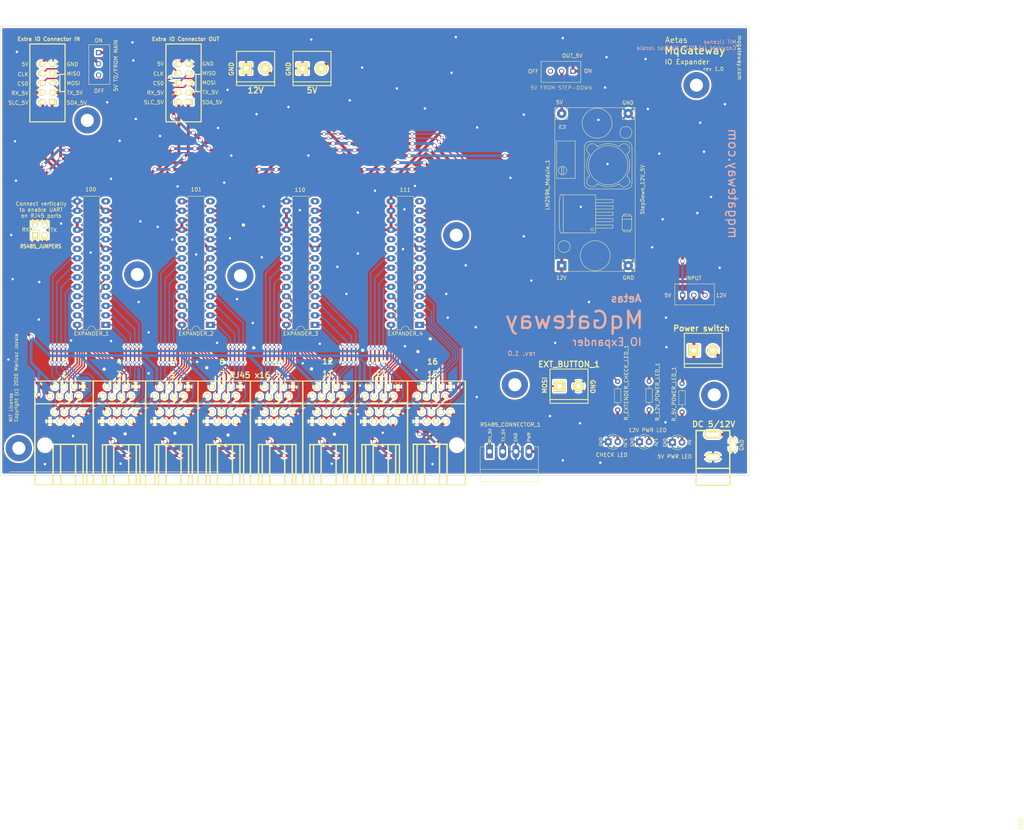
<source format=kicad_pcb>
(kicad_pcb (version 20171130) (host pcbnew 5.1.9-73d0e3b20d~88~ubuntu20.04.1)
  (layers (0 F.Cu signal) (31 B.Cu signal) (34 B.Paste user) (35 F.Paste user) (36 B.SilkS user) (37 F.SilkS user) (38 B.Mask user) (39 F.Mask user) (44 Edge.Cuts user))
  (net 0 "")
  (net 1 GND)
  (net 2 +5V)
  (net 3 "Net-(EXPANDER_1-Pad1)")
  (net 4 "Net-(EXPANDER_1-Pad2)")
  (net 5 "Net-(EXPANDER_1-Pad3)")
  (net 6 "Net-(EXPANDER_1-Pad4)")
  (net 7 "Net-(EXPANDER_1-Pad5)")
  (net 8 "Net-(EXPANDER_1-Pad19)")
  (net 9 "Net-(EXPANDER_1-Pad6)")
  (net 10 "Net-(EXPANDER_1-Pad20)")
  (net 11 "Net-(EXPANDER_1-Pad7)")
  (net 12 "Net-(EXPANDER_1-Pad21)")
  (net 13 "Net-(EXPANDER_1-Pad8)")
  (net 14 "Net-(EXPANDER_1-Pad22)")
  (net 15 "Net-(EXPANDER_1-Pad23)")
  (net 16 "Net-(EXPANDER_1-Pad24)")
  (net 17 "Net-(EXPANDER_1-Pad11)")
  (net 18 "Net-(EXPANDER_1-Pad25)")
  (net 19 "Net-(EXPANDER_1-Pad26)")
  (net 20 "Net-(EXPANDER_1-Pad27)")
  (net 21 "Net-(EXPANDER_1-Pad14)")
  (net 22 "Net-(EXPANDER_1-Pad28)")
  (net 23 "Net-(EXPANDER_2-Pad28)")
  (net 24 "Net-(EXPANDER_2-Pad14)")
  (net 25 "Net-(EXPANDER_2-Pad27)")
  (net 26 "Net-(EXPANDER_2-Pad26)")
  (net 27 "Net-(EXPANDER_2-Pad25)")
  (net 28 "Net-(EXPANDER_2-Pad11)")
  (net 29 "Net-(EXPANDER_2-Pad24)")
  (net 30 "Net-(EXPANDER_2-Pad23)")
  (net 31 "Net-(EXPANDER_2-Pad22)")
  (net 32 "Net-(EXPANDER_2-Pad8)")
  (net 33 "Net-(EXPANDER_2-Pad21)")
  (net 34 "Net-(EXPANDER_2-Pad7)")
  (net 35 "Net-(EXPANDER_2-Pad20)")
  (net 36 "Net-(EXPANDER_2-Pad6)")
  (net 37 "Net-(EXPANDER_2-Pad19)")
  (net 38 "Net-(EXPANDER_2-Pad5)")
  (net 39 "Net-(EXPANDER_2-Pad4)")
  (net 40 "Net-(EXPANDER_2-Pad3)")
  (net 41 "Net-(EXPANDER_2-Pad2)")
  (net 42 "Net-(EXPANDER_2-Pad1)")
  (net 43 "Net-(EXPANDER_3-Pad1)")
  (net 44 "Net-(EXPANDER_3-Pad2)")
  (net 45 "Net-(EXPANDER_3-Pad3)")
  (net 46 "Net-(EXPANDER_3-Pad4)")
  (net 47 "Net-(EXPANDER_3-Pad5)")
  (net 48 "Net-(EXPANDER_3-Pad19)")
  (net 49 "Net-(EXPANDER_3-Pad6)")
  (net 50 "Net-(EXPANDER_3-Pad20)")
  (net 51 "Net-(EXPANDER_3-Pad7)")
  (net 52 "Net-(EXPANDER_3-Pad21)")
  (net 53 "Net-(EXPANDER_3-Pad8)")
  (net 54 "Net-(EXPANDER_3-Pad22)")
  (net 55 "Net-(EXPANDER_3-Pad23)")
  (net 56 "Net-(EXPANDER_3-Pad24)")
  (net 57 "Net-(EXPANDER_3-Pad11)")
  (net 58 "Net-(EXPANDER_3-Pad25)")
  (net 59 "Net-(EXPANDER_3-Pad26)")
  (net 60 "Net-(EXPANDER_3-Pad27)")
  (net 61 "Net-(EXPANDER_3-Pad14)")
  (net 62 "Net-(EXPANDER_3-Pad28)")
  (net 63 "Net-(EXPANDER_4-Pad28)")
  (net 64 "Net-(EXPANDER_4-Pad14)")
  (net 65 "Net-(EXPANDER_4-Pad27)")
  (net 66 "Net-(EXPANDER_4-Pad26)")
  (net 67 "Net-(EXPANDER_4-Pad25)")
  (net 68 "Net-(EXPANDER_4-Pad11)")
  (net 69 "Net-(EXPANDER_4-Pad24)")
  (net 70 "Net-(EXPANDER_4-Pad23)")
  (net 71 "Net-(EXPANDER_4-Pad22)")
  (net 72 "Net-(EXPANDER_4-Pad8)")
  (net 73 "Net-(EXPANDER_4-Pad21)")
  (net 74 "Net-(EXPANDER_4-Pad7)")
  (net 75 "Net-(EXPANDER_4-Pad20)")
  (net 76 "Net-(EXPANDER_4-Pad6)")
  (net 77 "Net-(EXPANDER_4-Pad19)")
  (net 78 "Net-(EXPANDER_4-Pad5)")
  (net 79 "Net-(EXPANDER_4-Pad4)")
  (net 80 "Net-(EXPANDER_4-Pad3)")
  (net 81 "Net-(EXPANDER_4-Pad2)")
  (net 82 "Net-(EXPANDER_4-Pad1)")
  (net 83 /CLK0)
  (net 84 /MISO0)
  (net 85 /CS0)
  (net 86 /MOSI0)
  (net 87 /TX1_5V)
  (net 88 /RX1_5V)
  (net 89 /SDA1_HV)
  (net 90 /SCL1_HV)
  (net 91 +12V)
  (net 92 "Net-(12V_POWER_LED_1-Pad2)")
  (net 93 "Net-(5V_POWER_LED_1-Pad2)")
  (net 94 /POWER_START)
  (net 95 "Net-(EXTENDER_CHECK_LED_1-Pad2)")
  (net 96 "Net-(EXTRA_IO_CONNECTOR_1-Pad10)")
  (net 97 "Net-(LM2596_Module_1-Pad4)")
  (net 98 /POWER)
  (net 99 /TX1_OUT)
  (net 100 /RX1_OUT)
  (net 101 "Net-(SW_SLIDE_SPDT_1-Pad3)")
  (net 102 "Net-(SW_SLIDE_SPDT_3-Pad3)")
  (module "" (layer F.Cu) (at 235.946 146.504)
    (fp_text reference "" (at 75.938 104.612) (layer F.SilkS) (effects (font (size 1.27 1.27))))
    (fp_text value "" (at 75.938 104.612) (layer F.SilkS) (effects (font (size 1.27 1.27))))
    (fp_text user GND (at 75.995 104.879 90) (layer F.SilkS))
  )
  (module Mounting_Holes:MountingHole_3.5mm_Pad (layer F.Cu) (at 75.938 104.612)
    (fp_text reference "" (at 0 -4.5) (layer F.SilkS))
    (fp_text value MountingHole_3.5mm_Pad hide)
    (pad 1 thru_hole circle (at 0 0) (size 7 7) (drill 3.5) (layers *.Cu *.Mask))
  )
  (module Mounting_Holes:MountingHole_3.5mm_Pad (layer F.Cu) (at 44.3 151)
    (fp_text reference "" (at 0 -4.5) (layer F.SilkS))
    (fp_text value MountingHole_3.5mm_Pad hide)
    (pad 1 thru_hole circle (at 0 0) (size 7 7) (drill 3.5) (layers *.Cu *.Mask))
  )
  (module Mounting_Holes:MountingHole_3.5mm_Pad (layer F.Cu) (at 230.038 136.762)
    (fp_text reference "" (at 0 -4.5) (layer F.SilkS))
    (fp_text value MountingHole_3.5mm_Pad hide)
    (pad 1 thru_hole circle (at 0 0) (size 7 7) (drill 3.5) (layers *.Cu *.Mask))
  )
  (module Mounting_Holes:MountingHole_3.5mm_Pad (layer F.Cu) (at 103.488 104.962)
    (fp_text reference "" (at 0 -4.5) (layer F.SilkS))
    (fp_text value MountingHole_3.5mm_Pad hide)
    (pad 1 thru_hole circle (at 0 0) (size 7 7) (drill 3.5) (layers *.Cu *.Mask))
  )
  (module Mounting_Holes:MountingHole_3.5mm_Pad (layer F.Cu) (at 161.138 94.112)
    (fp_text reference "" (at 0 -4.5) (layer F.SilkS))
    (fp_text value MountingHole_3.5mm_Pad hide)
    (pad 1 thru_hole circle (at 0 0) (size 7 7) (drill 3.5) (layers *.Cu *.Mask))
  )
  (module Mounting_Holes:MountingHole_3.5mm_Pad (layer F.Cu) (at 62.6 63.45)
    (fp_text reference "" (at 0 -4.5) (layer F.SilkS))
    (fp_text value MountingHole_3.5mm_Pad hide)
    (pad 1 thru_hole circle (at 0 0) (size 7 7) (drill 3.5) (layers *.Cu *.Mask))
  )
  (module Mounting_Holes:MountingHole_3.5mm_Pad (layer F.Cu) (at 225.3 54.05)
    (fp_text reference "" (at 0 -4.5) (layer F.SilkS))
    (fp_text value MountingHole_3.5mm_Pad hide)
    (pad 1 thru_hole circle (at 0 0) (size 7 7) (drill 3.5) (layers *.Cu *.Mask))
  )
  (module Mounting_Holes:MountingHole_3.5mm_Pad (layer F.Cu) (at 176.8 134.05)
    (fp_text reference "" (at 0 -4.5) (layer F.SilkS))
    (fp_text value MountingHole_3.5mm_Pad hide)
    (pad 1 thru_hole circle (at 0 0) (size 7 7) (drill 3.5) (layers *.Cu *.Mask))
  )
  (module aetas_kicad:8p8c_2x8_roomhub (layer F.Cu) (at 106.255 149.825)
    (fp_text reference RJ45x16_1 hide)
    (fp_text value "RJ45 x16" (at -0.255 -18.325 -180) (layer F.SilkS) (effects (font (size 1.524 1.524) (thickness 0.3048))))
    (pad 4.7 thru_hole circle (at -38.35678 -15.28) (size 1.50114 1.50114) (drill 0.89916) (layers *.Cu *.Mask F.SilkS) (net 99 /TX1_OUT))
    (pad 4.5 thru_hole circle (at -35.81678 -15.28) (size 1.50114 1.50114) (drill 0.89916) (layers *.Cu *.Mask F.SilkS) (net 11 "Net-(EXPANDER_1-Pad7)"))
    (pad 16.4 thru_hole circle (at 49.4745 -12.72) (size 1.50114 1.50114) (drill 0.89916) (layers *.Cu *.Mask F.SilkS) (net 76 "Net-(EXPANDER_4-Pad6)"))
    (pad 6.4 thru_hole circle (at -20.54655 -12.73) (size 1.50114 1.50114) (drill 0.89916) (layers *.Cu *.Mask F.SilkS) (net 26 "Net-(EXPANDER_2-Pad26)"))
    (pad 14.8 thru_hole circle (at 30.3945 -12.72) (size 1.50114 1.50114) (drill 0.89916) (layers *.Cu *.Mask F.SilkS) (net 100 /RX1_OUT))
    (pad 6.6 thru_hole circle (at -23.08655 -12.73) (size 1.50114 1.50114) (drill 0.89916) (layers *.Cu *.Mask F.SilkS) (net 23 "Net-(EXPANDER_2-Pad28)"))
    (pad 16.8 thru_hole circle (at 44.3945 -12.72) (size 1.50114 1.50114) (drill 0.89916) (layers *.Cu *.Mask F.SilkS) (net 100 /RX1_OUT))
    (pad 16.5 thru_hole circle (at 48.2045 -15.26) (size 1.50114 1.50114) (drill 0.89916) (layers *.Cu *.Mask F.SilkS) (net 74 "Net-(EXPANDER_4-Pad7)"))
    (pad 14.4 thru_hole circle (at 35.4745 -12.72) (size 1.50114 1.50114) (drill 0.89916) (layers *.Cu *.Mask F.SilkS) (net 66 "Net-(EXPANDER_4-Pad26)"))
    (pad 14.1 thru_hole circle (at 39.2845 -15.26) (size 1.50114 1.50114) (drill 0.89916) (layers *.Cu *.Mask F.SilkS) (net 1 GND))
    (pad 14.7 thru_hole circle (at 31.6645 -15.26) (size 1.50114 1.50114) (drill 0.89916) (layers *.Cu *.Mask F.SilkS) (net 99 /TX1_OUT))
    (pad 12.4 thru_hole circle (at 21.4641 -12.73) (size 1.50114 1.50114) (drill 0.89916) (layers *.Cu *.Mask F.SilkS) (net 49 "Net-(EXPANDER_3-Pad6)"))
    (pad 14.2 thru_hole circle (at 38.0145 -12.72) (size 1.50114 1.50114) (drill 0.89916) (layers *.Cu *.Mask F.SilkS) (net 2 +5V))
    (pad 12.1 thru_hole circle (at 25.2741 -15.27) (size 1.50114 1.50114) (drill 0.89916) (layers *.Cu *.Mask F.SilkS) (net 1 GND))
    (pad 12.6 thru_hole circle (at 18.9241 -12.73) (size 1.50114 1.50114) (drill 0.89916) (layers *.Cu *.Mask F.SilkS) (net 53 "Net-(EXPANDER_3-Pad8)"))
    (pad 16.3 thru_hole circle (at 50.7445 -15.26) (size 1.50114 1.50114) (drill 0.89916) (layers *.Cu *.Mask F.SilkS) (net 78 "Net-(EXPANDER_4-Pad5)"))
    (pad 12.3 thru_hole circle (at 22.7341 -15.27) (size 1.50114 1.50114) (drill 0.89916) (layers *.Cu *.Mask F.SilkS) (net 47 "Net-(EXPANDER_3-Pad5)"))
    (pad 12.7 thru_hole circle (at 17.6541 -15.27) (size 1.50114 1.50114) (drill 0.89916) (layers *.Cu *.Mask F.SilkS) (net 99 /TX1_OUT))
    (pad 4.1 thru_hole circle (at -30.73678 -15.28) (size 1.50114 1.50114) (drill 0.89916) (layers *.Cu *.Mask F.SilkS) (net 1 GND))
    (pad 2.8 thru_hole circle (at -53.627 -12.75) (size 1.50114 1.50114) (drill 0.89916) (layers *.Cu *.Mask F.SilkS) (net 100 /RX1_OUT))
    (pad 12.5 thru_hole circle (at 20.1941 -15.27) (size 1.50114 1.50114) (drill 0.89916) (layers *.Cu *.Mask F.SilkS) (net 51 "Net-(EXPANDER_3-Pad7)"))
    (pad 4.3 thru_hole circle (at -33.27678 -15.28) (size 1.50114 1.50114) (drill 0.89916) (layers *.Cu *.Mask F.SilkS) (net 7 "Net-(EXPANDER_1-Pad5)"))
    (pad 14.3 thru_hole circle (at 36.7445 -15.26) (size 1.50114 1.50114) (drill 0.89916) (layers *.Cu *.Mask F.SilkS) (net 67 "Net-(EXPANDER_4-Pad25)"))
    (pad 2.3 thru_hole circle (at -47.277 -15.29) (size 1.50114 1.50114) (drill 0.89916) (layers *.Cu *.Mask F.SilkS) (net 18 "Net-(EXPANDER_1-Pad25)"))
    (pad 4.8 thru_hole circle (at -39.62678 -12.74) (size 1.50114 1.50114) (drill 0.89916) (layers *.Cu *.Mask F.SilkS) (net 100 /RX1_OUT))
    (pad 16.7 thru_hole circle (at 45.6645 -15.26) (size 1.50114 1.50114) (drill 0.89916) (layers *.Cu *.Mask F.SilkS) (net 99 /TX1_OUT))
    (pad 12.8 thru_hole circle (at 16.3841 -12.73) (size 1.50114 1.50114) (drill 0.89916) (layers *.Cu *.Mask F.SilkS) (net 100 /RX1_OUT))
    (pad 8.8 thru_hole circle (at -11.626385 -12.73) (size 1.50114 1.50114) (drill 0.89916) (layers *.Cu *.Mask F.SilkS) (net 100 /RX1_OUT))
    (pad 8.1 thru_hole circle (at -2.736385 -15.27) (size 1.50114 1.50114) (drill 0.89916) (layers *.Cu *.Mask F.SilkS) (net 1 GND))
    (pad 8.7 thru_hole circle (at -10.356385 -15.27) (size 1.50114 1.50114) (drill 0.89916) (layers *.Cu *.Mask F.SilkS) (net 99 /TX1_OUT))
    (pad 6.3 thru_hole circle (at -19.27655 -15.27) (size 1.50114 1.50114) (drill 0.89916) (layers *.Cu *.Mask F.SilkS) (net 27 "Net-(EXPANDER_2-Pad25)"))
    (pad 4.6 thru_hole circle (at -37.08678 -12.74) (size 1.50114 1.50114) (drill 0.89916) (layers *.Cu *.Mask F.SilkS) (net 13 "Net-(EXPANDER_1-Pad8)"))
    (pad 10.6 thru_hole circle (at 4.9239 -12.73) (size 1.50114 1.50114) (drill 0.89916) (layers *.Cu *.Mask F.SilkS) (net 62 "Net-(EXPANDER_3-Pad28)"))
    (pad 16.1 thru_hole circle (at 53.2845 -15.26) (size 1.50114 1.50114) (drill 0.89916) (layers *.Cu *.Mask F.SilkS) (net 1 GND))
    (pad 16.6 thru_hole circle (at 46.9345 -12.72) (size 1.50114 1.50114) (drill 0.89916) (layers *.Cu *.Mask F.SilkS) (net 72 "Net-(EXPANDER_4-Pad8)"))
    (pad 2.1 thru_hole circle (at -44.737 -15.29) (size 1.50114 1.50114) (drill 0.89916) (layers *.Cu *.Mask F.SilkS) (net 1 GND))
    (pad 10.3 thru_hole circle (at 8.7339 -15.27) (size 1.50114 1.50114) (drill 0.89916) (layers *.Cu *.Mask F.SilkS) (net 58 "Net-(EXPANDER_3-Pad25)"))
    (pad 6.8 thru_hole circle (at -25.62655 -12.73) (size 1.50114 1.50114) (drill 0.89916) (layers *.Cu *.Mask F.SilkS) (net 100 /RX1_OUT))
    (pad 16.2 thru_hole circle (at 52.0145 -12.72) (size 1.50114 1.50114) (drill 0.89916) (layers *.Cu *.Mask F.SilkS) (net 2 +5V))
    (pad 10.8 thru_hole circle (at 2.3839 -12.73) (size 1.50114 1.50114) (drill 0.89916) (layers *.Cu *.Mask F.SilkS) (net 100 /RX1_OUT))
    (pad 10.4 thru_hole circle (at 7.4639 -12.73) (size 1.50114 1.50114) (drill 0.89916) (layers *.Cu *.Mask F.SilkS) (net 59 "Net-(EXPANDER_3-Pad26)"))
    (pad 2.6 thru_hole circle (at -51.087 -12.75) (size 1.50114 1.50114) (drill 0.89916) (layers *.Cu *.Mask F.SilkS) (net 22 "Net-(EXPANDER_1-Pad28)"))
    (pad 4.2 thru_hole circle (at -32.00678 -12.74) (size 1.50114 1.50114) (drill 0.89916) (layers *.Cu *.Mask F.SilkS) (net 2 +5V))
    (pad 8.5 thru_hole circle (at -7.816385 -15.27) (size 1.50114 1.50114) (drill 0.89916) (layers *.Cu *.Mask F.SilkS) (net 34 "Net-(EXPANDER_2-Pad7)"))
    (pad 8.6 thru_hole circle (at -9.086385 -12.73) (size 1.50114 1.50114) (drill 0.89916) (layers *.Cu *.Mask F.SilkS) (net 32 "Net-(EXPANDER_2-Pad8)"))
    (pad 8.3 thru_hole circle (at -5.276385 -15.27) (size 1.50114 1.50114) (drill 0.89916) (layers *.Cu *.Mask F.SilkS) (net 38 "Net-(EXPANDER_2-Pad5)"))
    (pad 10.2 thru_hole circle (at 10.0039 -12.73) (size 1.50114 1.50114) (drill 0.89916) (layers *.Cu *.Mask F.SilkS) (net 2 +5V))
    (pad 10.5 thru_hole circle (at 6.1939 -15.27) (size 1.50114 1.50114) (drill 0.89916) (layers *.Cu *.Mask F.SilkS) (net 60 "Net-(EXPANDER_3-Pad27)"))
    (pad 6.2 thru_hole circle (at -18.00655 -12.73) (size 1.50114 1.50114) (drill 0.89916) (layers *.Cu *.Mask F.SilkS) (net 2 +5V))
    (pad 2.5 thru_hole circle (at -49.817 -15.29) (size 1.50114 1.50114) (drill 0.89916) (layers *.Cu *.Mask F.SilkS) (net 20 "Net-(EXPANDER_1-Pad27)"))
    (pad 14.5 thru_hole circle (at 34.2045 -15.26) (size 1.50114 1.50114) (drill 0.89916) (layers *.Cu *.Mask F.SilkS) (net 65 "Net-(EXPANDER_4-Pad27)"))
    (pad 2.4 thru_hole circle (at -48.547 -12.75) (size 1.50114 1.50114) (drill 0.89916) (layers *.Cu *.Mask F.SilkS) (net 19 "Net-(EXPANDER_1-Pad26)"))
    (pad 6.1 thru_hole circle (at -16.73655 -15.27) (size 1.50114 1.50114) (drill 0.89916) (layers *.Cu *.Mask F.SilkS) (net 1 GND))
    (pad 4.4 thru_hole circle (at -34.54678 -12.74) (size 1.50114 1.50114) (drill 0.89916) (layers *.Cu *.Mask F.SilkS) (net 9 "Net-(EXPANDER_1-Pad6)"))
    (pad 8.4 thru_hole circle (at -6.546385 -12.73) (size 1.50114 1.50114) (drill 0.89916) (layers *.Cu *.Mask F.SilkS) (net 36 "Net-(EXPANDER_2-Pad6)"))
    (pad 2.7 thru_hole circle (at -52.357 -15.29) (size 1.50114 1.50114) (drill 0.89916) (layers *.Cu *.Mask F.SilkS) (net 99 /TX1_OUT))
    (pad 10.1 thru_hole circle (at 11.2739 -15.27) (size 1.50114 1.50114) (drill 0.89916) (layers *.Cu *.Mask F.SilkS) (net 1 GND))
    (pad 10.7 thru_hole circle (at 3.6539 -15.27) (size 1.50114 1.50114) (drill 0.89916) (layers *.Cu *.Mask F.SilkS) (net 99 /TX1_OUT))
    (pad 12.2 thru_hole circle (at 24.0041 -12.73) (size 1.50114 1.50114) (drill 0.89916) (layers *.Cu *.Mask F.SilkS) (net 2 +5V))
    (pad 2.2 thru_hole circle (at -46.007 -12.75) (size 1.50114 1.50114) (drill 0.89916) (layers *.Cu *.Mask F.SilkS) (net 2 +5V))
    (pad 14.6 thru_hole circle (at 32.9345 -12.72) (size 1.50114 1.50114) (drill 0.89916) (layers *.Cu *.Mask F.SilkS) (net 63 "Net-(EXPANDER_4-Pad28)"))
    (pad 8.2 thru_hole circle (at -4.006385 -12.73) (size 1.50114 1.50114) (drill 0.89916) (layers *.Cu *.Mask F.SilkS) (net 2 +5V))
    (pad 6.5 thru_hole circle (at -21.81655 -15.27) (size 1.50114 1.50114) (drill 0.89916) (layers *.Cu *.Mask F.SilkS) (net 25 "Net-(EXPANDER_2-Pad27)"))
    (pad 6.7 thru_hole circle (at -24.35655 -15.27) (size 1.50114 1.50114) (drill 0.89916) (layers *.Cu *.Mask F.SilkS) (net 99 /TX1_OUT))
    (pad 1.2 thru_hole circle (at -52.357 -8.54) (size 1.50114 1.50114) (drill 0.89916) (layers *.Cu *.Mask F.SilkS) (net 2 +5V))
    (pad 1.4 thru_hole circle (at -49.817 -8.54) (size 1.50114 1.50114) (drill 0.89916) (layers *.Cu *.Mask F.SilkS) (net 14 "Net-(EXPANDER_1-Pad22)"))
    (pad 1.8 thru_hole circle (at -44.737 -8.54) (size 1.50114 1.50114) (drill 0.89916) (layers *.Cu *.Mask F.SilkS) (net 100 /RX1_OUT))
    (pad 1.6 thru_hole circle (at -47.277 -8.54) (size 1.50114 1.50114) (drill 0.89916) (layers *.Cu *.Mask F.SilkS) (net 16 "Net-(EXPANDER_1-Pad24)"))
    (pad 1.1 thru_hole circle (at -53.627 -6) (size 1.50114 1.50114) (drill 0.89916) (layers *.Cu *.Mask F.SilkS) (net 1 GND))
    (pad 1.3 thru_hole circle (at -51.087 -6) (size 1.50114 1.50114) (drill 0.89916) (layers *.Cu *.Mask F.SilkS) (net 12 "Net-(EXPANDER_1-Pad21)"))
    (pad "" np_thru_hole circle (at -54.97 0.39) (size 3.2004 3.2004) (drill 3.2004) (layers *.Cu *.Mask F.SilkS))
    (pad 1.7 thru_hole circle (at -46.007 -6) (size 1.50114 1.50114) (drill 0.89916) (layers *.Cu *.Mask F.SilkS) (net 99 /TX1_OUT))
    (pad 1.5 thru_hole circle (at -48.547 -6) (size 1.50114 1.50114) (drill 0.89916) (layers *.Cu *.Mask F.SilkS) (net 15 "Net-(EXPANDER_1-Pad23)"))
    (pad 3.5 thru_hole circle (at -34.54678 -5.99) (size 1.50114 1.50114) (drill 0.89916) (layers *.Cu *.Mask F.SilkS) (net 5 "Net-(EXPANDER_1-Pad3)"))
    (pad 3.3 thru_hole circle (at -37.08678 -5.99) (size 1.50114 1.50114) (drill 0.89916) (layers *.Cu *.Mask F.SilkS) (net 3 "Net-(EXPANDER_1-Pad1)"))
    (pad 3.6 thru_hole circle (at -33.27678 -8.53) (size 1.50114 1.50114) (drill 0.89916) (layers *.Cu *.Mask F.SilkS) (net 6 "Net-(EXPANDER_1-Pad4)"))
    (pad 3.1 thru_hole circle (at -39.62678 -5.99) (size 1.50114 1.50114) (drill 0.89916) (layers *.Cu *.Mask F.SilkS) (net 1 GND))
    (pad 3.7 thru_hole circle (at -32.00678 -5.99) (size 1.50114 1.50114) (drill 0.89916) (layers *.Cu *.Mask F.SilkS) (net 99 /TX1_OUT))
    (pad 3.8 thru_hole circle (at -30.73678 -8.53) (size 1.50114 1.50114) (drill 0.89916) (layers *.Cu *.Mask F.SilkS) (net 100 /RX1_OUT))
    (pad 3.4 thru_hole circle (at -35.81678 -8.53) (size 1.50114 1.50114) (drill 0.89916) (layers *.Cu *.Mask F.SilkS) (net 4 "Net-(EXPANDER_1-Pad2)"))
    (pad 3.2 thru_hole circle (at -38.35678 -8.53) (size 1.50114 1.50114) (drill 0.89916) (layers *.Cu *.Mask F.SilkS) (net 2 +5V))
    (pad 5.1 thru_hole circle (at -25.62655 -5.98) (size 1.50114 1.50114) (drill 0.89916) (layers *.Cu *.Mask F.SilkS) (net 1 GND))
    (pad 5.8 thru_hole circle (at -16.73655 -8.52) (size 1.50114 1.50114) (drill 0.89916) (layers *.Cu *.Mask F.SilkS) (net 100 /RX1_OUT))
    (pad 5.2 thru_hole circle (at -24.35655 -8.52) (size 1.50114 1.50114) (drill 0.89916) (layers *.Cu *.Mask F.SilkS) (net 2 +5V))
    (pad 5.4 thru_hole circle (at -21.81655 -8.52) (size 1.50114 1.50114) (drill 0.89916) (layers *.Cu *.Mask F.SilkS) (net 31 "Net-(EXPANDER_2-Pad22)"))
    (pad 5.3 thru_hole circle (at -23.08655 -5.98) (size 1.50114 1.50114) (drill 0.89916) (layers *.Cu *.Mask F.SilkS) (net 33 "Net-(EXPANDER_2-Pad21)"))
    (pad 5.6 thru_hole circle (at -19.27655 -8.52) (size 1.50114 1.50114) (drill 0.89916) (layers *.Cu *.Mask F.SilkS) (net 29 "Net-(EXPANDER_2-Pad24)"))
    (pad 5.5 thru_hole circle (at -20.54655 -5.98) (size 1.50114 1.50114) (drill 0.89916) (layers *.Cu *.Mask F.SilkS) (net 30 "Net-(EXPANDER_2-Pad23)"))
    (pad 5.7 thru_hole circle (at -18.00655 -5.98) (size 1.50114 1.50114) (drill 0.89916) (layers *.Cu *.Mask F.SilkS) (net 99 /TX1_OUT))
    (pad 7.5 thru_hole circle (at -6.546385 -5.98) (size 1.50114 1.50114) (drill 0.89916) (layers *.Cu *.Mask F.SilkS) (net 40 "Net-(EXPANDER_2-Pad3)"))
    (pad 7.1 thru_hole circle (at -11.626385 -5.98) (size 1.50114 1.50114) (drill 0.89916) (layers *.Cu *.Mask F.SilkS) (net 1 GND))
    (pad 7.4 thru_hole circle (at -7.816385 -8.52) (size 1.50114 1.50114) (drill 0.89916) (layers *.Cu *.Mask F.SilkS) (net 41 "Net-(EXPANDER_2-Pad2)"))
    (pad 7.6 thru_hole circle (at -5.276385 -8.52) (size 1.50114 1.50114) (drill 0.89916) (layers *.Cu *.Mask F.SilkS) (net 39 "Net-(EXPANDER_2-Pad4)"))
    (pad 7.2 thru_hole circle (at -10.356385 -8.52) (size 1.50114 1.50114) (drill 0.89916) (layers *.Cu *.Mask F.SilkS) (net 2 +5V))
    (pad 7.8 thru_hole circle (at -2.736385 -8.52) (size 1.50114 1.50114) (drill 0.89916) (layers *.Cu *.Mask F.SilkS) (net 100 /RX1_OUT))
    (pad 7.3 thru_hole circle (at -9.086385 -5.98) (size 1.50114 1.50114) (drill 0.89916) (layers *.Cu *.Mask F.SilkS) (net 42 "Net-(EXPANDER_2-Pad1)"))
    (pad 7.7 thru_hole circle (at -4.006385 -5.98) (size 1.50114 1.50114) (drill 0.89916) (layers *.Cu *.Mask F.SilkS) (net 99 /TX1_OUT))
    (pad 15.1 thru_hole circle (at 44.3945 -5.97) (size 1.50114 1.50114) (drill 0.89916) (layers *.Cu *.Mask F.SilkS) (net 1 GND))
    (pad 15.5 thru_hole circle (at 49.4745 -5.97) (size 1.50114 1.50114) (drill 0.89916) (layers *.Cu *.Mask F.SilkS) (net 80 "Net-(EXPANDER_4-Pad3)"))
    (pad 15.8 thru_hole circle (at 53.2845 -8.51) (size 1.50114 1.50114) (drill 0.89916) (layers *.Cu *.Mask F.SilkS) (net 100 /RX1_OUT))
    (pad 15.2 thru_hole circle (at 45.6645 -8.51) (size 1.50114 1.50114) (drill 0.89916) (layers *.Cu *.Mask F.SilkS) (net 2 +5V))
    (pad 15.7 thru_hole circle (at 52.0145 -5.97) (size 1.50114 1.50114) (drill 0.89916) (layers *.Cu *.Mask F.SilkS) (net 99 /TX1_OUT))
    (pad "" np_thru_hole circle (at 55.03 0.39) (size 3.2004 3.2004) (drill 3.2004) (layers *.Cu *.Mask F.SilkS))
    (pad 15.6 thru_hole circle (at 50.7445 -8.51) (size 1.50114 1.50114) (drill 0.89916) (layers *.Cu *.Mask F.SilkS) (net 79 "Net-(EXPANDER_4-Pad4)"))
    (pad 15.4 thru_hole circle (at 48.2045 -8.51) (size 1.50114 1.50114) (drill 0.89916) (layers *.Cu *.Mask F.SilkS) (net 81 "Net-(EXPANDER_4-Pad2)"))
    (pad 15.3 thru_hole circle (at 46.9345 -5.97) (size 1.50114 1.50114) (drill 0.89916) (layers *.Cu *.Mask F.SilkS) (net 82 "Net-(EXPANDER_4-Pad1)"))
    (pad 13.5 thru_hole circle (at 35.4745 -5.97) (size 1.50114 1.50114) (drill 0.89916) (layers *.Cu *.Mask F.SilkS) (net 70 "Net-(EXPANDER_4-Pad23)"))
    (pad 13.8 thru_hole circle (at 39.2845 -8.51) (size 1.50114 1.50114) (drill 0.89916) (layers *.Cu *.Mask F.SilkS) (net 100 /RX1_OUT))
    (pad 13.3 thru_hole circle (at 32.9345 -5.97) (size 1.50114 1.50114) (drill 0.89916) (layers *.Cu *.Mask F.SilkS) (net 73 "Net-(EXPANDER_4-Pad21)"))
    (pad 13.6 thru_hole circle (at 36.7445 -8.51) (size 1.50114 1.50114) (drill 0.89916) (layers *.Cu *.Mask F.SilkS) (net 69 "Net-(EXPANDER_4-Pad24)"))
    (pad 13.2 thru_hole circle (at 31.6645 -8.51) (size 1.50114 1.50114) (drill 0.89916) (layers *.Cu *.Mask F.SilkS) (net 2 +5V))
    (pad 13.4 thru_hole circle (at 34.2045 -8.51) (size 1.50114 1.50114) (drill 0.89916) (layers *.Cu *.Mask F.SilkS) (net 71 "Net-(EXPANDER_4-Pad22)"))
    (pad 13.1 thru_hole circle (at 30.3945 -5.97) (size 1.50114 1.50114) (drill 0.89916) (layers *.Cu *.Mask F.SilkS) (net 1 GND))
    (pad 13.7 thru_hole circle (at 38.0145 -5.97) (size 1.50114 1.50114) (drill 0.89916) (layers *.Cu *.Mask F.SilkS) (net 99 /TX1_OUT))
    (pad 11.3 thru_hole circle (at 18.9241 -5.98) (size 1.50114 1.50114) (drill 0.89916) (layers *.Cu *.Mask F.SilkS) (net 43 "Net-(EXPANDER_3-Pad1)"))
    (pad 11.6 thru_hole circle (at 22.7341 -8.52) (size 1.50114 1.50114) (drill 0.89916) (layers *.Cu *.Mask F.SilkS) (net 46 "Net-(EXPANDER_3-Pad4)"))
    (pad 11.1 thru_hole circle (at 16.3841 -5.98) (size 1.50114 1.50114) (drill 0.89916) (layers *.Cu *.Mask F.SilkS) (net 1 GND))
    (pad 11.5 thru_hole circle (at 21.4641 -5.98) (size 1.50114 1.50114) (drill 0.89916) (layers *.Cu *.Mask F.SilkS) (net 45 "Net-(EXPANDER_3-Pad3)"))
    (pad 11.7 thru_hole circle (at 24.0041 -5.98) (size 1.50114 1.50114) (drill 0.89916) (layers *.Cu *.Mask F.SilkS) (net 99 /TX1_OUT))
    (pad 11.4 thru_hole circle (at 20.1941 -8.52) (size 1.50114 1.50114) (drill 0.89916) (layers *.Cu *.Mask F.SilkS) (net 44 "Net-(EXPANDER_3-Pad2)"))
    (pad 11.8 thru_hole circle (at 25.2741 -8.52) (size 1.50114 1.50114) (drill 0.89916) (layers *.Cu *.Mask F.SilkS) (net 100 /RX1_OUT))
    (pad 11.2 thru_hole circle (at 17.6541 -8.52) (size 1.50114 1.50114) (drill 0.89916) (layers *.Cu *.Mask F.SilkS) (net 2 +5V))
    (pad 9.1 thru_hole circle (at 2.3839 -5.98) (size 1.50114 1.50114) (drill 0.89916) (layers *.Cu *.Mask F.SilkS) (net 1 GND))
    (pad 9.2 thru_hole circle (at 3.6539 -8.52) (size 1.50114 1.50114) (drill 0.89916) (layers *.Cu *.Mask F.SilkS) (net 2 +5V))
    (pad 9.3 thru_hole circle (at 4.9239 -5.98) (size 1.50114 1.50114) (drill 0.89916) (layers *.Cu *.Mask F.SilkS) (net 52 "Net-(EXPANDER_3-Pad21)"))
    (pad 9.4 thru_hole circle (at 6.1939 -8.52) (size 1.50114 1.50114) (drill 0.89916) (layers *.Cu *.Mask F.SilkS) (net 54 "Net-(EXPANDER_3-Pad22)"))
    (pad 9.5 thru_hole circle (at 7.4639 -5.98) (size 1.50114 1.50114) (drill 0.89916) (layers *.Cu *.Mask F.SilkS) (net 55 "Net-(EXPANDER_3-Pad23)"))
    (pad 9.6 thru_hole circle (at 8.7339 -8.52) (size 1.50114 1.50114) (drill 0.89916) (layers *.Cu *.Mask F.SilkS) (net 56 "Net-(EXPANDER_3-Pad24)"))
    (pad 9.7 thru_hole circle (at 10.0039 -5.98) (size 1.50114 1.50114) (drill 0.89916) (layers *.Cu *.Mask F.SilkS) (net 99 /TX1_OUT))
    (pad 9.8 thru_hole circle (at 11.2739 -8.52) (size 1.50114 1.50114) (drill 0.89916) (layers *.Cu *.Mask F.SilkS) (net 100 /RX1_OUT))
  )
  (module Housings_DIP:DIP-28_W7.62mm_LongPads (layer F.Cu) (at 67.52 118.075 180)
    (fp_text reference EXPANDER_1 (at 3.81 -2.33) (layer F.SilkS))
    (fp_text value MCP23017_SP hide)
    (fp_text user 100 (at 4.02 36.175 180) (layer F.SilkS))
    (pad 28 thru_hole oval (at 7.62 0 180) (size 2.4 1.6) (drill 0.8) (layers *.Cu *.Mask) (net 22 "Net-(EXPANDER_1-Pad28)"))
    (pad 14 thru_hole oval (at 0 33.02 180) (size 2.4 1.6) (drill 0.8) (layers *.Cu *.Mask) (net 21 "Net-(EXPANDER_1-Pad14)"))
    (pad 27 thru_hole oval (at 7.62 2.54 180) (size 2.4 1.6) (drill 0.8) (layers *.Cu *.Mask) (net 20 "Net-(EXPANDER_1-Pad27)"))
    (pad 13 thru_hole oval (at 0 30.48 180) (size 2.4 1.6) (drill 0.8) (layers *.Cu *.Mask) (net 89 /SDA1_HV))
    (pad 26 thru_hole oval (at 7.62 5.08 180) (size 2.4 1.6) (drill 0.8) (layers *.Cu *.Mask) (net 19 "Net-(EXPANDER_1-Pad26)"))
    (pad 12 thru_hole oval (at 0 27.94 180) (size 2.4 1.6) (drill 0.8) (layers *.Cu *.Mask) (net 90 /SCL1_HV))
    (pad 25 thru_hole oval (at 7.62 7.62 180) (size 2.4 1.6) (drill 0.8) (layers *.Cu *.Mask) (net 18 "Net-(EXPANDER_1-Pad25)"))
    (pad 11 thru_hole oval (at 0 25.4 180) (size 2.4 1.6) (drill 0.8) (layers *.Cu *.Mask) (net 17 "Net-(EXPANDER_1-Pad11)"))
    (pad 24 thru_hole oval (at 7.62 10.16 180) (size 2.4 1.6) (drill 0.8) (layers *.Cu *.Mask) (net 16 "Net-(EXPANDER_1-Pad24)"))
    (pad 10 thru_hole oval (at 0 22.86 180) (size 2.4 1.6) (drill 0.8) (layers *.Cu *.Mask) (net 1 GND))
    (pad 23 thru_hole oval (at 7.62 12.7 180) (size 2.4 1.6) (drill 0.8) (layers *.Cu *.Mask) (net 15 "Net-(EXPANDER_1-Pad23)"))
    (pad 9 thru_hole oval (at 0 20.32 180) (size 2.4 1.6) (drill 0.8) (layers *.Cu *.Mask) (net 2 +5V))
    (pad 22 thru_hole oval (at 7.62 15.24 180) (size 2.4 1.6) (drill 0.8) (layers *.Cu *.Mask) (net 14 "Net-(EXPANDER_1-Pad22)"))
    (pad 8 thru_hole oval (at 0 17.78 180) (size 2.4 1.6) (drill 0.8) (layers *.Cu *.Mask) (net 13 "Net-(EXPANDER_1-Pad8)"))
    (pad 21 thru_hole oval (at 7.62 17.78 180) (size 2.4 1.6) (drill 0.8) (layers *.Cu *.Mask) (net 12 "Net-(EXPANDER_1-Pad21)"))
    (pad 7 thru_hole oval (at 0 15.24 180) (size 2.4 1.6) (drill 0.8) (layers *.Cu *.Mask) (net 11 "Net-(EXPANDER_1-Pad7)"))
    (pad 20 thru_hole oval (at 7.62 20.32 180) (size 2.4 1.6) (drill 0.8) (layers *.Cu *.Mask) (net 10 "Net-(EXPANDER_1-Pad20)"))
    (pad 6 thru_hole oval (at 0 12.7 180) (size 2.4 1.6) (drill 0.8) (layers *.Cu *.Mask) (net 9 "Net-(EXPANDER_1-Pad6)"))
    (pad 19 thru_hole oval (at 7.62 22.86 180) (size 2.4 1.6) (drill 0.8) (layers *.Cu *.Mask) (net 8 "Net-(EXPANDER_1-Pad19)"))
    (pad 5 thru_hole oval (at 0 10.16 180) (size 2.4 1.6) (drill 0.8) (layers *.Cu *.Mask) (net 7 "Net-(EXPANDER_1-Pad5)"))
    (pad 18 thru_hole oval (at 7.62 25.4 180) (size 2.4 1.6) (drill 0.8) (layers *.Cu *.Mask) (net 2 +5V))
    (pad 4 thru_hole oval (at 0 7.62 180) (size 2.4 1.6) (drill 0.8) (layers *.Cu *.Mask) (net 6 "Net-(EXPANDER_1-Pad4)"))
    (pad 17 thru_hole oval (at 7.62 27.94 180) (size 2.4 1.6) (drill 0.8) (layers *.Cu *.Mask) (net 2 +5V))
    (pad 3 thru_hole oval (at 0 5.08 180) (size 2.4 1.6) (drill 0.8) (layers *.Cu *.Mask) (net 5 "Net-(EXPANDER_1-Pad3)"))
    (pad 16 thru_hole oval (at 7.62 30.48 180) (size 2.4 1.6) (drill 0.8) (layers *.Cu *.Mask) (net 1 GND))
    (pad 2 thru_hole oval (at 0 2.54 180) (size 2.4 1.6) (drill 0.8) (layers *.Cu *.Mask) (net 4 "Net-(EXPANDER_1-Pad2)"))
    (pad 15 thru_hole oval (at 7.62 33.02 180) (size 2.4 1.6) (drill 0.8) (layers *.Cu *.Mask) (net 1 GND))
    (pad 1 thru_hole rect (at 0 0 180) (size 2.4 1.6) (drill 0.8) (layers *.Cu *.Mask) (net 3 "Net-(EXPANDER_1-Pad1)"))
  )
  (module Housings_DIP:DIP-28_W7.62mm_LongPads (layer F.Cu) (at 95.46 118.075 180)
    (fp_text reference EXPANDER_2 (at 3.81 -2.33) (layer F.SilkS))
    (fp_text value MCP23017_SP hide)
    (fp_text user 101 (at 3.76 36.175 180) (layer F.SilkS))
    (pad 1 thru_hole rect (at 0 0 180) (size 2.4 1.6) (drill 0.8) (layers *.Cu *.Mask) (net 42 "Net-(EXPANDER_2-Pad1)"))
    (pad 15 thru_hole oval (at 7.62 33.02 180) (size 2.4 1.6) (drill 0.8) (layers *.Cu *.Mask) (net 2 +5V))
    (pad 2 thru_hole oval (at 0 2.54 180) (size 2.4 1.6) (drill 0.8) (layers *.Cu *.Mask) (net 41 "Net-(EXPANDER_2-Pad2)"))
    (pad 16 thru_hole oval (at 7.62 30.48 180) (size 2.4 1.6) (drill 0.8) (layers *.Cu *.Mask) (net 1 GND))
    (pad 3 thru_hole oval (at 0 5.08 180) (size 2.4 1.6) (drill 0.8) (layers *.Cu *.Mask) (net 40 "Net-(EXPANDER_2-Pad3)"))
    (pad 17 thru_hole oval (at 7.62 27.94 180) (size 2.4 1.6) (drill 0.8) (layers *.Cu *.Mask) (net 2 +5V))
    (pad 4 thru_hole oval (at 0 7.62 180) (size 2.4 1.6) (drill 0.8) (layers *.Cu *.Mask) (net 39 "Net-(EXPANDER_2-Pad4)"))
    (pad 18 thru_hole oval (at 7.62 25.4 180) (size 2.4 1.6) (drill 0.8) (layers *.Cu *.Mask) (net 2 +5V))
    (pad 5 thru_hole oval (at 0 10.16 180) (size 2.4 1.6) (drill 0.8) (layers *.Cu *.Mask) (net 38 "Net-(EXPANDER_2-Pad5)"))
    (pad 19 thru_hole oval (at 7.62 22.86 180) (size 2.4 1.6) (drill 0.8) (layers *.Cu *.Mask) (net 37 "Net-(EXPANDER_2-Pad19)"))
    (pad 6 thru_hole oval (at 0 12.7 180) (size 2.4 1.6) (drill 0.8) (layers *.Cu *.Mask) (net 36 "Net-(EXPANDER_2-Pad6)"))
    (pad 20 thru_hole oval (at 7.62 20.32 180) (size 2.4 1.6) (drill 0.8) (layers *.Cu *.Mask) (net 35 "Net-(EXPANDER_2-Pad20)"))
    (pad 7 thru_hole oval (at 0 15.24 180) (size 2.4 1.6) (drill 0.8) (layers *.Cu *.Mask) (net 34 "Net-(EXPANDER_2-Pad7)"))
    (pad 21 thru_hole oval (at 7.62 17.78 180) (size 2.4 1.6) (drill 0.8) (layers *.Cu *.Mask) (net 33 "Net-(EXPANDER_2-Pad21)"))
    (pad 8 thru_hole oval (at 0 17.78 180) (size 2.4 1.6) (drill 0.8) (layers *.Cu *.Mask) (net 32 "Net-(EXPANDER_2-Pad8)"))
    (pad 22 thru_hole oval (at 7.62 15.24 180) (size 2.4 1.6) (drill 0.8) (layers *.Cu *.Mask) (net 31 "Net-(EXPANDER_2-Pad22)"))
    (pad 9 thru_hole oval (at 0 20.32 180) (size 2.4 1.6) (drill 0.8) (layers *.Cu *.Mask) (net 2 +5V))
    (pad 23 thru_hole oval (at 7.62 12.7 180) (size 2.4 1.6) (drill 0.8) (layers *.Cu *.Mask) (net 30 "Net-(EXPANDER_2-Pad23)"))
    (pad 10 thru_hole oval (at 0 22.86 180) (size 2.4 1.6) (drill 0.8) (layers *.Cu *.Mask) (net 1 GND))
    (pad 24 thru_hole oval (at 7.62 10.16 180) (size 2.4 1.6) (drill 0.8) (layers *.Cu *.Mask) (net 29 "Net-(EXPANDER_2-Pad24)"))
    (pad 11 thru_hole oval (at 0 25.4 180) (size 2.4 1.6) (drill 0.8) (layers *.Cu *.Mask) (net 28 "Net-(EXPANDER_2-Pad11)"))
    (pad 25 thru_hole oval (at 7.62 7.62 180) (size 2.4 1.6) (drill 0.8) (layers *.Cu *.Mask) (net 27 "Net-(EXPANDER_2-Pad25)"))
    (pad 12 thru_hole oval (at 0 27.94 180) (size 2.4 1.6) (drill 0.8) (layers *.Cu *.Mask) (net 90 /SCL1_HV))
    (pad 26 thru_hole oval (at 7.62 5.08 180) (size 2.4 1.6) (drill 0.8) (layers *.Cu *.Mask) (net 26 "Net-(EXPANDER_2-Pad26)"))
    (pad 13 thru_hole oval (at 0 30.48 180) (size 2.4 1.6) (drill 0.8) (layers *.Cu *.Mask) (net 89 /SDA1_HV))
    (pad 27 thru_hole oval (at 7.62 2.54 180) (size 2.4 1.6) (drill 0.8) (layers *.Cu *.Mask) (net 25 "Net-(EXPANDER_2-Pad27)"))
    (pad 14 thru_hole oval (at 0 33.02 180) (size 2.4 1.6) (drill 0.8) (layers *.Cu *.Mask) (net 24 "Net-(EXPANDER_2-Pad14)"))
    (pad 28 thru_hole oval (at 7.62 0 180) (size 2.4 1.6) (drill 0.8) (layers *.Cu *.Mask) (net 23 "Net-(EXPANDER_2-Pad28)"))
  )
  (module Housings_DIP:DIP-28_W7.62mm_LongPads (layer F.Cu) (at 151.34 118.075 180)
    (fp_text reference EXPANDER_4 (at 3.81 -2.33) (layer F.SilkS))
    (fp_text value MCP23017_SP hide)
    (fp_text user 111 (at 3.84 36.075 180) (layer F.SilkS))
    (pad 1 thru_hole rect (at 0 0 180) (size 2.4 1.6) (drill 0.8) (layers *.Cu *.Mask) (net 82 "Net-(EXPANDER_4-Pad1)"))
    (pad 15 thru_hole oval (at 7.62 33.02 180) (size 2.4 1.6) (drill 0.8) (layers *.Cu *.Mask) (net 2 +5V))
    (pad 2 thru_hole oval (at 0 2.54 180) (size 2.4 1.6) (drill 0.8) (layers *.Cu *.Mask) (net 81 "Net-(EXPANDER_4-Pad2)"))
    (pad 16 thru_hole oval (at 7.62 30.48 180) (size 2.4 1.6) (drill 0.8) (layers *.Cu *.Mask) (net 2 +5V))
    (pad 3 thru_hole oval (at 0 5.08 180) (size 2.4 1.6) (drill 0.8) (layers *.Cu *.Mask) (net 80 "Net-(EXPANDER_4-Pad3)"))
    (pad 17 thru_hole oval (at 7.62 27.94 180) (size 2.4 1.6) (drill 0.8) (layers *.Cu *.Mask) (net 2 +5V))
    (pad 4 thru_hole oval (at 0 7.62 180) (size 2.4 1.6) (drill 0.8) (layers *.Cu *.Mask) (net 79 "Net-(EXPANDER_4-Pad4)"))
    (pad 18 thru_hole oval (at 7.62 25.4 180) (size 2.4 1.6) (drill 0.8) (layers *.Cu *.Mask) (net 2 +5V))
    (pad 5 thru_hole oval (at 0 10.16 180) (size 2.4 1.6) (drill 0.8) (layers *.Cu *.Mask) (net 78 "Net-(EXPANDER_4-Pad5)"))
    (pad 19 thru_hole oval (at 7.62 22.86 180) (size 2.4 1.6) (drill 0.8) (layers *.Cu *.Mask) (net 77 "Net-(EXPANDER_4-Pad19)"))
    (pad 6 thru_hole oval (at 0 12.7 180) (size 2.4 1.6) (drill 0.8) (layers *.Cu *.Mask) (net 76 "Net-(EXPANDER_4-Pad6)"))
    (pad 20 thru_hole oval (at 7.62 20.32 180) (size 2.4 1.6) (drill 0.8) (layers *.Cu *.Mask) (net 75 "Net-(EXPANDER_4-Pad20)"))
    (pad 7 thru_hole oval (at 0 15.24 180) (size 2.4 1.6) (drill 0.8) (layers *.Cu *.Mask) (net 74 "Net-(EXPANDER_4-Pad7)"))
    (pad 21 thru_hole oval (at 7.62 17.78 180) (size 2.4 1.6) (drill 0.8) (layers *.Cu *.Mask) (net 73 "Net-(EXPANDER_4-Pad21)"))
    (pad 8 thru_hole oval (at 0 17.78 180) (size 2.4 1.6) (drill 0.8) (layers *.Cu *.Mask) (net 72 "Net-(EXPANDER_4-Pad8)"))
    (pad 22 thru_hole oval (at 7.62 15.24 180) (size 2.4 1.6) (drill 0.8) (layers *.Cu *.Mask) (net 71 "Net-(EXPANDER_4-Pad22)"))
    (pad 9 thru_hole oval (at 0 20.32 180) (size 2.4 1.6) (drill 0.8) (layers *.Cu *.Mask) (net 2 +5V))
    (pad 23 thru_hole oval (at 7.62 12.7 180) (size 2.4 1.6) (drill 0.8) (layers *.Cu *.Mask) (net 70 "Net-(EXPANDER_4-Pad23)"))
    (pad 10 thru_hole oval (at 0 22.86 180) (size 2.4 1.6) (drill 0.8) (layers *.Cu *.Mask) (net 1 GND))
    (pad 24 thru_hole oval (at 7.62 10.16 180) (size 2.4 1.6) (drill 0.8) (layers *.Cu *.Mask) (net 69 "Net-(EXPANDER_4-Pad24)"))
    (pad 11 thru_hole oval (at 0 25.4 180) (size 2.4 1.6) (drill 0.8) (layers *.Cu *.Mask) (net 68 "Net-(EXPANDER_4-Pad11)"))
    (pad 25 thru_hole oval (at 7.62 7.62 180) (size 2.4 1.6) (drill 0.8) (layers *.Cu *.Mask) (net 67 "Net-(EXPANDER_4-Pad25)"))
    (pad 12 thru_hole oval (at 0 27.94 180) (size 2.4 1.6) (drill 0.8) (layers *.Cu *.Mask) (net 90 /SCL1_HV))
    (pad 26 thru_hole oval (at 7.62 5.08 180) (size 2.4 1.6) (drill 0.8) (layers *.Cu *.Mask) (net 66 "Net-(EXPANDER_4-Pad26)"))
    (pad 13 thru_hole oval (at 0 30.48 180) (size 2.4 1.6) (drill 0.8) (layers *.Cu *.Mask) (net 89 /SDA1_HV))
    (pad 27 thru_hole oval (at 7.62 2.54 180) (size 2.4 1.6) (drill 0.8) (layers *.Cu *.Mask) (net 65 "Net-(EXPANDER_4-Pad27)"))
    (pad 14 thru_hole oval (at 0 33.02 180) (size 2.4 1.6) (drill 0.8) (layers *.Cu *.Mask) (net 64 "Net-(EXPANDER_4-Pad14)"))
    (pad 28 thru_hole oval (at 7.62 0 180) (size 2.4 1.6) (drill 0.8) (layers *.Cu *.Mask) (net 63 "Net-(EXPANDER_4-Pad28)"))
  )
  (module Housings_DIP:DIP-28_W7.62mm_LongPads (layer F.Cu) (at 123.4 118.075 180)
    (fp_text reference EXPANDER_3 (at 3.81 -2.33) (layer F.SilkS))
    (fp_text value MCP23017_SP hide)
    (fp_text user 110 (at 4 36.075 180) (layer F.SilkS))
    (pad 1 thru_hole rect (at 0 0 180) (size 2.4 1.6) (drill 0.8) (layers *.Cu *.Mask) (net 43 "Net-(EXPANDER_3-Pad1)"))
    (pad 15 thru_hole oval (at 7.62 33.02 180) (size 2.4 1.6) (drill 0.8) (layers *.Cu *.Mask) (net 1 GND))
    (pad 2 thru_hole oval (at 0 2.54 180) (size 2.4 1.6) (drill 0.8) (layers *.Cu *.Mask) (net 44 "Net-(EXPANDER_3-Pad2)"))
    (pad 16 thru_hole oval (at 7.62 30.48 180) (size 2.4 1.6) (drill 0.8) (layers *.Cu *.Mask) (net 2 +5V))
    (pad 3 thru_hole oval (at 0 5.08 180) (size 2.4 1.6) (drill 0.8) (layers *.Cu *.Mask) (net 45 "Net-(EXPANDER_3-Pad3)"))
    (pad 17 thru_hole oval (at 7.62 27.94 180) (size 2.4 1.6) (drill 0.8) (layers *.Cu *.Mask) (net 2 +5V))
    (pad 4 thru_hole oval (at 0 7.62 180) (size 2.4 1.6) (drill 0.8) (layers *.Cu *.Mask) (net 46 "Net-(EXPANDER_3-Pad4)"))
    (pad 18 thru_hole oval (at 7.62 25.4 180) (size 2.4 1.6) (drill 0.8) (layers *.Cu *.Mask) (net 2 +5V))
    (pad 5 thru_hole oval (at 0 10.16 180) (size 2.4 1.6) (drill 0.8) (layers *.Cu *.Mask) (net 47 "Net-(EXPANDER_3-Pad5)"))
    (pad 19 thru_hole oval (at 7.62 22.86 180) (size 2.4 1.6) (drill 0.8) (layers *.Cu *.Mask) (net 48 "Net-(EXPANDER_3-Pad19)"))
    (pad 6 thru_hole oval (at 0 12.7 180) (size 2.4 1.6) (drill 0.8) (layers *.Cu *.Mask) (net 49 "Net-(EXPANDER_3-Pad6)"))
    (pad 20 thru_hole oval (at 7.62 20.32 180) (size 2.4 1.6) (drill 0.8) (layers *.Cu *.Mask) (net 50 "Net-(EXPANDER_3-Pad20)"))
    (pad 7 thru_hole oval (at 0 15.24 180) (size 2.4 1.6) (drill 0.8) (layers *.Cu *.Mask) (net 51 "Net-(EXPANDER_3-Pad7)"))
    (pad 21 thru_hole oval (at 7.62 17.78 180) (size 2.4 1.6) (drill 0.8) (layers *.Cu *.Mask) (net 52 "Net-(EXPANDER_3-Pad21)"))
    (pad 8 thru_hole oval (at 0 17.78 180) (size 2.4 1.6) (drill 0.8) (layers *.Cu *.Mask) (net 53 "Net-(EXPANDER_3-Pad8)"))
    (pad 22 thru_hole oval (at 7.62 15.24 180) (size 2.4 1.6) (drill 0.8) (layers *.Cu *.Mask) (net 54 "Net-(EXPANDER_3-Pad22)"))
    (pad 9 thru_hole oval (at 0 20.32 180) (size 2.4 1.6) (drill 0.8) (layers *.Cu *.Mask) (net 2 +5V))
    (pad 23 thru_hole oval (at 7.62 12.7 180) (size 2.4 1.6) (drill 0.8) (layers *.Cu *.Mask) (net 55 "Net-(EXPANDER_3-Pad23)"))
    (pad 10 thru_hole oval (at 0 22.86 180) (size 2.4 1.6) (drill 0.8) (layers *.Cu *.Mask) (net 1 GND))
    (pad 24 thru_hole oval (at 7.62 10.16 180) (size 2.4 1.6) (drill 0.8) (layers *.Cu *.Mask) (net 56 "Net-(EXPANDER_3-Pad24)"))
    (pad 11 thru_hole oval (at 0 25.4 180) (size 2.4 1.6) (drill 0.8) (layers *.Cu *.Mask) (net 57 "Net-(EXPANDER_3-Pad11)"))
    (pad 25 thru_hole oval (at 7.62 7.62 180) (size 2.4 1.6) (drill 0.8) (layers *.Cu *.Mask) (net 58 "Net-(EXPANDER_3-Pad25)"))
    (pad 12 thru_hole oval (at 0 27.94 180) (size 2.4 1.6) (drill 0.8) (layers *.Cu *.Mask) (net 90 /SCL1_HV))
    (pad 26 thru_hole oval (at 7.62 5.08 180) (size 2.4 1.6) (drill 0.8) (layers *.Cu *.Mask) (net 59 "Net-(EXPANDER_3-Pad26)"))
    (pad 13 thru_hole oval (at 0 30.48 180) (size 2.4 1.6) (drill 0.8) (layers *.Cu *.Mask) (net 89 /SDA1_HV))
    (pad 27 thru_hole oval (at 7.62 2.54 180) (size 2.4 1.6) (drill 0.8) (layers *.Cu *.Mask) (net 60 "Net-(EXPANDER_3-Pad27)"))
    (pad 14 thru_hole oval (at 0 33.02 180) (size 2.4 1.6) (drill 0.8) (layers *.Cu *.Mask) (net 61 "Net-(EXPANDER_3-Pad14)"))
    (pad 28 thru_hole oval (at 7.62 0 180) (size 2.4 1.6) (drill 0.8) (layers *.Cu *.Mask) (net 62 "Net-(EXPANDER_3-Pad28)"))
  )
  (module w_conn_screw:mors_2p (layer F.Cu) (at 227.14 124.9)
    (fp_text reference POWER_SWITCH_1 hide)
    (fp_text value "Power switch" (at -0.5 -5.9) (layer F.SilkS) (effects (font (size 1.524 1.524) (thickness 0.3048))))
    (pad 1 thru_hole rect (at -2.54 0) (size 2.99974 2.99974) (drill 1.24968) (layers *.Cu *.Mask F.SilkS) (net 98 /POWER))
    (pad 2 thru_hole circle (at 2.54 0) (size 2.99974 2.99974) (drill 1.24968) (layers *.Cu *.Mask F.SilkS) (net 94 /POWER_START))
  )
  (module w_conn_misc:dc_socket (layer F.Cu) (at 229.7 153.6)
    (fp_text reference DC_JACK_1 hide)
    (fp_text value "DC 5/12V" (at 0.2 -9) (layer F.SilkS) (effects (font (size 1.524 1.524) (thickness 0.3048))))
    (fp_text user GND (at 7.7 -3.4 90) (layer F.SilkS))
    (pad 1 thru_hole oval (at 5.30098 -3.50012) (size 1.99898 4.0005) (drill oval 1.00076 2.99974) (layers *.Cu *.Mask F.SilkS) (net 1 GND))
    (pad 2 thru_hole oval (at 0 -0.24892) (size 4.0005 1.99898) (drill oval 2.99974 1.00076) (layers *.Cu *.Mask F.SilkS) (net 1 GND))
    (pad 3 thru_hole oval (at 0 -6.25094) (size 4.50088 1.99898) (drill oval 3.50012 1.00076) (layers *.Cu *.Mask F.SilkS) (net 94 /POWER_START))
  )
  (module w_conn_screw:mors_2p (layer F.Cu) (at 107.55 49.6)
    (fp_text reference 12V_OUTPUT_1 hide)
    (fp_text value 12V (at 0 5.842) (layer F.SilkS) (effects (font (size 1.524 1.524) (thickness 0.3048))))
    (pad 1 thru_hole rect (at -2.54 0) (size 2.99974 2.99974) (drill 1.24968) (layers *.Cu *.Mask F.SilkS) (net 1 GND))
    (pad 2 thru_hole circle (at 2.54 0) (size 2.99974 2.99974) (drill 1.24968) (layers *.Cu *.Mask F.SilkS) (net 91 +12V))
  )
  (module LEDs:LED_D3.0mm (layer F.Cu) (at 210.1 149.3)
    (fp_text reference 12V_POWER_LED_1 hide)
    (fp_text value "12V PWR LED" (at 2.15 -3.1) (layer F.SilkS))
    (pad 2 thru_hole circle (at 2.54 0) (size 1.8 1.8) (drill 0.9) (layers *.Cu *.Mask) (net 92 "Net-(12V_POWER_LED_1-Pad2)"))
    (pad 1 thru_hole rect (at 0 0) (size 1.8 1.8) (drill 0.9) (layers *.Cu *.Mask) (net 1 GND))
  )
  (module w_conn_screw:mors_2p (layer F.Cu) (at 122.61 49.6)
    (fp_text reference 5V_OUTPUT_1 hide)
    (fp_text value 5V (at 0 5.842) (layer F.SilkS) (effects (font (size 1.524 1.524) (thickness 0.3048))))
    (pad 2 thru_hole circle (at 2.54 0) (size 2.99974 2.99974) (drill 1.24968) (layers *.Cu *.Mask F.SilkS) (net 2 +5V))
    (pad 1 thru_hole rect (at -2.54 0) (size 2.99974 2.99974) (drill 1.24968) (layers *.Cu *.Mask F.SilkS) (net 1 GND))
  )
  (module LEDs:LED_D3.0mm (layer F.Cu) (at 201.75 149.3)
    (fp_text reference EXTENDER_CHECK_LED_1 hide)
    (fp_text value "CHECK LED" (at 0.9 3.5) (layer F.SilkS))
    (pad 1 thru_hole rect (at 0 0) (size 1.8 1.8) (drill 0.9) (layers *.Cu *.Mask) (net 1 GND))
    (pad 2 thru_hole circle (at 2.54 0) (size 1.8 1.8) (drill 0.9) (layers *.Cu *.Mask) (net 95 "Net-(EXTENDER_CHECK_LED_1-Pad2)"))
  )
  (module w_conn_strip:vasch_strip_5x2 (layer F.Cu) (at 88.3 53.45 90)
    (fp_text reference EXTRA_IO_CONNECTOR_2 hide)
    (fp_text value "Extra IO Connector OUT" (at 11.721 0.58 180) (layer F.SilkS) (effects (font (thickness 0.2032))))
    (pad 9 thru_hole oval (at 5.08 1.27 90) (size 1.5 2) (drill 1 (offset 0 0.25)) (layers *.Cu *.Mask F.SilkS) (net 1 GND))
    (pad 10 thru_hole oval (at 5.08 -1.27 90) (size 1.5 2) (drill 1 (offset 0 -0.25)) (layers *.Cu *.Mask F.SilkS) (net 2 +5V))
    (pad 8 thru_hole oval (at 2.54 -1.27 90) (size 1.5 2) (drill 1 (offset 0 -0.25)) (layers *.Cu *.Mask F.SilkS) (net 83 /CLK0))
    (pad 7 thru_hole oval (at 2.54 1.27 90) (size 1.5 2) (drill 1 (offset 0 0.25)) (layers *.Cu *.Mask F.SilkS) (net 84 /MISO0))
    (pad 1 thru_hole rect (at -5.08 1.27 90) (size 1.5 2) (drill 1 (offset 0 0.25)) (layers *.Cu *.Mask F.SilkS) (net 89 /SDA1_HV))
    (pad 2 thru_hole oval (at -5.08 -1.27 90) (size 1.5 2) (drill 1 (offset 0 -0.25)) (layers *.Cu *.Mask F.SilkS) (net 90 /SCL1_HV))
    (pad 3 thru_hole oval (at -2.54 1.27 90) (size 1.5 2) (drill 1 (offset 0 0.25)) (layers *.Cu *.Mask F.SilkS) (net 87 /TX1_5V))
    (pad 4 thru_hole oval (at -2.54 -1.27 90) (size 1.5 2) (drill 1 (offset 0 -0.25)) (layers *.Cu *.Mask F.SilkS) (net 88 /RX1_5V))
    (pad 5 thru_hole oval (at 0 1.27 90) (size 1.5 2) (drill 1 (offset 0 0.25)) (layers *.Cu *.Mask F.SilkS) (net 86 /MOSI0))
    (pad 6 thru_hole oval (at 0 -1.27 90) (size 1.5 2) (drill 1 (offset 0 -0.25)) (layers *.Cu *.Mask F.SilkS) (net 85 /CS0))
  )
  (module StepDown:YAAJ_DCDC_StepDown_LM2596 (layer F.Cu) (at 189.3 102.25 90)
    (fp_text reference LM2596_Module_1 (at 21.59 -3.81 90) (layer F.SilkS))
    (fp_text value StepDown_12V_5V (at 20.32 21.59 90) (layer F.SilkS))
    (pad 1 thru_hole rect (at 0 0 90) (size 2.54 2.54) (drill 1) (layers *.Cu *.Mask) (net 91 +12V))
    (pad 2 thru_hole circle (at 0 17.78 90) (size 2.54 2.54) (drill 1) (layers *.Cu *.Mask) (net 1 GND))
    (pad 4 thru_hole circle (at 40.64 0 90) (size 2.54 2.54) (drill 1) (layers *.Cu *.Mask) (net 97 "Net-(LM2596_Module_1-Pad4)"))
    (pad 3 thru_hole circle (at 40.64 17.78 90) (size 2.54 2.54) (drill 1) (layers *.Cu *.Mask) (net 1 GND))
  )
  (module Resistors_THT:R_Axial_DIN0204_L3.6mm_D1.6mm_P7.62mm_Horizontal (layer F.Cu) (at 212.65 140.75 90)
    (fp_text reference R_12V_POWER_LED_1 (at 4.8 2.25 90) (layer F.SilkS))
    (fp_text value R_POWER_LED hide)
    (pad 1 thru_hole circle (at 0 0 90) (size 1.4 1.4) (drill 0.7) (layers *.Cu *.Mask) (net 92 "Net-(12V_POWER_LED_1-Pad2)"))
    (pad 2 thru_hole oval (at 7.62 0 90) (size 1.4 1.4) (drill 0.7) (layers *.Cu *.Mask) (net 91 +12V))
  )
  (module Resistors_THT:R_Axial_DIN0204_L3.6mm_D1.6mm_P7.62mm_Horizontal (layer F.Cu) (at 204.25 140.8 90)
    (fp_text reference R_EXTENDER_CHECK_LED_1 (at 7.3 2.3 90) (layer F.SilkS))
    (fp_text value R_EXTENDER_CHECK_LED hide)
    (pad 2 thru_hole oval (at 7.62 0 90) (size 1.4 1.4) (drill 0.7) (layers *.Cu *.Mask) (net 85 /CS0))
    (pad 1 thru_hole circle (at 0 0 90) (size 1.4 1.4) (drill 0.7) (layers *.Cu *.Mask) (net 95 "Net-(EXTENDER_CHECK_LED_1-Pad2)"))
  )
  (module Connectors_Phoenix:PhoenixContact_MC-G_04x3.50mm_Angled (layer F.Cu) (at 170.05 151.9)
    (fp_text reference RS485_CONNECTOR_1 (at 5.571 -7.174 180) (layer F.SilkS))
    (fp_text value "RS485 Connector")
    (pad 4 thru_hole oval (at 10.5 0) (size 1.8 3.6) (drill 1.2) (layers *.Cu *.Mask) (net 98 /POWER))
    (pad 3 thru_hole oval (at 7 0) (size 1.8 3.6) (drill 1.2) (layers *.Cu *.Mask) (net 1 GND))
    (pad 2 thru_hole oval (at 3.5 0) (size 1.8 3.6) (drill 1.2) (layers *.Cu *.Mask) (net 87 /TX1_5V))
    (pad 1 thru_hole rect (at 0 0) (size 1.8 3.6) (drill 1.2) (layers *.Cu *.Mask) (net 88 /RX1_5V))
  )
  (module w_pin_strip:pin_strip_2x2 (layer F.Cu) (at 49.88 92.77)
    (fp_text reference RS485_OUT_Jumpers_1 hide)
    (fp_text value RS485_JUMPERS (at 0.265 4.331 180) (layer F.SilkS) (effects (font (size 1.016 0.889) (thickness 0.2032))))
    (pad 4 thru_hole oval (at 1.27 -1.27) (size 1.524 1.99898) (drill 1.00076 (offset 0 -0.24892)) (layers *.Cu *.Mask F.SilkS) (net 87 /TX1_5V))
    (pad 3 thru_hole oval (at 1.27 1.27) (size 1.524 1.99898) (drill 1.00076 (offset 0 0.24892)) (layers *.Cu *.Mask F.SilkS) (net 99 /TX1_OUT))
    (pad 2 thru_hole oval (at -1.27 -1.27) (size 1.524 1.99898) (drill 1.00076 (offset 0 -0.24892)) (layers *.Cu *.Mask F.SilkS) (net 88 /RX1_5V))
    (pad 1 thru_hole rect (at -1.27 1.27) (size 1.524 1.99898) (drill 1.00076 (offset 0 0.24892)) (layers *.Cu *.Mask F.SilkS) (net 100 /RX1_OUT))
  )
  (module aetas_kicad:SW_SPDT-3mm (layer F.Cu) (at 65.6 48.35 270)
    (fp_text reference SW_SLIDE_SPDT_1 hide)
    (fp_text value SW_EXTRA_5V_ONOFF hide)
    (pad 3 thru_hole circle (at 3 0 270) (size 1.408 1.408) (drill 0.9) (layers *.Cu *.Mask) (net 101 "Net-(SW_SLIDE_SPDT_1-Pad3)"))
    (pad 1 thru_hole rect (at -3 0 270) (size 1.408 1.408) (drill 0.9) (layers *.Cu *.Mask) (net 2 +5V))
    (pad 2 thru_hole circle (at 0 0 270) (size 1.408 1.408) (drill 0.9) (layers *.Cu *.Mask) (net 96 "Net-(EXTRA_IO_CONNECTOR_1-Pad10)"))
  )
  (module aetas_kicad:SW_SPDT-3mm (layer F.Cu) (at 224.6 110.15)
    (fp_text reference SW_SLIDE_SPDT_2 hide)
    (fp_text value SW_5V_OR_12V)
    (pad 2 thru_hole circle (at 0 0) (size 1.408 1.408) (drill 0.9) (layers *.Cu *.Mask) (net 98 /POWER))
    (pad 1 thru_hole rect (at -3 0) (size 1.408 1.408) (drill 0.9) (layers *.Cu *.Mask) (net 2 +5V))
    (pad 3 thru_hole circle (at 3 0) (size 1.408 1.408) (drill 0.9) (layers *.Cu *.Mask) (net 91 +12V))
  )
  (module aetas_kicad:SW_SPDT-3mm (layer F.Cu) (at 189.3 50.3 180)
    (fp_text reference SW_SLIDE_SPDT_3 hide)
    (fp_text value "5V FROM STEP-DOWN" (at 0.1 -4.45) (layer F.SilkS) (effects (font (thickness 0.095))))
    (pad 2 thru_hole circle (at 0 0 180) (size 1.408 1.408) (drill 0.9) (layers *.Cu *.Mask) (net 97 "Net-(LM2596_Module_1-Pad4)"))
    (pad 1 thru_hole rect (at -3 0 180) (size 1.408 1.408) (drill 0.9) (layers *.Cu *.Mask) (net 2 +5V))
    (pad 3 thru_hole circle (at 3 0 180) (size 1.408 1.408) (drill 0.9) (layers *.Cu *.Mask) (net 102 "Net-(SW_SLIDE_SPDT_3-Pad3)"))
  )
  (module LEDs:LED_D3.0mm (layer F.Cu) (at 218.9 149.45)
    (fp_text reference 5V_POWER_LED_1 hide)
    (fp_text value "5V PWR LED" (at 0.55 3.8) (layer F.SilkS))
    (pad 2 thru_hole circle (at 2.54 0) (size 1.8 1.8) (drill 0.9) (layers *.Cu *.Mask) (net 93 "Net-(5V_POWER_LED_1-Pad2)"))
    (pad 1 thru_hole rect (at 0 0) (size 1.8 1.8) (drill 0.9) (layers *.Cu *.Mask) (net 1 GND))
  )
  (module w_conn_screw:mors_2p (layer F.Cu) (at 191.25 134.45)
    (fp_text reference EXT_BUTTON_1 (at 0 -5.842) (layer F.SilkS) (effects (font (size 1.524 1.524) (thickness 0.3048))))
    (fp_text value Screw_Terminal_01x02 hide)
    (pad 1 thru_hole rect (at -2.54 0) (size 2.99974 2.99974) (drill 1.24968) (layers *.Cu *.Mask F.SilkS) (net 86 /MOSI0))
    (pad 2 thru_hole circle (at 2.54 0) (size 2.99974 2.99974) (drill 1.24968) (layers *.Cu *.Mask F.SilkS) (net 1 GND))
  )
  (module w_conn_strip:vasch_strip_5x2 (layer F.Cu) (at 51.95 53.45 90)
    (fp_text reference EXTRA_IO_CONNECTOR_1 hide)
    (fp_text value "Extra IO Connector IN" (at 11.721 0.354 180) (layer F.SilkS) (effects (font (thickness 0.2032))))
    (pad 9 thru_hole oval (at 5.08 1.27 90) (size 1.5 2) (drill 1 (offset 0 0.25)) (layers *.Cu *.Mask F.SilkS) (net 1 GND))
    (pad 10 thru_hole oval (at 5.08 -1.27 90) (size 1.5 2) (drill 1 (offset 0 -0.25)) (layers *.Cu *.Mask F.SilkS) (net 96 "Net-(EXTRA_IO_CONNECTOR_1-Pad10)"))
    (pad 8 thru_hole oval (at 2.54 -1.27 90) (size 1.5 2) (drill 1 (offset 0 -0.25)) (layers *.Cu *.Mask F.SilkS) (net 83 /CLK0))
    (pad 7 thru_hole oval (at 2.54 1.27 90) (size 1.5 2) (drill 1 (offset 0 0.25)) (layers *.Cu *.Mask F.SilkS) (net 84 /MISO0))
    (pad 1 thru_hole rect (at -5.08 1.27 90) (size 1.5 2) (drill 1 (offset 0 0.25)) (layers *.Cu *.Mask F.SilkS) (net 89 /SDA1_HV))
    (pad 2 thru_hole oval (at -5.08 -1.27 90) (size 1.5 2) (drill 1 (offset 0 -0.25)) (layers *.Cu *.Mask F.SilkS) (net 90 /SCL1_HV))
    (pad 3 thru_hole oval (at -2.54 1.27 90) (size 1.5 2) (drill 1 (offset 0 0.25)) (layers *.Cu *.Mask F.SilkS) (net 87 /TX1_5V))
    (pad 4 thru_hole oval (at -2.54 -1.27 90) (size 1.5 2) (drill 1 (offset 0 -0.25)) (layers *.Cu *.Mask F.SilkS) (net 88 /RX1_5V))
    (pad 5 thru_hole oval (at 0 1.27 90) (size 1.5 2) (drill 1 (offset 0 0.25)) (layers *.Cu *.Mask F.SilkS) (net 86 /MOSI0))
    (pad 6 thru_hole oval (at 0 -1.27 90) (size 1.5 2) (drill 1 (offset 0 -0.25)) (layers *.Cu *.Mask F.SilkS) (net 85 /CS0))
  )
  (module Resistors_THT:R_Axial_DIN0204_L3.6mm_D1.6mm_P7.62mm_Horizontal (layer F.Cu) (at 221.45 141.35 90)
    (fp_text reference R_5V_POWER_LED_1 (at 4.8 -2.15 90) (layer F.SilkS))
    (fp_text value R_POWER_LED hide)
    (pad 2 thru_hole oval (at 7.62 0 90) (size 1.4 1.4) (drill 0.7) (layers *.Cu *.Mask) (net 2 +5V))
    (pad 1 thru_hole circle (at 0 0 90) (size 1.4 1.4) (drill 0.7) (layers *.Cu *.Mask) (net 93 "Net-(5V_POWER_LED_1-Pad2)"))
  )
  (gr_text mqgateway.com (at 235.057 80.337 270) (layer B.SilkS) (effects (font (size 2.5 2.5) (thickness 0.35)) (justify mirror)))
  (gr_text 12V (at 189.21 105.483) (layer F.SilkS) (effects (font (size 1 1))))
  (gr_text GND (at 207.117 105.483) (layer F.SilkS) (effects (font (size 1 1))))
  (gr_text 5V (at 188.702 58.62) (layer F.SilkS) (effects (font (size 1 1))))
  (gr_text GND (at 206.99 58.747) (layer F.SilkS) (effects (font (size 1 1))))
  (gr_text TX (at 53.574 92.783) (layer F.SilkS) (effects (font (size 1 1))))
  (gr_text RX (at 46.081 92.656) (layer F.SilkS) (effects (font (size 1 1))))
  (gr_text "Connect vertically\nto enable UART\non RJ45 ports" (at 50.272 87.322) (layer F.SilkS) (effects (font (size 1 1))))
  (gr_text RX_5V (at 170.16 147.52 90) (layer F.SilkS) (effects (font (size 0.8 0.8) (thickness 0.13))))
  (gr_text TX_5V (at 173.716 147.615239 90) (layer F.SilkS) (effects (font (size 0.8 0.8) (thickness 0.13))))
  (gr_text PWR (at 180.574 148.072381 90) (layer F.SilkS) (effects (font (size 0.8 0.8) (thickness 0.13))))
  (gr_text GND (at 177.018 148.110477 90) (layer F.SilkS) (effects (font (size 0.8 0.8) (thickness 0.13))))
  (gr_text MOSI (at 184.765 134.185 90) (layer F.SilkS) (effects (font (size 1.2 1.2) (thickness 0.25))))
  (gr_text GND (at 197.592 134.566 270) (layer F.SilkS) (effects (font (size 1.2 1.2) (thickness 0.25))))
  (gr_text 3.3V (at 206.228 149.552 -90) (layer F.SilkS) (effects (font (size 0.8 0.8) (thickness 0.13))))
  (gr_text 5V (at 223.373 149.425 -90) (layer F.SilkS) (effects (font (size 0.8 0.8) (thickness 0.13))))
  (gr_text 12V (at 214.483 149.425 -90) (layer F.SilkS) (effects (font (size 0.8 0.8) (thickness 0.13))))
  (gr_text GND (at 199.751 149.298 90) (layer F.SilkS) (effects (font (size 0.8 0.8) (thickness 0.13))))
  (gr_text GND (at 208.133 149.425 90) (layer F.SilkS) (effects (font (size 0.8 0.8) (thickness 0.13))))
  (gr_text GND (at 216.896 149.552 90) (layer F.SilkS) (effects (font (size 0.8 0.8) (thickness 0.13))))
  (gr_text ON (at 196.322 50.238) (layer F.SilkS) (effects (font (size 1 1))))
  (gr_text SDA_5V (at 59.788952 58.747) (layer F.SilkS) (effects (font (size 1 1))))
  (gr_text CS0 (at 45.390286 53.667) (layer F.SilkS) (effects (font (size 1 1))))
  (gr_text 5V (at 45.937905 48.46) (layer F.SilkS) (effects (font (size 1 1))))
  (gr_text MOSI (at 58.908 53.54) (layer F.SilkS) (effects (font (size 1 1))))
  (gr_text CLK (at 45.437905 51.127) (layer F.SilkS) (effects (font (size 1 1))))
  (gr_text SLC_5V (at 44.176 58.747) (layer F.SilkS) (effects (font (size 1 1))))
  (gr_text TX_5V (at 59.241333 56.08) (layer F.SilkS) (effects (font (size 1 1))))
  (gr_text RX_5V (at 44.580762 56.207) (layer F.SilkS) (effects (font (size 1 1))))
  (gr_text MISO (at 58.908 51) (layer F.SilkS) (effects (font (size 1 1))))
  (gr_text GND (at 58.622285 48.46) (layer F.SilkS) (effects (font (size 1 1))))
  (gr_text ON (at 65.639 42.11) (layer F.SilkS) (effects (font (size 1 1))))
  (gr_text MISO (at 95.103 50.873) (layer F.SilkS) (effects (font (size 1 1))))
  (gr_text MOSI (at 95.103 53.413) (layer F.SilkS) (effects (font (size 1 1))))
  (gr_text TX_5V (at 95.436333 55.953) (layer F.SilkS) (effects (font (size 1 1))))
  (gr_text SDA_5V (at 95.983952 58.62) (layer F.SilkS) (effects (font (size 1 1))))
  (gr_text SLC_5V (at 80.371 58.62) (layer F.SilkS) (effects (font (size 1 1))))
  (gr_text RX_5V (at 80.775762 56.08) (layer F.SilkS) (effects (font (size 1 1))))
  (gr_text CS0 (at 81.585286 53.54) (layer F.SilkS) (effects (font (size 1 1))))
  (gr_text CLK (at 81.632905 51) (layer F.SilkS) (effects (font (size 1 1))))
  (gr_text GND (at 94.817285 48.333) (layer F.SilkS) (effects (font (size 1 1))))
  (gr_text 5V (at 82.132905 48.333) (layer F.SilkS) (effects (font (size 1 1))))
  (gr_text GND (at 116.312 49.73 90) (layer F.SilkS) (effects (font (size 1.2 1.2) (thickness 0.25))))
  (gr_text GND (at 101.072 49.73 90) (layer F.SilkS) (effects (font (size 1.2 1.2) (thickness 0.25))))
  (gr_text "IO Expander" (at 201.4 122.65) (layer B.SilkS) (effects (font (size 2.032 2.032) (thickness 0.35)) (justify mirror)))
  (gr_text MqGateway (at 192.7 116.8) (layer B.SilkS) (effects (font (size 4.572 4.572) (thickness 0.635)) (justify mirror)))
  (gr_text "rev. 1.0" (at 178.6 125.7) (layer B.SilkS) (effects (font (size 1.27 1.27) (thickness 0.2032)) (justify mirror)))
  (gr_text Aetas (at 206.5 111) (layer B.SilkS) (effects (font (size 2.032 2.032) (thickness 0.42)) (justify mirror)))
  (gr_text "MIT License\nCopyright (c) 2020 Mariusz Jozala" (at 42.906 144.091 90) (layer F.SilkS) (effects (font (size 0.889 0.889) (thickness 0.1397)) (justify left)))
  (gr_text "MIT License\nCopyright (c) 2020 Mariusz Jozala" (at 236 43.3) (layer B.SilkS) (effects (font (size 1 1)) (justify left mirror)))
  (gr_text mqgateway.com (at 236.835 46.682 270) (layer F.SilkS) (effects (font (size 1.016 1.016) (thickness 0.1524))))
  (gr_text "rev 1.0" (at 232.644 49.73) (layer F.SilkS) (effects (font (size 1.016 1.016) (thickness 0.1397)) (justify right)))
  (gr_text "IO Expander" (at 216.726 47.825) (layer F.SilkS) (effects (font (size 1.3 1.3) (thickness 0.2)) (justify left)))
  (gr_text Aetas (at 216.814 41.971) (layer F.SilkS) (effects (font (size 1.5 1.5) (thickness 0.2)) (justify left)))
  (gr_text MqGateway (at 216.514 44.777) (layer F.SilkS) (effects (font (size 2 2) (thickness 0.35)) (justify left)))
  (gr_text OFF (at 65.766 55.572) (layer F.SilkS) (effects (font (size 1 1))))
  (gr_text "5V TO/FROM MAIN\n" (at 70.211 48.841 90) (layer F.SilkS) (effects (font (size 1 1))))
  (gr_text OUT_5V (at 192.15 46.174) (layer F.SilkS) (effects (font (size 1 1))))
  (gr_text OFF (at 181.717 50.365) (layer F.SilkS) (effects (font (size 1 1))))
  (gr_text INPUT (at 224.516 105.61) (layer F.SilkS) (effects (font (size 1 1))))
  (gr_text 12V (at 231.882 110.182) (layer F.SilkS) (effects (font (size 1 1))))
  (gr_text 5V (at 217.658 110.182) (layer F.SilkS) (effects (font (size 1 1))))
  (gr_text 2 (at 56.5 128) (layer F.SilkS) (effects (font (size 1.5 1.5) (thickness 0.3))))
  (gr_text 1 (at 56.5 131.3) (layer F.SilkS) (effects (font (size 1.5 1.5) (thickness 0.3))))
  (gr_text 3 (at 71.1 131.3) (layer F.SilkS) (effects (font (size 1.5 1.5) (thickness 0.3))))
  (gr_text 4 (at 71.1 128) (layer F.SilkS) (effects (font (size 1.5 1.5) (thickness 0.3))))
  (gr_text 6 (at 85.3 128.2) (layer F.SilkS) (effects (font (size 1.5 1.5) (thickness 0.3))))
  (gr_text 5 (at 85.3 131.5) (layer F.SilkS) (effects (font (size 1.5 1.5) (thickness 0.3))))
  (gr_text 8 (at 98.6 128) (layer F.SilkS) (effects (font (size 1.5 1.5) (thickness 0.3))))
  (gr_text 7 (at 98.6 131.3) (layer F.SilkS) (effects (font (size 1.5 1.5) (thickness 0.3))))
  (gr_text 10 (at 113.6 128.2) (layer F.SilkS) (effects (font (size 1.5 1.5) (thickness 0.3))))
  (gr_text 9 (at 113.6 131.5) (layer F.SilkS) (effects (font (size 1.5 1.5) (thickness 0.3))))
  (gr_text 12 (at 126.8 127.8) (layer F.SilkS) (effects (font (size 1.5 1.5) (thickness 0.3))))
  (gr_text 11 (at 126.8 131.1) (layer F.SilkS) (effects (font (size 1.5 1.5) (thickness 0.3))))
  (gr_text 14 (at 140.9 127.9) (layer F.SilkS) (effects (font (size 1.5 1.5) (thickness 0.3))))
  (gr_text 13 (at 140.9 131.2) (layer F.SilkS) (effects (font (size 1.5 1.5) (thickness 0.3))))
  (gr_text 16 (at 154.8 127.9) (layer F.SilkS) (effects (font (size 1.5 1.5) (thickness 0.3))))
  (gr_text 15 (at 154.8 131.2) (layer F.SilkS) (effects (font (size 1.5 1.5) (thickness 0.3))))
  (gr_line (start 239.35 38.3) (end 239.35 158.3) (layer Edge.Cuts) (width 0.1))
  (gr_line (start 39.35 38.3) (end 239.35 38.3) (layer Edge.Cuts) (width 0.1))
  (gr_line (start 39.35 158.3) (end 39.35 38.3) (layer Edge.Cuts) (width 0.1))
  (gr_line (start 41.85 157.3) (end 97.85 157.3) (layer F.SilkS) (width 0.12))
  (gr_line (start 39.35 158.3) (end 239.35 158.3) (layer Edge.Cuts) (width 0.1))
  (segment (start 145.5395 134.565) (end 145.735 134.565) (width 0.762) (layer F.Cu) (net 1))
  (via (at 67.1 129.9) (size 1.143) (drill 0.889) (layers F.Cu B.Cu) (net 1))
  (segment (start 62.465 134.535) (end 67.1 129.9) (width 0.762) (layer F.Cu) (net 1))
  (segment (start 61.518 134.535) (end 62.465 134.535) (width 0.762) (layer F.Cu) (net 1))
  (via (at 71.1 127.6127) (size 1.143) (drill 0.889) (layers F.Cu B.Cu) (net 1))
  (segment (start 68.8127 129.9) (end 71.1 127.6127) (width 0.762) (layer B.Cu) (net 1))
  (segment (start 67.1 129.9) (end 68.8127 129.9) (width 0.762) (layer B.Cu) (net 1))
  (segment (start 89.51845 134.555) (end 89.51845 134.48155) (width 0.762) (layer F.Cu) (net 1))
  (via (at 122.478918 129.821082) (size 1.143) (drill 0.889) (layers F.Cu B.Cu) (net 1))
  (segment (start 117.745 134.555) (end 122.478918 129.821082) (width 0.762) (layer F.Cu) (net 1))
  (segment (start 117.5289 134.555) (end 117.745 134.555) (width 0.762) (layer F.Cu) (net 1))
  (via (at 127.4 127.8) (size 1.143) (drill 0.889) (layers F.Cu B.Cu) (net 1))
  (segment (start 125.378918 129.821082) (end 127.4 127.8) (width 0.762) (layer B.Cu) (net 1))
  (segment (start 122.478918 129.821082) (end 125.378918 129.821082) (width 0.762) (layer B.Cu) (net 1))
  (via (at 116.2 132.2) (size 0.889) (drill 0.635) (layers F.Cu B.Cu) (net 1))
  (via (at 100.2 147.5) (size 1.143) (drill 0.889) (layers F.Cu B.Cu) (net 1))
  (via (at 86 147) (size 1.143) (drill 0.889) (layers F.Cu B.Cu) (net 1))
  (via (at 72.7 147.2) (size 1.143) (drill 0.889) (layers F.Cu B.Cu) (net 1))
  (via (at 128.6 147.3) (size 1.143) (drill 0.889) (layers F.Cu B.Cu) (net 1))
  (via (at 141.5 146.9) (size 0.889) (drill 0.635) (layers F.Cu B.Cu) (net 1))
  (via (at 107.05 124.2) (size 1.143) (drill 0.889) (layers F.Cu B.Cu) (net 1))
  (segment (start 107.05 131.023615) (end 107.05 124.2) (width 0.762) (layer F.Cu) (net 1))
  (segment (start 103.518615 134.555) (end 107.05 131.023615) (width 0.762) (layer F.Cu) (net 1))
  (via (at 94.5 129.5) (size 1.143) (drill 0.889) (layers F.Cu B.Cu) (net 1))
  (segment (start 89.51845 134.48155) (end 94.5 129.5) (width 0.762) (layer F.Cu) (net 1))
  (via (at 99.35 128.1) (size 1.143) (drill 0.889) (layers F.Cu B.Cu) (net 1))
  (segment (start 97.95 129.5) (end 99.35 128.1) (width 0.762) (layer B.Cu) (net 1))
  (segment (start 94.5 129.5) (end 97.95 129.5) (width 0.762) (layer B.Cu) (net 1))
  (via (at 150.9 125.2) (size 1.143) (drill 0.889) (layers F.Cu B.Cu) (net 1))
  (segment (start 145.5395 130.5605) (end 150.9 125.2) (width 0.762) (layer F.Cu) (net 1))
  (segment (start 145.5395 134.565) (end 145.5395 130.5605) (width 0.762) (layer F.Cu) (net 1))
  (via (at 154.2 121.8) (size 1.143) (drill 0.889) (layers F.Cu B.Cu) (net 1))
  (segment (start 150.9 125.1) (end 154.2 121.8) (width 0.762) (layer B.Cu) (net 1))
  (segment (start 150.9 125.2) (end 150.9 125.1) (width 0.762) (layer B.Cu) (net 1))
  (via (at 85.3 95.3) (size 0.889) (drill 0.635) (layers F.Cu B.Cu) (net 1))
  (via (at 76.75 90.45) (size 0.889) (drill 0.635) (layers F.Cu B.Cu) (net 1))
  (via (at 104.3 91.4) (size 1.143) (drill 0.889) (layers F.Cu B.Cu) (net 1))
  (via (at 135.45 134.3) (size 0.889) (drill 0.635) (layers F.Cu B.Cu) (net 1))
  (via (at 134.9 141.95) (size 0.889) (drill 0.635) (layers F.Cu B.Cu) (net 1))
  (via (at 136.15 124.85) (size 1.143) (drill 0.889) (layers F.Cu B.Cu) (net 1))
  (segment (start 131.5291 134.555) (end 136.2 129.8841) (width 0.762) (layer F.Cu) (net 1))
  (segment (start 136.15 129.8341) (end 136.15 124.85) (width 0.762) (layer F.Cu) (net 1))
  (segment (start 136.2 129.8841) (end 136.15 129.8341) (width 0.762) (layer F.Cu) (net 1))
  (via (at 145.268 54.937) (size 0.889) (drill 0.635) (layers F.Cu B.Cu) (net 1))
  (via (at 132.695 58.112) (size 0.889) (drill 0.635) (layers F.Cu B.Cu) (net 1))
  (via (at 152.761 60.271) (size 0.889) (drill 0.635) (layers F.Cu B.Cu) (net 1))
  (via (at 135.997 49.349) (size 0.889) (drill 0.635) (layers F.Cu B.Cu) (net 1))
  (via (at 159.873 50.746) (size 0.889) (drill 0.635) (layers F.Cu B.Cu) (net 1))
  (via (at 166.731 65.351) (size 0.889) (drill 0.635) (layers F.Cu B.Cu) (net 1))
  (via (at 179.177 61.922) (size 0.889) (drill 0.635) (layers F.Cu B.Cu) (net 1))
  (via (at 175.621 78.813) (size 0.889) (drill 0.635) (layers F.Cu B.Cu) (net 1))
  (via (at 181.209 106.245) (size 0.889) (drill 0.635) (layers F.Cu B.Cu) (net 1))
  (via (at 179.177 94.434) (size 0.889) (drill 0.635) (layers F.Cu B.Cu) (net 1))
  (via (at 163.683 102.181) (size 0.889) (drill 0.635) (layers F.Cu B.Cu) (net 1))
  (via (at 158.476 109.801) (size 0.889) (drill 0.635) (layers F.Cu B.Cu) (net 1))
  (via (at 146.919 97.863) (size 0.889) (drill 0.635) (layers F.Cu B.Cu) (net 1))
  (via (at 134.854 99.006) (size 0.889) (drill 0.635) (layers F.Cu B.Cu) (net 1))
  (via (at 131.806 109.801) (size 0.889) (drill 0.635) (layers F.Cu B.Cu) (net 1))
  (via (at 129.393 102.562) (size 0.889) (drill 0.635) (layers F.Cu B.Cu) (net 1))
  (via (at 102.596 111.198) (size 0.889) (drill 0.635) (layers F.Cu B.Cu) (net 1))
  (via (at 106.787 117.548) (size 0.889) (drill 0.635) (layers F.Cu B.Cu) (net 1))
  (via (at 100.691 94.942) (size 0.889) (drill 0.635) (layers F.Cu B.Cu) (net 1))
  (via (at 109.708 86.433) (size 0.889) (drill 0.635) (layers F.Cu B.Cu) (net 1))
  (via (at 86.721 81.099) (size 0.889) (drill 0.635) (layers F.Cu B.Cu) (net 1))
  (via (at 81.387 91.894) (size 0.889) (drill 0.635) (layers F.Cu B.Cu) (net 1))
  (via (at 99.167 80.083) (size 0.889) (drill 0.635) (layers F.Cu B.Cu) (net 1))
  (via (at 76.307 111.96) (size 0.889) (drill 0.635) (layers F.Cu B.Cu) (net 1))
  (via (at 78.974 120.088) (size 0.889) (drill 0.635) (layers F.Cu B.Cu) (net 1))
  (via (at 68.941 122.374) (size 0.889) (drill 0.635) (layers F.Cu B.Cu) (net 1))
  (via (at 97.262 122.882) (size 0.889) (drill 0.635) (layers F.Cu B.Cu) (net 1))
  (via (at 147.427 123.771) (size 0.889) (drill 0.635) (layers F.Cu B.Cu) (net 1))
  (via (at 150.475 130.121) (size 0.889) (drill 0.635) (layers F.Cu B.Cu) (net 1))
  (via (at 124.694 123.136) (size 0.889) (drill 0.635) (layers F.Cu B.Cu) (net 1))
  (via (at 109.2 100.022) (size 0.889) (drill 0.635) (layers F.Cu B.Cu) (net 1))
  (via (at 166.604 137.36) (size 0.889) (drill 0.635) (layers F.Cu B.Cu) (net 1))
  (via (at 166.35 118.691) (size 0.889) (drill 0.635) (layers F.Cu B.Cu) (net 1))
  (via (at 186.162 142.44) (size 0.889) (drill 0.635) (layers F.Cu B.Cu) (net 1))
  (via (at 194.163 144.345) (size 0.889) (drill 0.635) (layers F.Cu B.Cu) (net 1))
  (via (at 187.559 122.882) (size 0.889) (drill 0.635) (layers F.Cu B.Cu) (net 1))
  (via (at 196.576 111.96) (size 0.889) (drill 0.635) (layers F.Cu B.Cu) (net 1))
  (via (at 217.277 124.025) (size 0.889) (drill 0.635) (layers F.Cu B.Cu) (net 1))
  (via (at 217.023 144.091) (size 0.889) (drill 0.635) (layers F.Cu B.Cu) (net 1))
  (via (at 217.15 116.151) (size 0.889) (drill 0.635) (layers F.Cu B.Cu) (net 1))
  (via (at 231.501 102.816) (size 0.889) (drill 0.635) (layers F.Cu B.Cu) (net 1))
  (via (at 225.532 88.211) (size 0.889) (drill 0.635) (layers F.Cu B.Cu) (net 1))
  (via (at 213.467 97.355) (size 0.889) (drill 0.635) (layers F.Cu B.Cu) (net 1))
  (via (at 227.31 71.828) (size 0.889) (drill 0.635) (layers F.Cu B.Cu) (net 1))
  (via (at 229.215 83.893) (size 0.889) (drill 0.635) (layers F.Cu B.Cu) (net 1))
  (via (at 226.294 64.081) (size 0.889) (drill 0.635) (layers F.Cu B.Cu) (net 1))
  (via (at 232.898 59.128) (size 0.889) (drill 0.635) (layers F.Cu B.Cu) (net 1))
  (via (at 215.372 72.336) (size 0.889) (drill 0.635) (layers F.Cu B.Cu) (net 1))
  (via (at 212.324 60.398) (size 0.889) (drill 0.635) (layers F.Cu B.Cu) (net 1))
  (via (at 216.261 89.862) (size 0.889) (drill 0.635) (layers F.Cu B.Cu) (net 1))
  (via (at 200.894 54.683) (size 0.889) (drill 0.635) (layers F.Cu B.Cu) (net 1))
  (via (at 201.275 46.555) (size 0.889) (drill 0.635) (layers F.Cu B.Cu) (net 1))
  (via (at 211.689 47.063) (size 0.889) (drill 0.635) (layers F.Cu B.Cu) (net 1))
  (via (at 107.803 61.795) (size 0.889) (drill 0.635) (layers F.Cu B.Cu) (net 1))
  (via (at 116.312 59.89) (size 0.889) (drill 0.635) (layers F.Cu B.Cu) (net 1))
  (via (at 100.056 55.318) (size 0.889) (drill 0.635) (layers F.Cu B.Cu) (net 1))
  (via (at 82.022 67.637) (size 0.889) (drill 0.635) (layers F.Cu B.Cu) (net 1))
  (via (at 71.227 68.907) (size 0.889) (drill 0.635) (layers F.Cu B.Cu) (net 1))
  (via (at 75.545 63.065) (size 0.889) (drill 0.635) (layers F.Cu B.Cu) (net 1))
  (via (at 97.516 65.478) (size 0.889) (drill 0.635) (layers F.Cu B.Cu) (net 1))
  (via (at 68.941 79.067) (size 0.889) (drill 0.635) (layers F.Cu B.Cu) (net 1))
  (via (at 67.925 58.62) (size 0.889) (drill 0.635) (layers F.Cu B.Cu) (net 1))
  (via (at 74.656 42.618) (size 0.889) (drill 0.635) (layers F.Cu B.Cu) (net 1))
  (via (at 74.91 47.444) (size 0.889) (drill 0.635) (layers F.Cu B.Cu) (net 1))
  (via (at 43.795 45.158) (size 0.889) (drill 0.635) (layers F.Cu B.Cu) (net 1))
  (via (at 43.287 69.034) (size 0.889) (drill 0.635) (layers F.Cu B.Cu) (net 1))
  (via (at 43.541 79.575) (size 0.889) (drill 0.635) (layers F.Cu B.Cu) (net 1))
  (via (at 42.271 94.053) (size 0.889) (drill 0.635) (layers F.Cu B.Cu) (net 1))
  (via (at 42.652 105.864) (size 0.889) (drill 0.635) (layers F.Cu B.Cu) (net 1))
  (via (at 49.764 106.626) (size 0.889) (drill 0.635) (layers F.Cu B.Cu) (net 1))
  (via (at 49.637 116.659) (size 0.889) (drill 0.635) (layers F.Cu B.Cu) (net 1))
  (via (at 55.606 91.005) (size 0.889) (drill 0.635) (layers F.Cu B.Cu) (net 1))
  (via (at 41.509 127.327) (size 0.889) (drill 0.635) (layers F.Cu B.Cu) (net 1))
  (via (at 58.781 147.774) (size 0.889) (drill 0.635) (layers F.Cu B.Cu) (net 1))
  (via (at 51.288 155.267) (size 0.889) (drill 0.635) (layers F.Cu B.Cu) (net 1))
  (via (at 71.481 155.14) (size 0.889) (drill 0.635) (layers F.Cu B.Cu) (net 1))
  (via (at 127.869 155.14) (size 0.889) (drill 0.635) (layers F.Cu B.Cu) (net 1))
  (via (at 154.793 155.267) (size 0.889) (drill 0.635) (layers F.Cu B.Cu) (net 1))
  (via (at 189.591 154.251) (size 0.889) (drill 0.635) (layers F.Cu B.Cu) (net 1))
  (via (at 199.624 154.886) (size 0.889) (drill 0.635) (layers F.Cu B.Cu) (net 1))
  (via (at 122.408 41.856) (size 0.889) (drill 0.635) (layers F.Cu B.Cu) (net 1))
  (via (at 161.016 41.221) (size 0.889) (drill 0.635) (layers F.Cu B.Cu) (net 1))
  (via (at 189.591 41.475) (size 0.889) (drill 0.635) (layers F.Cu B.Cu) (net 1))
  (via (at 101.072 72.844) (size 0.889) (drill 0.635) (layers F.Cu B.Cu) (net 1))
  (via (at 121.646 72.844) (size 0.889) (drill 0.635) (layers F.Cu B.Cu) (net 1))
  (via (at 63.48 98.752) (size 0.889) (drill 0.635) (layers F.Cu B.Cu) (net 1))
  (via (at 91.674 99.26) (size 0.889) (drill 0.635) (layers F.Cu B.Cu) (net 1))
  (via (at 147.3 87.195) (size 0.889) (drill 0.635) (layers F.Cu B.Cu) (net 1))
  (via (at 119.36 87.449) (size 0.889) (drill 0.635) (layers F.Cu B.Cu) (net 1))
  (via (at 58.273 122.247) (size 0.889) (drill 0.635) (layers F.Cu B.Cu) (net 1))
  (via (at 120.122 128.343) (size 0.889) (drill 0.635) (layers F.Cu B.Cu) (net 1))
  (via (at 91.928 127.962) (size 0.889) (drill 0.635) (layers F.Cu B.Cu) (net 1))
  (via (at 78.974 131.01) (size 0.889) (drill 0.635) (layers F.Cu B.Cu) (net 1))
  (via (at 158.857 116.151) (size 0.889) (drill 0.635) (layers F.Cu B.Cu) (net 1))
  (via (at 150.094 80.972) (size 0.889) (drill 0.635) (layers F.Cu B.Cu) (net 1))
  (via (at 194.417 86.56) (size 0.889) (drill 0.635) (layers F.Cu B.Cu) (net 1))
  (via (at 201.529 75.13) (size 0.889) (drill 0.635) (layers F.Cu B.Cu) (net 1))
  (via (at 199.116 63.319) (size 0.889) (drill 0.635) (layers F.Cu B.Cu) (net 1))
  (via (at 134.854 88.084) (size 0.889) (drill 0.635) (layers F.Cu B.Cu) (net 1))
  (via (at 139.426 82.242) (size 0.889) (drill 0.635) (layers F.Cu B.Cu) (net 1))
  (segment (start 55.410571 139.772429) (end 54.648569 140.534431) (width 0.762) (layer F.Cu) (net 2))
  (segment (start 54.648569 140.534431) (end 53.898 141.285) (width 0.762) (layer F.Cu) (net 2))
  (segment (start 57.658 139.665) (end 55.455 139.665) (width 0.762) (layer F.Cu) (net 2))
  (segment (start 60.248 137.075) (end 57.658 139.665) (width 0.762) (layer F.Cu) (net 2))
  (segment (start 55.455 139.665) (end 55.410571 139.772429) (width 0.762) (layer F.Cu) (net 2))
  (segment (start 71.66822 139.665) (end 69.425 139.665) (width 0.762) (layer F.Cu) (net 2))
  (segment (start 74.24822 137.085) (end 71.66822 139.665) (width 0.762) (layer F.Cu) (net 2))
  (segment (start 85.67845 139.665) (end 82.76 139.665) (width 0.762) (layer F.Cu) (net 2))
  (segment (start 88.24845 137.095) (end 85.67845 139.665) (width 0.762) (layer F.Cu) (net 2))
  (segment (start 99.678615 139.665) (end 96.73 139.665) (width 0.762) (layer F.Cu) (net 2))
  (segment (start 102.248615 137.095) (end 99.678615 139.665) (width 0.762) (layer F.Cu) (net 2))
  (segment (start 113.6889 139.665) (end 110.065 139.665) (width 0.762) (layer F.Cu) (net 2))
  (segment (start 116.2589 137.095) (end 113.6889 139.665) (width 0.762) (layer F.Cu) (net 2))
  (segment (start 130.2591 137.095) (end 127.6891 139.665) (width 0.762) (layer F.Cu) (net 2))
  (segment (start 127.6891 139.665) (end 125.94 139.665) (width 0.762) (layer F.Cu) (net 2))
  (segment (start 144.2695 137.105) (end 141.7095 139.665) (width 0.762) (layer F.Cu) (net 2))
  (segment (start 141.7095 139.665) (end 139.91 139.665) (width 0.762) (layer F.Cu) (net 2))
  (segment (start 155.7095 139.665) (end 152.61 139.665) (width 0.762) (layer F.Cu) (net 2))
  (segment (start 158.2695 137.105) (end 155.7095 139.665) (width 0.762) (layer F.Cu) (net 2))
  (segment (start 150.2695 139.665) (end 143.72 139.665) (width 0.762) (layer F.Cu) (net 2))
  (segment (start 151.9195 141.315) (end 150.2695 139.665) (width 0.762) (layer F.Cu) (net 2))
  (segment (start 143.72 139.665) (end 139.91 139.665) (width 0.762) (layer F.Cu) (net 2))
  (segment (start 152.61 139.665) (end 143.72 139.665) (width 0.762) (layer F.Cu) (net 2))
  (segment (start 136.2695 139.665) (end 130.385 139.665) (width 0.762) (layer F.Cu) (net 2))
  (segment (start 137.9195 141.315) (end 136.2695 139.665) (width 0.762) (layer F.Cu) (net 2))
  (segment (start 130.385 139.665) (end 125.94 139.665) (width 0.762) (layer F.Cu) (net 2))
  (segment (start 139.91 139.665) (end 130.385 139.665) (width 0.762) (layer F.Cu) (net 2))
  (segment (start 122.2691 139.665) (end 115.145 139.665) (width 0.762) (layer F.Cu) (net 2))
  (segment (start 123.9091 141.305) (end 122.2691 139.665) (width 0.762) (layer F.Cu) (net 2))
  (segment (start 115.145 139.665) (end 110.065 139.665) (width 0.762) (layer F.Cu) (net 2))
  (segment (start 125.94 139.665) (end 115.145 139.665) (width 0.762) (layer F.Cu) (net 2))
  (segment (start 108.2689 139.665) (end 101.175 139.665) (width 0.762) (layer F.Cu) (net 2))
  (segment (start 109.9089 141.305) (end 108.2689 139.665) (width 0.762) (layer F.Cu) (net 2))
  (segment (start 101.175 139.665) (end 96.73 139.665) (width 0.762) (layer F.Cu) (net 2))
  (segment (start 110.065 139.665) (end 101.175 139.665) (width 0.762) (layer F.Cu) (net 2))
  (segment (start 93.197149 139.665) (end 91.015 139.665) (width 0.762) (layer F.Cu) (net 2))
  (segment (start 94.837149 141.305) (end 93.197149 139.665) (width 0.762) (layer F.Cu) (net 2))
  (segment (start 95.898615 141.305) (end 94.837149 141.305) (width 0.762) (layer F.Cu) (net 2))
  (segment (start 91.015 139.665) (end 82.76 139.665) (width 0.762) (layer F.Cu) (net 2))
  (segment (start 96.73 139.665) (end 91.015 139.665) (width 0.762) (layer F.Cu) (net 2))
  (segment (start 80.25845 139.665) (end 75.14 139.665) (width 0.762) (layer F.Cu) (net 2))
  (segment (start 81.89845 141.305) (end 80.25845 139.665) (width 0.762) (layer F.Cu) (net 2))
  (segment (start 75.14 139.665) (end 69.425 139.665) (width 0.762) (layer F.Cu) (net 2))
  (segment (start 82.76 139.665) (end 75.14 139.665) (width 0.762) (layer F.Cu) (net 2))
  (segment (start 66.26822 139.665) (end 61.17 139.665) (width 0.762) (layer F.Cu) (net 2))
  (segment (start 67.89822 141.295) (end 66.26822 139.665) (width 0.762) (layer F.Cu) (net 2))
  (segment (start 61.17 139.665) (end 55.455 139.665) (width 0.762) (layer F.Cu) (net 2))
  (segment (start 69.425 139.665) (end 61.17 139.665) (width 0.762) (layer F.Cu) (net 2))
  (segment (start 221.6 133.58) (end 221.45 133.73) (width 0.762) (layer F.Cu) (net 2))
  (segment (start 221.6 110.15) (end 221.6 133.58) (width 0.762) (layer F.Cu) (net 2))
  (via (at 221.55 101.05) (size 1.143) (drill 0.889) (layers F.Cu B.Cu) (net 2))
  (segment (start 221.6 101.1) (end 221.55 101.05) (width 0.762) (layer B.Cu) (net 2))
  (segment (start 221.6 110.15) (end 221.6 101.1) (width 0.762) (layer B.Cu) (net 2))
  (segment (start 211.95 50.3) (end 192.3 50.3) (width 0.762) (layer F.Cu) (net 2))
  (segment (start 221.55 59.9) (end 211.95 50.3) (width 0.762) (layer F.Cu) (net 2))
  (segment (start 221.55 101.05) (end 221.55 59.9) (width 0.762) (layer F.Cu) (net 2))
  (segment (start 143.72 85.055) (end 143.72 87.595) (width 0.762) (layer F.Cu) (net 2))
  (segment (start 143.72 87.595) (end 143.72 90.135) (width 0.762) (layer F.Cu) (net 2))
  (segment (start 143.72 90.135) (end 143.72 92.675) (width 0.762) (layer F.Cu) (net 2))
  (segment (start 150.94 97.755) (end 151.34 97.755) (width 0.762) (layer F.Cu) (net 2))
  (segment (start 145.86 92.675) (end 150.94 97.755) (width 0.762) (layer F.Cu) (net 2))
  (segment (start 143.72 92.675) (end 145.86 92.675) (width 0.762) (layer F.Cu) (net 2))
  (segment (start 143.72 79.83) (end 143.72 85.055) (width 0.762) (layer F.Cu) (net 2))
  (segment (start 179.2 44.35) (end 143.72 79.83) (width 0.762) (layer F.Cu) (net 2))
  (segment (start 187.816 44.35) (end 179.2 44.35) (width 0.762) (layer F.Cu) (net 2))
  (segment (start 192.3 48.834) (end 187.816 44.35) (width 0.762) (layer F.Cu) (net 2))
  (segment (start 192.3 50.3) (end 192.3 48.834) (width 0.762) (layer F.Cu) (net 2))
  (segment (start 115.78 87.595) (end 115.78 90.135) (width 0.762) (layer F.Cu) (net 2))
  (segment (start 115.78 90.135) (end 115.78 92.675) (width 0.762) (layer F.Cu) (net 2))
  (segment (start 123 97.755) (end 123.4 97.755) (width 0.762) (layer F.Cu) (net 2))
  (segment (start 117.92 92.675) (end 123 97.755) (width 0.762) (layer F.Cu) (net 2))
  (segment (start 115.78 92.675) (end 117.92 92.675) (width 0.762) (layer F.Cu) (net 2))
  (segment (start 123.8 97.755) (end 123.4 97.755) (width 0.762) (layer F.Cu) (net 2))
  (segment (start 128.88 92.675) (end 123.8 97.755) (width 0.762) (layer F.Cu) (net 2))
  (segment (start 143.72 92.675) (end 128.88 92.675) (width 0.762) (layer F.Cu) (net 2))
  (segment (start 97.422 97.755) (end 95.46 97.755) (width 0.762) (layer F.Cu) (net 2))
  (segment (start 108.738 97.755) (end 97.422 97.755) (width 0.762) (layer F.Cu) (net 2))
  (segment (start 113.818 92.675) (end 108.738 97.755) (width 0.762) (layer F.Cu) (net 2))
  (segment (start 115.78 92.675) (end 113.818 92.675) (width 0.762) (layer F.Cu) (net 2))
  (segment (start 69.482 97.755) (end 67.52 97.755) (width 0.762) (layer F.Cu) (net 2))
  (segment (start 80.798 97.755) (end 69.482 97.755) (width 0.762) (layer F.Cu) (net 2))
  (segment (start 85.878 92.675) (end 80.798 97.755) (width 0.762) (layer F.Cu) (net 2))
  (segment (start 87.84 92.675) (end 85.878 92.675) (width 0.762) (layer F.Cu) (net 2))
  (segment (start 87.84 92.675) (end 87.84 90.135) (width 0.762) (layer F.Cu) (net 2))
  (segment (start 89.802 90.135) (end 91.55 88.387) (width 0.762) (layer F.Cu) (net 2))
  (segment (start 87.84 90.135) (end 89.802 90.135) (width 0.762) (layer F.Cu) (net 2))
  (segment (start 89.802 85.055) (end 87.84 85.055) (width 0.762) (layer F.Cu) (net 2))
  (segment (start 91.55 86.803) (end 89.802 85.055) (width 0.762) (layer F.Cu) (net 2))
  (segment (start 91.55 88.387) (end 91.55 86.803) (width 0.762) (layer F.Cu) (net 2))
  (segment (start 59.9 90.135) (end 59.9 92.675) (width 0.762) (layer F.Cu) (net 2))
  (segment (start 67.12 97.755) (end 67.52 97.755) (width 0.762) (layer F.Cu) (net 2))
  (segment (start 62.04 92.675) (end 67.12 97.755) (width 0.762) (layer F.Cu) (net 2))
  (segment (start 59.9 92.675) (end 62.04 92.675) (width 0.762) (layer F.Cu) (net 2))
  (segment (start 95.06 97.755) (end 95.46 97.755) (width 0.762) (layer F.Cu) (net 2))
  (segment (start 89.98 92.675) (end 95.06 97.755) (width 0.762) (layer F.Cu) (net 2))
  (segment (start 87.84 92.675) (end 89.98 92.675) (width 0.762) (layer F.Cu) (net 2))
  (segment (start 179.2 44.35) (end 130.4 44.35) (width 0.762) (layer F.Cu) (net 2))
  (segment (start 130.4 44.35) (end 125.15 49.6) (width 0.762) (layer F.Cu) (net 2))
  (segment (start 91.05 44.35) (end 87.03 48.37) (width 0.762) (layer F.Cu) (net 2))
  (segment (start 130.4 44.35) (end 91.05 44.35) (width 0.762) (layer F.Cu) (net 2))
  (segment (start 65.6 45.35) (end 85.35 45.35) (width 0.762) (layer F.Cu) (net 2))
  (segment (start 86.35 44.35) (end 91.05 44.35) (width 0.762) (layer F.Cu) (net 2))
  (segment (start 85.35 45.35) (end 86.35 44.35) (width 0.762) (layer F.Cu) (net 2))
  (segment (start 153.302 97.755) (end 163.5 107.953) (width 0.762) (layer F.Cu) (net 2))
  (segment (start 151.34 97.755) (end 153.302 97.755) (width 0.762) (layer F.Cu) (net 2))
  (segment (start 159.330966 137.105) (end 158.2695 137.105) (width 0.762) (layer F.Cu) (net 2))
  (segment (start 163.5 132.935966) (end 159.330966 137.105) (width 0.762) (layer F.Cu) (net 2))
  (segment (start 163.5 107.953) (end 163.5 132.935966) (width 0.762) (layer F.Cu) (net 2))
  (segment (start 69.101 118.075) (end 72.9556 121.9296) (width 0.381) (layer B.Cu) (net 3))
  (segment (start 67.52 118.075) (end 69.101 118.075) (width 0.381) (layer B.Cu) (net 3))
  (via (at 72.9556 123.8916) (size 0.889) (drill 0.635) (layers F.Cu B.Cu) (net 3))
  (segment (start 72.9556 121.9296) (end 72.9556 123.8916) (width 0.381) (layer B.Cu) (net 3))
  (via (at 72.9556 128.108) (size 0.889) (drill 0.635) (layers F.Cu B.Cu) (net 3))
  (segment (start 72.9556 123.8916) (end 72.9556 128.108) (width 0.381) (layer F.Cu) (net 3))
  (segment (start 69.16822 142.773534) (end 69.16822 143.835) (width 0.381) (layer B.Cu) (net 3))
  (segment (start 69.220291 142.721463) (end 69.16822 142.773534) (width 0.381) (layer B.Cu) (net 3))
  (segment (start 69.220291 140.660405) (end 69.220291 142.721463) (width 0.381) (layer B.Cu) (net 3))
  (segment (start 67.950291 139.390405) (end 69.220291 140.660405) (width 0.381) (layer B.Cu) (net 3))
  (segment (start 67.950291 136.534223) (end 67.950291 139.390405) (width 0.381) (layer B.Cu) (net 3))
  (segment (start 69.243149 135.241365) (end 67.950291 136.534223) (width 0.381) (layer B.Cu) (net 3))
  (segment (start 69.243149 133.971365) (end 69.243149 135.241365) (width 0.381) (layer B.Cu) (net 3))
  (segment (start 72.9556 130.258914) (end 69.243149 133.971365) (width 0.381) (layer B.Cu) (net 3))
  (segment (start 72.9556 128.108) (end 72.9556 130.258914) (width 0.381) (layer B.Cu) (net 3))
  (via (at 74.098603 123.8916) (size 0.889) (drill 0.635) (layers F.Cu B.Cu) (net 4))
  (segment (start 74.098603 120.532603) (end 74.098603 123.8916) (width 0.381) (layer B.Cu) (net 4))
  (segment (start 69.101 115.535) (end 74.098603 120.532603) (width 0.381) (layer B.Cu) (net 4))
  (segment (start 67.52 115.535) (end 69.101 115.535) (width 0.381) (layer B.Cu) (net 4))
  (via (at 74.098603 128.108) (size 0.889) (drill 0.635) (layers F.Cu B.Cu) (net 4))
  (segment (start 74.098603 123.8916) (end 74.098603 128.108) (width 0.381) (layer F.Cu) (net 4))
  (segment (start 71.633291 135.391223) (end 70.43822 136.586294) (width 0.381) (layer B.Cu) (net 4))
  (segment (start 71.633291 134.121223) (end 71.633291 135.391223) (width 0.381) (layer B.Cu) (net 4))
  (segment (start 70.43822 140.233534) (end 70.43822 141.295) (width 0.381) (layer B.Cu) (net 4))
  (segment (start 70.43822 136.586294) (end 70.43822 140.233534) (width 0.381) (layer B.Cu) (net 4))
  (segment (start 74.098603 131.655911) (end 71.633291 134.121223) (width 0.381) (layer B.Cu) (net 4))
  (segment (start 74.098603 128.108) (end 74.098603 131.655911) (width 0.381) (layer B.Cu) (net 4))
  (via (at 75.241606 123.8916) (size 0.889) (drill 0.635) (layers F.Cu B.Cu) (net 5))
  (segment (start 75.241606 119.135606) (end 75.241606 123.8916) (width 0.381) (layer B.Cu) (net 5))
  (segment (start 69.101 112.995) (end 75.241606 119.135606) (width 0.381) (layer B.Cu) (net 5))
  (segment (start 67.52 112.995) (end 69.101 112.995) (width 0.381) (layer B.Cu) (net 5))
  (via (at 75.241606 128.108) (size 0.889) (drill 0.635) (layers F.Cu B.Cu) (net 5))
  (segment (start 75.241606 123.8916) (end 75.241606 128.108) (width 0.381) (layer F.Cu) (net 5))
  (segment (start 71.70822 142.773534) (end 71.70822 143.835) (width 0.381) (layer B.Cu) (net 5))
  (segment (start 71.70822 140.796294) (end 71.70822 142.773534) (width 0.381) (layer B.Cu) (net 5))
  (segment (start 72.903291 136.473263) (end 72.903291 139.601223) (width 0.381) (layer B.Cu) (net 5))
  (segment (start 74.173291 135.203263) (end 72.903291 136.473263) (width 0.381) (layer B.Cu) (net 5))
  (segment (start 74.173291 133.933263) (end 74.173291 135.203263) (width 0.381) (layer B.Cu) (net 5))
  (segment (start 72.903291 139.601223) (end 71.70822 140.796294) (width 0.381) (layer B.Cu) (net 5))
  (segment (start 75.241606 132.864948) (end 74.173291 133.933263) (width 0.381) (layer B.Cu) (net 5))
  (segment (start 75.241606 128.108) (end 75.241606 132.864948) (width 0.381) (layer B.Cu) (net 5))
  (via (at 76.384609 123.8916) (size 0.889) (drill 0.635) (layers F.Cu B.Cu) (net 6))
  (segment (start 76.384609 117.738609) (end 76.384609 123.8916) (width 0.381) (layer B.Cu) (net 6))
  (segment (start 69.101 110.455) (end 76.384609 117.738609) (width 0.381) (layer B.Cu) (net 6))
  (segment (start 67.52 110.455) (end 69.101 110.455) (width 0.381) (layer B.Cu) (net 6))
  (via (at 76.384609 128.108) (size 0.889) (drill 0.635) (layers F.Cu B.Cu) (net 6))
  (segment (start 76.384609 123.8916) (end 76.384609 128.108) (width 0.381) (layer F.Cu) (net 6))
  (segment (start 76.384609 128.736617) (end 77.426 129.778008) (width 0.381) (layer B.Cu) (net 6))
  (segment (start 76.384609 128.108) (end 76.384609 128.736617) (width 0.381) (layer B.Cu) (net 6))
  (segment (start 77.426 136.84722) (end 72.97822 141.295) (width 0.381) (layer B.Cu) (net 6))
  (segment (start 77.426 129.778008) (end 77.426 136.84722) (width 0.381) (layer B.Cu) (net 6))
  (segment (start 67.12 107.915) (end 65.87549 109.15951) (width 0.381) (layer F.Cu) (net 7))
  (segment (start 67.52 107.915) (end 67.12 107.915) (width 0.381) (layer F.Cu) (net 7))
  (segment (start 65.87549 109.15951) (end 65.87549 124.27909) (width 0.381) (layer F.Cu) (net 7))
  (segment (start 72.97822 131.38182) (end 72.97822 134.545) (width 0.381) (layer F.Cu) (net 7))
  (segment (start 65.87549 124.27909) (end 72.97822 131.38182) (width 0.381) (layer F.Cu) (net 7))
  (segment (start 71.70822 131.009859) (end 71.70822 137.085) (width 0.381) (layer F.Cu) (net 9))
  (segment (start 65.24048 124.542119) (end 71.70822 131.009859) (width 0.381) (layer F.Cu) (net 9))
  (segment (start 65.24048 108.034518) (end 65.24048 124.542119) (width 0.381) (layer F.Cu) (net 9))
  (segment (start 67.52 105.754998) (end 65.24048 108.034518) (width 0.381) (layer F.Cu) (net 9))
  (segment (start 67.52 105.375) (end 67.52 105.754998) (width 0.381) (layer F.Cu) (net 9))
  (segment (start 70.43822 130.637897) (end 70.43822 134.545) (width 0.381) (layer F.Cu) (net 11))
  (segment (start 64.60547 124.805148) (end 70.43822 130.637897) (width 0.381) (layer F.Cu) (net 11))
  (segment (start 64.60547 104.16853) (end 64.60547 124.805148) (width 0.381) (layer F.Cu) (net 11))
  (segment (start 65.939 102.835) (end 64.60547 104.16853) (width 0.381) (layer F.Cu) (net 11))
  (segment (start 67.52 102.835) (end 65.939 102.835) (width 0.381) (layer F.Cu) (net 11))
  (via (at 53.321391 123.8916) (size 0.889) (drill 0.635) (layers F.Cu B.Cu) (net 12))
  (segment (start 53.321391 105.292609) (end 53.321391 123.8916) (width 0.381) (layer B.Cu) (net 12))
  (segment (start 58.319 100.295) (end 53.321391 105.292609) (width 0.381) (layer B.Cu) (net 12))
  (segment (start 59.9 100.295) (end 58.319 100.295) (width 0.381) (layer B.Cu) (net 12))
  (via (at 53.219797 128.108) (size 0.889) (drill 0.635) (layers F.Cu B.Cu) (net 12))
  (segment (start 53.321391 128.006406) (end 53.219797 128.108) (width 0.381) (layer F.Cu) (net 12))
  (segment (start 53.321391 123.8916) (end 53.321391 128.006406) (width 0.381) (layer F.Cu) (net 12))
  (segment (start 55.242929 142.688605) (end 55.168 142.763534) (width 0.381) (layer B.Cu) (net 12))
  (segment (start 55.242929 140.673263) (end 55.242929 142.688605) (width 0.381) (layer B.Cu) (net 12))
  (segment (start 55.168 142.763534) (end 55.168 143.825) (width 0.381) (layer B.Cu) (net 12))
  (segment (start 53.972929 139.403263) (end 55.242929 140.673263) (width 0.381) (layer B.Cu) (net 12))
  (segment (start 53.972929 136.501365) (end 53.972929 139.403263) (width 0.381) (layer B.Cu) (net 12))
  (segment (start 55.220071 135.254223) (end 53.972929 136.501365) (width 0.381) (layer B.Cu) (net 12))
  (segment (start 55.220071 133.900405) (end 55.220071 135.254223) (width 0.381) (layer B.Cu) (net 12))
  (segment (start 53.219797 131.900131) (end 55.220071 133.900405) (width 0.381) (layer B.Cu) (net 12))
  (segment (start 53.219797 128.108) (end 53.219797 131.900131) (width 0.381) (layer B.Cu) (net 12))
  (segment (start 63.97046 102.26354) (end 63.97046 125.068175) (width 0.381) (layer F.Cu) (net 13))
  (segment (start 65.939 100.295) (end 63.97046 102.26354) (width 0.381) (layer F.Cu) (net 13))
  (segment (start 67.52 100.295) (end 65.939 100.295) (width 0.381) (layer F.Cu) (net 13))
  (segment (start 69.220291 135.971463) (end 69.16822 136.023534) (width 0.381) (layer F.Cu) (net 13))
  (segment (start 69.220291 130.318006) (end 69.220291 135.971463) (width 0.381) (layer F.Cu) (net 13))
  (segment (start 69.16822 136.023534) (end 69.16822 137.085) (width 0.381) (layer F.Cu) (net 13))
  (segment (start 63.97046 125.068175) (end 69.220291 130.318006) (width 0.381) (layer F.Cu) (net 13))
  (via (at 54.464394 123.8916) (size 0.889) (drill 0.635) (layers F.Cu B.Cu) (net 14))
  (segment (start 54.464394 106.689606) (end 54.464394 123.8916) (width 0.381) (layer B.Cu) (net 14))
  (segment (start 58.319 102.835) (end 54.464394 106.689606) (width 0.381) (layer B.Cu) (net 14))
  (segment (start 59.9 102.835) (end 58.319 102.835) (width 0.381) (layer B.Cu) (net 14))
  (via (at 54.3628 128.108) (size 0.889) (drill 0.635) (layers F.Cu B.Cu) (net 14))
  (segment (start 54.464394 128.006406) (end 54.3628 128.108) (width 0.381) (layer F.Cu) (net 14))
  (segment (start 54.464394 123.8916) (end 54.464394 128.006406) (width 0.381) (layer F.Cu) (net 14))
  (segment (start 56.438 136.576294) (end 56.438 140.223534) (width 0.381) (layer B.Cu) (net 14))
  (segment (start 57.633071 135.381223) (end 56.438 136.576294) (width 0.381) (layer B.Cu) (net 14))
  (segment (start 56.438 140.223534) (end 56.438 141.285) (width 0.381) (layer B.Cu) (net 14))
  (segment (start 57.633071 133.961365) (end 57.633071 135.381223) (width 0.381) (layer B.Cu) (net 14))
  (segment (start 54.3628 130.691094) (end 57.633071 133.961365) (width 0.381) (layer B.Cu) (net 14))
  (segment (start 54.3628 128.108) (end 54.3628 130.691094) (width 0.381) (layer B.Cu) (net 14))
  (via (at 55.607397 123.8916) (size 0.889) (drill 0.635) (layers F.Cu B.Cu) (net 15))
  (segment (start 55.607397 108.086603) (end 55.607397 123.8916) (width 0.381) (layer B.Cu) (net 15))
  (segment (start 58.319 105.375) (end 55.607397 108.086603) (width 0.381) (layer B.Cu) (net 15))
  (segment (start 59.9 105.375) (end 58.319 105.375) (width 0.381) (layer B.Cu) (net 15))
  (via (at 55.556597 128.108) (size 0.889) (drill 0.635) (layers F.Cu B.Cu) (net 15))
  (segment (start 55.607397 128.0572) (end 55.556597 128.108) (width 0.381) (layer F.Cu) (net 15))
  (segment (start 55.607397 123.8916) (end 55.607397 128.0572) (width 0.381) (layer F.Cu) (net 15))
  (segment (start 57.708 142.763534) (end 57.708 143.825) (width 0.381) (layer B.Cu) (net 15))
  (segment (start 57.708 140.786294) (end 57.708 142.763534) (width 0.381) (layer B.Cu) (net 15))
  (segment (start 58.903071 139.591223) (end 57.708 140.786294) (width 0.381) (layer B.Cu) (net 15))
  (segment (start 58.903071 136.378635) (end 58.903071 139.591223) (width 0.381) (layer B.Cu) (net 15))
  (segment (start 60.173071 135.108635) (end 58.903071 136.378635) (width 0.381) (layer B.Cu) (net 15))
  (segment (start 60.173071 133.961365) (end 60.173071 135.108635) (width 0.381) (layer B.Cu) (net 15))
  (segment (start 55.556597 129.344891) (end 60.173071 133.961365) (width 0.381) (layer B.Cu) (net 15))
  (segment (start 55.556597 128.108) (end 55.556597 129.344891) (width 0.381) (layer B.Cu) (net 15))
  (via (at 56.7504 123.8916) (size 0.889) (drill 0.635) (layers F.Cu B.Cu) (net 16))
  (segment (start 56.7504 109.4836) (end 56.7504 123.8916) (width 0.381) (layer B.Cu) (net 16))
  (segment (start 58.319 107.915) (end 56.7504 109.4836) (width 0.381) (layer B.Cu) (net 16))
  (segment (start 59.9 107.915) (end 58.319 107.915) (width 0.381) (layer B.Cu) (net 16))
  (via (at 56.6996 128.108) (size 0.889) (drill 0.635) (layers F.Cu B.Cu) (net 16))
  (segment (start 56.7504 128.0572) (end 56.6996 128.108) (width 0.381) (layer F.Cu) (net 16))
  (segment (start 56.7504 123.8916) (end 56.7504 128.0572) (width 0.381) (layer F.Cu) (net 16))
  (segment (start 64.2688 135.9942) (end 58.978 141.285) (width 0.381) (layer B.Cu) (net 16))
  (segment (start 64.2688 132.3752) (end 64.2688 135.9942) (width 0.381) (layer B.Cu) (net 16))
  (segment (start 63.0496 131.156) (end 64.2688 132.3752) (width 0.381) (layer B.Cu) (net 16))
  (segment (start 59.7476 131.156) (end 63.0496 131.156) (width 0.381) (layer B.Cu) (net 16))
  (segment (start 56.6996 128.108) (end 59.7476 131.156) (width 0.381) (layer B.Cu) (net 16))
  (segment (start 58.978 131.978116) (end 58.978 134.535) (width 0.381) (layer F.Cu) (net 18))
  (segment (start 61.80503 129.151087) (end 58.978 131.978116) (width 0.381) (layer F.Cu) (net 18))
  (segment (start 61.80503 120.836246) (end 61.80503 129.151087) (width 0.381) (layer F.Cu) (net 18))
  (segment (start 62.81453 119.826746) (end 61.80503 120.836246) (width 0.381) (layer F.Cu) (net 18))
  (segment (start 62.81453 111.78853) (end 62.81453 119.826746) (width 0.381) (layer F.Cu) (net 18))
  (segment (start 61.481 110.455) (end 62.81453 111.78853) (width 0.381) (layer F.Cu) (net 18))
  (segment (start 59.9 110.455) (end 61.481 110.455) (width 0.381) (layer F.Cu) (net 18))
  (segment (start 57.708 132.350077) (end 57.708 137.075) (width 0.381) (layer F.Cu) (net 19))
  (segment (start 61.17002 120.573218) (end 61.17002 128.888058) (width 0.381) (layer F.Cu) (net 19))
  (segment (start 62.17952 119.563718) (end 61.17002 120.573218) (width 0.381) (layer F.Cu) (net 19))
  (segment (start 61.17002 128.888058) (end 57.708 132.350077) (width 0.381) (layer F.Cu) (net 19))
  (segment (start 62.17952 113.69352) (end 62.17952 119.563718) (width 0.381) (layer F.Cu) (net 19))
  (segment (start 61.481 112.995) (end 62.17952 113.69352) (width 0.381) (layer F.Cu) (net 19))
  (segment (start 59.9 112.995) (end 61.481 112.995) (width 0.381) (layer F.Cu) (net 19))
  (segment (start 56.438 132.722038) (end 56.438 134.535) (width 0.381) (layer F.Cu) (net 20))
  (segment (start 60.53501 128.625029) (end 56.438 132.722038) (width 0.381) (layer F.Cu) (net 20))
  (segment (start 60.53501 120.31019) (end 60.53501 128.625029) (width 0.381) (layer F.Cu) (net 20))
  (segment (start 61.54451 119.30069) (end 60.53501 120.31019) (width 0.381) (layer F.Cu) (net 20))
  (segment (start 61.54451 116.77951) (end 61.54451 119.30069) (width 0.381) (layer F.Cu) (net 20))
  (segment (start 60.3 115.535) (end 61.54451 116.77951) (width 0.381) (layer F.Cu) (net 20))
  (segment (start 59.9 115.535) (end 60.3 115.535) (width 0.381) (layer F.Cu) (net 20))
  (segment (start 59.9 118.075) (end 59.9 128.362) (width 0.381) (layer F.Cu) (net 22))
  (segment (start 55.168 136.013534) (end 55.168 137.075) (width 0.381) (layer F.Cu) (net 22))
  (segment (start 55.242929 135.938605) (end 55.168 136.013534) (width 0.381) (layer F.Cu) (net 22))
  (segment (start 55.242929 133.019071) (end 55.242929 135.938605) (width 0.381) (layer F.Cu) (net 22))
  (segment (start 59.9 128.362) (end 55.242929 133.019071) (width 0.381) (layer F.Cu) (net 22))
  (segment (start 87.84 118.075) (end 87.84 128.87) (width 0.381) (layer F.Cu) (net 23))
  (segment (start 83.16845 136.033534) (end 83.16845 137.095) (width 0.381) (layer F.Cu) (net 23))
  (segment (start 83.220521 135.981463) (end 83.16845 136.033534) (width 0.381) (layer F.Cu) (net 23))
  (segment (start 83.220521 133.489479) (end 83.220521 135.981463) (width 0.381) (layer F.Cu) (net 23))
  (segment (start 87.84 128.87) (end 83.220521 133.489479) (width 0.381) (layer F.Cu) (net 23))
  (segment (start 84.43845 133.169588) (end 84.43845 134.555) (width 0.381) (layer F.Cu) (net 25))
  (segment (start 88.47501 129.133029) (end 84.43845 133.169588) (width 0.381) (layer F.Cu) (net 25))
  (segment (start 88.47501 119.599992) (end 88.47501 129.133029) (width 0.381) (layer F.Cu) (net 25))
  (segment (start 89.5164 118.558602) (end 88.47501 119.599992) (width 0.381) (layer F.Cu) (net 25))
  (segment (start 89.5164 117.591398) (end 89.5164 118.558602) (width 0.381) (layer F.Cu) (net 25))
  (segment (start 87.84 115.914998) (end 89.5164 117.591398) (width 0.381) (layer F.Cu) (net 25))
  (segment (start 87.84 115.535) (end 87.84 115.914998) (width 0.381) (layer F.Cu) (net 25))
  (segment (start 85.70845 132.797627) (end 85.70845 137.095) (width 0.381) (layer F.Cu) (net 26))
  (segment (start 89.11002 119.863021) (end 89.11002 129.396058) (width 0.381) (layer F.Cu) (net 26))
  (segment (start 90.15141 114.90641) (end 90.15141 118.821631) (width 0.381) (layer F.Cu) (net 26))
  (segment (start 90.15141 118.821631) (end 89.11002 119.863021) (width 0.381) (layer F.Cu) (net 26))
  (segment (start 88.24 112.995) (end 90.15141 114.90641) (width 0.381) (layer F.Cu) (net 26))
  (segment (start 89.11002 129.396058) (end 85.70845 132.797627) (width 0.381) (layer F.Cu) (net 26))
  (segment (start 87.84 112.995) (end 88.24 112.995) (width 0.381) (layer F.Cu) (net 26))
  (segment (start 86.97845 132.425666) (end 86.97845 134.555) (width 0.381) (layer F.Cu) (net 27))
  (segment (start 89.74503 129.659087) (end 86.97845 132.425666) (width 0.381) (layer F.Cu) (net 27))
  (segment (start 89.74503 120.126049) (end 89.74503 129.659087) (width 0.381) (layer F.Cu) (net 27))
  (segment (start 90.78642 119.084659) (end 89.74503 120.126049) (width 0.381) (layer F.Cu) (net 27))
  (segment (start 90.78642 113.00142) (end 90.78642 119.084659) (width 0.381) (layer F.Cu) (net 27))
  (segment (start 88.24 110.455) (end 90.78642 113.00142) (width 0.381) (layer F.Cu) (net 27))
  (segment (start 87.84 110.455) (end 88.24 110.455) (width 0.381) (layer F.Cu) (net 27))
  (segment (start 87.44 107.915) (end 85.6556 109.6994) (width 0.381) (layer B.Cu) (net 29))
  (segment (start 87.84 107.915) (end 87.44 107.915) (width 0.381) (layer B.Cu) (net 29))
  (via (at 85.6556 123.8916) (size 0.889) (drill 0.635) (layers F.Cu B.Cu) (net 29))
  (segment (start 85.6556 109.6994) (end 85.6556 123.8916) (width 0.381) (layer B.Cu) (net 29))
  (via (at 85.6556 128.108) (size 0.889) (drill 0.635) (layers F.Cu B.Cu) (net 29))
  (segment (start 85.6556 123.8916) (end 85.6556 128.108) (width 0.381) (layer F.Cu) (net 29))
  (segment (start 90.840521 137.442929) (end 86.97845 141.305) (width 0.381) (layer B.Cu) (net 29))
  (segment (start 90.840521 133.292921) (end 90.840521 137.442929) (width 0.381) (layer B.Cu) (net 29))
  (segment (start 85.6556 128.108) (end 90.840521 133.292921) (width 0.381) (layer B.Cu) (net 29))
  (via (at 84.512597 123.8916) (size 0.889) (drill 0.635) (layers F.Cu B.Cu) (net 30))
  (segment (start 84.512597 107.121403) (end 84.512597 123.8916) (width 0.381) (layer B.Cu) (net 30))
  (segment (start 86.259 105.375) (end 84.512597 107.121403) (width 0.381) (layer B.Cu) (net 30))
  (segment (start 87.84 105.375) (end 86.259 105.375) (width 0.381) (layer B.Cu) (net 30))
  (via (at 84.4872 128.108) (size 0.889) (drill 0.635) (layers F.Cu B.Cu) (net 30))
  (segment (start 84.512597 128.082603) (end 84.4872 128.108) (width 0.381) (layer F.Cu) (net 30))
  (segment (start 84.512597 123.8916) (end 84.512597 128.082603) (width 0.381) (layer F.Cu) (net 30))
  (segment (start 85.70845 142.783534) (end 85.70845 143.845) (width 0.381) (layer B.Cu) (net 30))
  (segment (start 85.70845 140.806294) (end 85.70845 142.783534) (width 0.381) (layer B.Cu) (net 30))
  (segment (start 86.903521 139.611223) (end 85.70845 140.806294) (width 0.381) (layer B.Cu) (net 30))
  (segment (start 86.903521 136.483263) (end 86.903521 139.611223) (width 0.381) (layer B.Cu) (net 30))
  (segment (start 88.173521 135.213263) (end 86.903521 136.483263) (width 0.381) (layer B.Cu) (net 30))
  (segment (start 88.173521 132.422938) (end 88.173521 135.213263) (width 0.381) (layer B.Cu) (net 30))
  (segment (start 84.4872 128.736617) (end 88.173521 132.422938) (width 0.381) (layer B.Cu) (net 30))
  (segment (start 84.4872 128.108) (end 84.4872 128.736617) (width 0.381) (layer B.Cu) (net 30))
  (via (at 83.369594 123.8916) (size 0.889) (drill 0.635) (layers F.Cu B.Cu) (net 31))
  (segment (start 86.259 102.835) (end 83.369594 105.724406) (width 0.381) (layer B.Cu) (net 31))
  (segment (start 83.369594 105.724406) (end 83.369594 123.8916) (width 0.381) (layer B.Cu) (net 31))
  (segment (start 87.84 102.835) (end 86.259 102.835) (width 0.381) (layer B.Cu) (net 31))
  (via (at 83.344197 128.108) (size 0.889) (drill 0.635) (layers F.Cu B.Cu) (net 31))
  (segment (start 83.369594 128.082603) (end 83.344197 128.108) (width 0.381) (layer F.Cu) (net 31))
  (segment (start 83.369594 123.8916) (end 83.369594 128.082603) (width 0.381) (layer F.Cu) (net 31))
  (segment (start 84.43845 140.243534) (end 84.43845 141.305) (width 0.381) (layer B.Cu) (net 31))
  (segment (start 84.43845 136.596294) (end 84.43845 140.243534) (width 0.381) (layer B.Cu) (net 31))
  (segment (start 85.783379 135.251365) (end 84.43845 136.596294) (width 0.381) (layer B.Cu) (net 31))
  (segment (start 85.783379 133.981365) (end 85.783379 135.251365) (width 0.381) (layer B.Cu) (net 31))
  (segment (start 83.344197 131.542183) (end 85.783379 133.981365) (width 0.381) (layer B.Cu) (net 31))
  (segment (start 83.344197 128.108) (end 83.344197 131.542183) (width 0.381) (layer B.Cu) (net 31))
  (segment (start 97.220686 135.981463) (end 97.168615 136.033534) (width 0.381) (layer F.Cu) (net 32))
  (segment (start 97.220686 130.480001) (end 97.220686 135.981463) (width 0.381) (layer F.Cu) (net 32))
  (segment (start 91.77697 125.036286) (end 97.220686 130.480001) (width 0.381) (layer F.Cu) (net 32))
  (segment (start 91.77697 103.57803) (end 91.77697 125.036286) (width 0.381) (layer F.Cu) (net 32))
  (segment (start 95.06 100.295) (end 91.77697 103.57803) (width 0.381) (layer F.Cu) (net 32))
  (segment (start 97.168615 136.033534) (end 97.168615 137.095) (width 0.381) (layer F.Cu) (net 32))
  (segment (start 95.46 100.295) (end 95.06 100.295) (width 0.381) (layer F.Cu) (net 32))
  (via (at 82.226591 123.8916) (size 0.889) (drill 0.635) (layers F.Cu B.Cu) (net 33))
  (segment (start 82.226591 104.327409) (end 82.226591 123.8916) (width 0.381) (layer B.Cu) (net 33))
  (segment (start 86.259 100.295) (end 82.226591 104.327409) (width 0.381) (layer B.Cu) (net 33))
  (segment (start 87.84 100.295) (end 86.259 100.295) (width 0.381) (layer B.Cu) (net 33))
  (via (at 82.201194 128.108) (size 0.889) (drill 0.635) (layers F.Cu B.Cu) (net 33))
  (segment (start 82.226591 128.082603) (end 82.201194 128.108) (width 0.381) (layer F.Cu) (net 33))
  (segment (start 82.226591 123.8916) (end 82.226591 128.082603) (width 0.381) (layer F.Cu) (net 33))
  (segment (start 83.16845 142.783534) (end 83.16845 143.845) (width 0.381) (layer B.Cu) (net 33))
  (segment (start 83.243379 142.708605) (end 83.16845 142.783534) (width 0.381) (layer B.Cu) (net 33))
  (segment (start 83.243379 140.732579) (end 83.243379 142.708605) (width 0.381) (layer B.Cu) (net 33))
  (segment (start 81.950521 139.439721) (end 83.243379 140.732579) (width 0.381) (layer B.Cu) (net 33))
  (segment (start 81.950521 136.544223) (end 81.950521 139.439721) (width 0.381) (layer B.Cu) (net 33))
  (segment (start 83.243379 135.251365) (end 81.950521 136.544223) (width 0.381) (layer B.Cu) (net 33))
  (segment (start 83.243379 133.943263) (end 83.243379 135.251365) (width 0.381) (layer B.Cu) (net 33))
  (segment (start 82.201194 132.901078) (end 83.243379 133.943263) (width 0.381) (layer B.Cu) (net 33))
  (segment (start 82.201194 128.108) (end 82.201194 132.901078) (width 0.381) (layer B.Cu) (net 33))
  (segment (start 98.438615 130.799892) (end 98.438615 134.555) (width 0.381) (layer F.Cu) (net 34))
  (segment (start 92.41198 124.773257) (end 98.438615 130.799892) (width 0.381) (layer F.Cu) (net 34))
  (segment (start 92.41198 105.48302) (end 92.41198 124.773257) (width 0.381) (layer F.Cu) (net 34))
  (segment (start 95.06 102.835) (end 92.41198 105.48302) (width 0.381) (layer F.Cu) (net 34))
  (segment (start 95.46 102.835) (end 95.06 102.835) (width 0.381) (layer F.Cu) (net 34))
  (segment (start 99.708615 131.171853) (end 99.708615 137.095) (width 0.381) (layer F.Cu) (net 36))
  (segment (start 93.04699 124.510229) (end 99.708615 131.171853) (width 0.381) (layer F.Cu) (net 36))
  (segment (start 93.04699 106.20701) (end 93.04699 124.510229) (width 0.381) (layer F.Cu) (net 36))
  (segment (start 93.879 105.375) (end 93.04699 106.20701) (width 0.381) (layer F.Cu) (net 36))
  (segment (start 95.46 105.375) (end 93.879 105.375) (width 0.381) (layer F.Cu) (net 36))
  (segment (start 95.06 107.915) (end 93.682 109.293) (width 0.381) (layer F.Cu) (net 38))
  (segment (start 95.46 107.915) (end 95.06 107.915) (width 0.381) (layer F.Cu) (net 38))
  (segment (start 93.682 109.293) (end 93.682 124.2472) (width 0.381) (layer F.Cu) (net 38))
  (segment (start 100.978615 131.543815) (end 100.978615 134.555) (width 0.381) (layer F.Cu) (net 38))
  (segment (start 93.682 124.2472) (end 100.978615 131.543815) (width 0.381) (layer F.Cu) (net 38))
  (segment (start 97.041 110.455) (end 104.223009 117.637009) (width 0.381) (layer B.Cu) (net 39))
  (via (at 104.223009 123.9424) (size 0.889) (drill 0.635) (layers F.Cu B.Cu) (net 39))
  (segment (start 104.223009 117.637009) (end 104.223009 123.9424) (width 0.381) (layer B.Cu) (net 39))
  (segment (start 95.46 110.455) (end 97.041 110.455) (width 0.381) (layer B.Cu) (net 39))
  (via (at 104.223009 128.108) (size 0.889) (drill 0.635) (layers F.Cu B.Cu) (net 39))
  (segment (start 104.223009 123.9424) (end 104.223009 128.108) (width 0.381) (layer F.Cu) (net 39))
  (segment (start 104.223009 128.108) (end 104.223009 130.622609) (width 0.381) (layer B.Cu) (net 39))
  (segment (start 101.729184 140.554431) (end 100.978615 141.305) (width 0.381) (layer B.Cu) (net 39))
  (segment (start 104.840686 137.442929) (end 101.729184 140.554431) (width 0.381) (layer B.Cu) (net 39))
  (segment (start 104.840686 131.240286) (end 104.840686 137.442929) (width 0.381) (layer B.Cu) (net 39))
  (segment (start 104.223009 130.622609) (end 104.840686 131.240286) (width 0.381) (layer B.Cu) (net 39))
  (via (at 103.080006 123.9424) (size 0.889) (drill 0.635) (layers F.Cu B.Cu) (net 40))
  (segment (start 103.080006 119.034006) (end 103.080006 123.9424) (width 0.381) (layer B.Cu) (net 40))
  (segment (start 97.041 112.995) (end 103.080006 119.034006) (width 0.381) (layer B.Cu) (net 40))
  (segment (start 95.46 112.995) (end 97.041 112.995) (width 0.381) (layer B.Cu) (net 40))
  (via (at 103.080006 128.108) (size 0.889) (drill 0.635) (layers F.Cu B.Cu) (net 40))
  (segment (start 103.080006 123.9424) (end 103.080006 128.108) (width 0.381) (layer F.Cu) (net 40))
  (segment (start 99.708615 140.674185) (end 99.708615 142.783534) (width 0.381) (layer B.Cu) (net 40))
  (segment (start 100.903686 139.479114) (end 99.708615 140.674185) (width 0.381) (layer B.Cu) (net 40))
  (segment (start 99.708615 142.783534) (end 99.708615 143.845) (width 0.381) (layer B.Cu) (net 40))
  (segment (start 100.903686 136.483263) (end 100.903686 139.479114) (width 0.381) (layer B.Cu) (net 40))
  (segment (start 102.173686 135.213263) (end 100.903686 136.483263) (width 0.381) (layer B.Cu) (net 40))
  (segment (start 102.173686 133.943263) (end 102.173686 135.213263) (width 0.381) (layer B.Cu) (net 40))
  (segment (start 103.080006 133.036943) (end 102.173686 133.943263) (width 0.381) (layer B.Cu) (net 40))
  (segment (start 103.080006 128.108) (end 103.080006 133.036943) (width 0.381) (layer B.Cu) (net 40))
  (via (at 101.937003 123.9424) (size 0.889) (drill 0.635) (layers F.Cu B.Cu) (net 41))
  (segment (start 101.937003 120.431003) (end 101.937003 123.9424) (width 0.381) (layer B.Cu) (net 41))
  (segment (start 97.041 115.535) (end 101.937003 120.431003) (width 0.381) (layer B.Cu) (net 41))
  (segment (start 95.46 115.535) (end 97.041 115.535) (width 0.381) (layer B.Cu) (net 41))
  (via (at 101.937003 128.108) (size 0.889) (drill 0.635) (layers F.Cu B.Cu) (net 41))
  (segment (start 101.937003 123.9424) (end 101.937003 128.108) (width 0.381) (layer F.Cu) (net 41))
  (segment (start 98.438615 140.243534) (end 98.438615 141.305) (width 0.381) (layer B.Cu) (net 41))
  (segment (start 98.438615 136.596294) (end 98.438615 140.243534) (width 0.381) (layer B.Cu) (net 41))
  (segment (start 99.633686 135.401223) (end 98.438615 136.596294) (width 0.381) (layer B.Cu) (net 41))
  (segment (start 99.633686 134.094314) (end 99.633686 135.401223) (width 0.381) (layer B.Cu) (net 41))
  (segment (start 101.937003 131.790997) (end 99.633686 134.094314) (width 0.381) (layer B.Cu) (net 41))
  (segment (start 101.937003 128.108) (end 101.937003 131.790997) (width 0.381) (layer B.Cu) (net 41))
  (segment (start 95.46 118.075) (end 97.365 118.075) (width 0.381) (layer B.Cu) (net 42))
  (via (at 100.794 123.9424) (size 0.889) (drill 0.635) (layers F.Cu B.Cu) (net 42))
  (segment (start 100.794 121.504) (end 100.794 123.9424) (width 0.381) (layer B.Cu) (net 42))
  (segment (start 97.365 118.075) (end 100.794 121.504) (width 0.381) (layer B.Cu) (net 42))
  (via (at 100.794 128.108) (size 0.889) (drill 0.635) (layers F.Cu B.Cu) (net 42))
  (segment (start 100.794 123.9424) (end 100.794 128.108) (width 0.381) (layer F.Cu) (net 42))
  (segment (start 97.168615 142.783534) (end 97.168615 143.845) (width 0.381) (layer B.Cu) (net 42))
  (segment (start 97.220686 142.731463) (end 97.168615 142.783534) (width 0.381) (layer B.Cu) (net 42))
  (segment (start 97.220686 140.670405) (end 97.220686 142.731463) (width 0.381) (layer B.Cu) (net 42))
  (segment (start 95.950686 139.400405) (end 97.220686 140.670405) (width 0.381) (layer B.Cu) (net 42))
  (segment (start 95.950686 136.544223) (end 95.950686 139.400405) (width 0.381) (layer B.Cu) (net 42))
  (segment (start 97.220686 135.274223) (end 95.950686 136.544223) (width 0.381) (layer B.Cu) (net 42))
  (segment (start 100.794 128.736617) (end 97.220686 132.309931) (width 0.381) (layer B.Cu) (net 42))
  (segment (start 97.220686 132.309931) (end 97.220686 135.274223) (width 0.381) (layer B.Cu) (net 42))
  (segment (start 100.794 128.108) (end 100.794 128.736617) (width 0.381) (layer B.Cu) (net 42))
  (segment (start 124.981 118.075) (end 129.5276 122.6216) (width 0.381) (layer B.Cu) (net 43))
  (segment (start 123.4 118.075) (end 124.981 118.075) (width 0.381) (layer B.Cu) (net 43))
  (via (at 130.8168 123.8916) (size 0.889) (drill 0.635) (layers F.Cu B.Cu) (net 43))
  (segment (start 129.5468 122.6216) (end 130.8168 123.8916) (width 0.381) (layer B.Cu) (net 43))
  (segment (start 129.5276 122.6216) (end 129.5468 122.6216) (width 0.381) (layer B.Cu) (net 43))
  (via (at 130.8168 128.0572) (size 0.889) (drill 0.635) (layers F.Cu B.Cu) (net 43))
  (segment (start 130.8168 123.8916) (end 130.8168 128.0572) (width 0.381) (layer F.Cu) (net 43))
  (segment (start 125.1791 142.783534) (end 125.1791 143.845) (width 0.381) (layer B.Cu) (net 43))
  (segment (start 125.231171 142.731463) (end 125.1791 142.783534) (width 0.381) (layer B.Cu) (net 43))
  (segment (start 125.231171 140.670405) (end 125.231171 142.731463) (width 0.381) (layer B.Cu) (net 43))
  (segment (start 123.961171 139.400405) (end 125.231171 140.670405) (width 0.381) (layer B.Cu) (net 43))
  (segment (start 123.961171 136.544223) (end 123.961171 139.400405) (width 0.381) (layer B.Cu) (net 43))
  (segment (start 125.231171 135.274223) (end 123.961171 136.544223) (width 0.381) (layer B.Cu) (net 43))
  (segment (start 125.231171 133.642829) (end 125.231171 135.274223) (width 0.381) (layer B.Cu) (net 43))
  (segment (start 130.8168 128.0572) (end 125.231171 133.642829) (width 0.381) (layer B.Cu) (net 43))
  (via (at 131.9852 123.8916) (size 0.889) (drill 0.635) (layers F.Cu B.Cu) (net 44))
  (segment (start 131.9852 122.5392) (end 131.9852 123.8916) (width 0.381) (layer B.Cu) (net 44))
  (segment (start 124.981 115.535) (end 131.9852 122.5392) (width 0.381) (layer B.Cu) (net 44))
  (segment (start 123.4 115.535) (end 124.981 115.535) (width 0.381) (layer B.Cu) (net 44))
  (via (at 131.9852 128.0572) (size 0.889) (drill 0.635) (layers F.Cu B.Cu) (net 44))
  (segment (start 131.9852 123.8916) (end 131.9852 128.0572) (width 0.381) (layer F.Cu) (net 44))
  (segment (start 126.4491 140.243534) (end 126.4491 141.305) (width 0.381) (layer B.Cu) (net 44))
  (segment (start 126.4491 136.596294) (end 126.4491 140.243534) (width 0.381) (layer B.Cu) (net 44))
  (segment (start 127.644171 135.401223) (end 126.4491 136.596294) (width 0.381) (layer B.Cu) (net 44))
  (segment (start 127.644171 133.026846) (end 127.644171 135.401223) (width 0.381) (layer B.Cu) (net 44))
  (segment (start 131.9852 128.685817) (end 127.644171 133.026846) (width 0.381) (layer B.Cu) (net 44))
  (segment (start 131.9852 128.0572) (end 131.9852 128.685817) (width 0.381) (layer B.Cu) (net 44))
  (via (at 133.1536 123.8916) (size 0.889) (drill 0.635) (layers F.Cu B.Cu) (net 45))
  (segment (start 133.1536 121.1676) (end 133.1536 123.8916) (width 0.381) (layer B.Cu) (net 45))
  (segment (start 124.981 112.995) (end 133.1536 121.1676) (width 0.381) (layer B.Cu) (net 45))
  (segment (start 123.4 112.995) (end 124.981 112.995) (width 0.381) (layer B.Cu) (net 45))
  (via (at 133.1536 128.0572) (size 0.889) (drill 0.635) (layers F.Cu B.Cu) (net 45))
  (segment (start 133.1536 123.8916) (end 133.1536 128.0572) (width 0.381) (layer F.Cu) (net 45))
  (segment (start 127.7191 142.783534) (end 127.7191 143.845) (width 0.381) (layer B.Cu) (net 45))
  (segment (start 127.7191 140.806294) (end 127.7191 142.783534) (width 0.381) (layer B.Cu) (net 45))
  (segment (start 128.914171 139.611223) (end 127.7191 140.806294) (width 0.381) (layer B.Cu) (net 45))
  (segment (start 128.914171 136.398635) (end 128.914171 139.611223) (width 0.381) (layer B.Cu) (net 45))
  (segment (start 130.207029 135.105777) (end 128.914171 136.398635) (width 0.381) (layer B.Cu) (net 45))
  (segment (start 130.207029 131.632388) (end 130.207029 135.105777) (width 0.381) (layer B.Cu) (net 45))
  (segment (start 133.1536 128.685817) (end 130.207029 131.632388) (width 0.381) (layer B.Cu) (net 45))
  (segment (start 133.1536 128.0572) (end 133.1536 128.685817) (width 0.381) (layer B.Cu) (net 45))
  (via (at 134.296603 123.8916) (size 0.889) (drill 0.635) (layers F.Cu B.Cu) (net 46))
  (segment (start 134.296603 119.770603) (end 134.296603 123.8916) (width 0.381) (layer B.Cu) (net 46))
  (segment (start 124.981 110.455) (end 134.296603 119.770603) (width 0.381) (layer B.Cu) (net 46))
  (segment (start 123.4 110.455) (end 124.981 110.455) (width 0.381) (layer B.Cu) (net 46))
  (via (at 134.296603 128.0572) (size 0.889) (drill 0.635) (layers F.Cu B.Cu) (net 46))
  (segment (start 134.296603 123.8916) (end 134.296603 128.0572) (width 0.381) (layer F.Cu) (net 46))
  (segment (start 134.296603 135.997497) (end 128.9891 141.305) (width 0.381) (layer B.Cu) (net 46))
  (segment (start 134.296603 128.0572) (end 134.296603 135.997497) (width 0.381) (layer B.Cu) (net 46))
  (segment (start 121.75549 109.939508) (end 121.75549 124.78709) (width 0.381) (layer F.Cu) (net 47))
  (segment (start 123.4 108.294998) (end 121.75549 109.939508) (width 0.381) (layer F.Cu) (net 47))
  (segment (start 123.4 107.915) (end 123.4 108.294998) (width 0.381) (layer F.Cu) (net 47))
  (segment (start 128.9891 132.0207) (end 128.9891 134.555) (width 0.381) (layer F.Cu) (net 47))
  (segment (start 121.75549 124.78709) (end 128.9891 132.0207) (width 0.381) (layer F.Cu) (net 47))
  (segment (start 127.7191 131.648738) (end 127.7191 137.095) (width 0.381) (layer F.Cu) (net 49))
  (segment (start 121.12048 125.050119) (end 127.7191 131.648738) (width 0.381) (layer F.Cu) (net 49))
  (segment (start 121.12048 108.034518) (end 121.12048 125.050119) (width 0.381) (layer F.Cu) (net 49))
  (segment (start 123.4 105.754998) (end 121.12048 108.034518) (width 0.381) (layer F.Cu) (net 49))
  (segment (start 123.4 105.375) (end 123.4 105.754998) (width 0.381) (layer F.Cu) (net 49))
  (segment (start 120.48547 125.313148) (end 126.4491 131.276778) (width 0.381) (layer F.Cu) (net 51))
  (segment (start 120.48547 105.34953) (end 120.48547 125.313148) (width 0.381) (layer F.Cu) (net 51))
  (segment (start 126.4491 131.276778) (end 126.4491 134.555) (width 0.381) (layer F.Cu) (net 51))
  (segment (start 123 102.835) (end 120.48547 105.34953) (width 0.381) (layer F.Cu) (net 51))
  (segment (start 123.4 102.835) (end 123 102.835) (width 0.381) (layer F.Cu) (net 51))
  (via (at 110.242794 123.9932) (size 0.889) (drill 0.635) (layers F.Cu B.Cu) (net 52))
  (segment (start 110.242794 104.251206) (end 110.242794 123.9932) (width 0.381) (layer B.Cu) (net 52))
  (segment (start 114.199 100.295) (end 110.242794 104.251206) (width 0.381) (layer B.Cu) (net 52))
  (segment (start 115.78 100.295) (end 114.199 100.295) (width 0.381) (layer B.Cu) (net 52))
  (via (at 110.242794 128.108) (size 0.889) (drill 0.635) (layers F.Cu B.Cu) (net 52))
  (segment (start 110.242794 123.9932) (end 110.242794 128.108) (width 0.381) (layer F.Cu) (net 52))
  (segment (start 111.1789 142.783534) (end 111.1789 143.845) (width 0.381) (layer B.Cu) (net 52))
  (segment (start 111.230971 140.670405) (end 111.230971 142.731463) (width 0.381) (layer B.Cu) (net 52))
  (segment (start 109.983829 139.423263) (end 111.230971 140.670405) (width 0.381) (layer B.Cu) (net 52))
  (segment (start 109.983829 136.521365) (end 109.983829 139.423263) (width 0.381) (layer B.Cu) (net 52))
  (segment (start 111.230971 142.731463) (end 111.1789 142.783534) (width 0.381) (layer B.Cu) (net 52))
  (segment (start 111.253829 135.251365) (end 109.983829 136.521365) (width 0.381) (layer B.Cu) (net 52))
  (segment (start 111.253829 133.943263) (end 111.253829 135.251365) (width 0.381) (layer B.Cu) (net 52))
  (segment (start 110.242794 132.932228) (end 111.253829 133.943263) (width 0.381) (layer B.Cu) (net 52))
  (segment (start 110.242794 128.108) (end 110.242794 132.932228) (width 0.381) (layer B.Cu) (net 52))
  (segment (start 125.1791 136.033534) (end 125.1791 137.095) (width 0.381) (layer F.Cu) (net 53))
  (segment (start 125.254029 135.958605) (end 125.1791 136.033534) (width 0.381) (layer F.Cu) (net 53))
  (segment (start 125.254029 130.979745) (end 125.254029 135.958605) (width 0.381) (layer F.Cu) (net 53))
  (segment (start 119.85046 102.26354) (end 119.85046 125.576177) (width 0.381) (layer F.Cu) (net 53))
  (segment (start 121.819 100.295) (end 119.85046 102.26354) (width 0.381) (layer F.Cu) (net 53))
  (segment (start 119.85046 125.576177) (end 125.254029 130.979745) (width 0.381) (layer F.Cu) (net 53))
  (segment (start 123.4 100.295) (end 121.819 100.295) (width 0.381) (layer F.Cu) (net 53))
  (via (at 111.385797 123.9932) (size 0.889) (drill 0.635) (layers F.Cu B.Cu) (net 54))
  (segment (start 111.385797 105.648203) (end 111.385797 123.9932) (width 0.381) (layer B.Cu) (net 54))
  (segment (start 114.199 102.835) (end 111.385797 105.648203) (width 0.381) (layer B.Cu) (net 54))
  (segment (start 115.78 102.835) (end 114.199 102.835) (width 0.381) (layer B.Cu) (net 54))
  (via (at 111.385797 128.108) (size 0.889) (drill 0.635) (layers F.Cu B.Cu) (net 54))
  (segment (start 111.385797 123.9932) (end 111.385797 128.108) (width 0.381) (layer F.Cu) (net 54))
  (segment (start 112.4489 140.243534) (end 112.4489 141.305) (width 0.381) (layer B.Cu) (net 54))
  (segment (start 112.4489 136.596294) (end 112.4489 140.243534) (width 0.381) (layer B.Cu) (net 54))
  (segment (start 113.643971 135.401223) (end 112.4489 136.596294) (width 0.381) (layer B.Cu) (net 54))
  (segment (start 111.385797 131.723191) (end 113.643971 133.981365) (width 0.381) (layer B.Cu) (net 54))
  (segment (start 113.643971 133.981365) (end 113.643971 135.401223) (width 0.381) (layer B.Cu) (net 54))
  (segment (start 111.385797 128.108) (end 111.385797 131.723191) (width 0.381) (layer B.Cu) (net 54))
  (via (at 112.5288 123.9932) (size 0.889) (drill 0.635) (layers F.Cu B.Cu) (net 55))
  (segment (start 112.5288 107.0452) (end 112.5288 123.9932) (width 0.381) (layer B.Cu) (net 55))
  (segment (start 114.199 105.375) (end 112.5288 107.0452) (width 0.381) (layer B.Cu) (net 55))
  (segment (start 115.78 105.375) (end 114.199 105.375) (width 0.381) (layer B.Cu) (net 55))
  (via (at 112.5288 128.108) (size 0.889) (drill 0.635) (layers F.Cu B.Cu) (net 55))
  (segment (start 112.5288 123.9932) (end 112.5288 128.108) (width 0.381) (layer F.Cu) (net 55))
  (segment (start 113.7189 140.806294) (end 113.7189 142.783534) (width 0.381) (layer B.Cu) (net 55))
  (segment (start 114.913971 139.611223) (end 113.7189 140.806294) (width 0.381) (layer B.Cu) (net 55))
  (segment (start 114.913971 136.483263) (end 114.913971 139.611223) (width 0.381) (layer B.Cu) (net 55))
  (segment (start 113.7189 142.783534) (end 113.7189 143.845) (width 0.381) (layer B.Cu) (net 55))
  (segment (start 116.183971 133.981365) (end 116.183971 135.213263) (width 0.381) (layer B.Cu) (net 55))
  (segment (start 112.5288 130.326194) (end 116.183971 133.981365) (width 0.381) (layer B.Cu) (net 55))
  (segment (start 116.183971 135.213263) (end 114.913971 136.483263) (width 0.381) (layer B.Cu) (net 55))
  (segment (start 112.5288 128.108) (end 112.5288 130.326194) (width 0.381) (layer B.Cu) (net 55))
  (segment (start 115.38 107.915) (end 113.6972 109.5978) (width 0.381) (layer B.Cu) (net 56))
  (segment (start 115.78 107.915) (end 115.38 107.915) (width 0.381) (layer B.Cu) (net 56))
  (via (at 113.6972 123.9932) (size 0.889) (drill 0.635) (layers F.Cu B.Cu) (net 56))
  (via (at 113.6972 128.108) (size 0.889) (drill 0.635) (layers F.Cu B.Cu) (net 56))
  (segment (start 113.6972 128.108) (end 119.0312 133.442) (width 0.381) (layer B.Cu) (net 56))
  (segment (start 119.0312 137.2627) (end 114.9889 141.305) (width 0.381) (layer B.Cu) (net 56))
  (segment (start 119.0312 133.442) (end 119.0312 137.2627) (width 0.381) (layer B.Cu) (net 56))
  (segment (start 113.6972 118.3036) (end 113.6972 123.9932) (width 0.381) (layer B.Cu) (net 56))
  (segment (start 113.6972 109.5978) (end 113.6972 118.3036) (width 0.381) (layer B.Cu) (net 56))
  (segment (start 113.6972 124.621817) (end 113.6972 128.108) (width 0.381) (layer F.Cu) (net 56))
  (segment (start 113.6972 123.9932) (end 113.6972 124.621817) (width 0.381) (layer F.Cu) (net 56))
  (segment (start 114.9889 131.847216) (end 114.9889 134.555) (width 0.381) (layer F.Cu) (net 58))
  (segment (start 117.68503 129.151087) (end 114.9889 131.847216) (width 0.381) (layer F.Cu) (net 58))
  (segment (start 117.68503 120.91977) (end 117.68503 129.151087) (width 0.381) (layer F.Cu) (net 58))
  (segment (start 118.69453 119.91027) (end 117.68503 120.91977) (width 0.381) (layer F.Cu) (net 58))
  (segment (start 118.69453 112.96953) (end 118.69453 119.91027) (width 0.381) (layer F.Cu) (net 58))
  (segment (start 116.18 110.455) (end 118.69453 112.96953) (width 0.381) (layer F.Cu) (net 58))
  (segment (start 115.78 110.455) (end 116.18 110.455) (width 0.381) (layer F.Cu) (net 58))
  (segment (start 117.05002 120.624018) (end 117.05002 128.888058) (width 0.381) (layer F.Cu) (net 59))
  (segment (start 113.7189 132.219177) (end 113.7189 137.095) (width 0.381) (layer F.Cu) (net 59))
  (segment (start 118.05952 119.614518) (end 117.05002 120.624018) (width 0.381) (layer F.Cu) (net 59))
  (segment (start 118.05952 113.69352) (end 118.05952 119.614518) (width 0.381) (layer F.Cu) (net 59))
  (segment (start 117.05002 128.888058) (end 113.7189 132.219177) (width 0.381) (layer F.Cu) (net 59))
  (segment (start 117.361 112.995) (end 118.05952 113.69352) (width 0.381) (layer F.Cu) (net 59))
  (segment (start 115.78 112.995) (end 117.361 112.995) (width 0.381) (layer F.Cu) (net 59))
  (segment (start 116.41501 128.625029) (end 112.4489 132.591138) (width 0.381) (layer F.Cu) (net 60))
  (segment (start 116.41501 120.36099) (end 116.41501 128.625029) (width 0.381) (layer F.Cu) (net 60))
  (segment (start 117.42451 119.35149) (end 116.41501 120.36099) (width 0.381) (layer F.Cu) (net 60))
  (segment (start 117.42451 117.559508) (end 117.42451 119.35149) (width 0.381) (layer F.Cu) (net 60))
  (segment (start 112.4489 132.591138) (end 112.4489 134.555) (width 0.381) (layer F.Cu) (net 60))
  (segment (start 115.78 115.914998) (end 117.42451 117.559508) (width 0.381) (layer F.Cu) (net 60))
  (segment (start 115.78 115.535) (end 115.78 115.914998) (width 0.381) (layer F.Cu) (net 60))
  (segment (start 115.78 118.075) (end 115.78 128.362) (width 0.381) (layer F.Cu) (net 62))
  (segment (start 111.1789 136.033534) (end 111.1789 137.095) (width 0.381) (layer F.Cu) (net 62))
  (segment (start 111.230971 135.981463) (end 111.1789 136.033534) (width 0.381) (layer F.Cu) (net 62))
  (segment (start 111.230971 132.911029) (end 111.230971 135.981463) (width 0.381) (layer F.Cu) (net 62))
  (segment (start 115.78 128.362) (end 111.230971 132.911029) (width 0.381) (layer F.Cu) (net 62))
  (segment (start 139.1895 136.043534) (end 139.1895 137.105) (width 0.381) (layer F.Cu) (net 63))
  (segment (start 139.264429 132.055571) (end 139.264429 135.968605) (width 0.381) (layer F.Cu) (net 63))
  (segment (start 139.264429 135.968605) (end 139.1895 136.043534) (width 0.381) (layer F.Cu) (net 63))
  (segment (start 143.72 127.6) (end 139.264429 132.055571) (width 0.381) (layer F.Cu) (net 63))
  (segment (start 143.72 118.075) (end 143.72 127.6) (width 0.381) (layer F.Cu) (net 63))
  (segment (start 140.4595 131.758538) (end 140.4595 134.565) (width 0.381) (layer F.Cu) (net 65))
  (segment (start 144.35501 127.863029) (end 140.4595 131.758538) (width 0.381) (layer F.Cu) (net 65))
  (segment (start 144.35501 119.97999) (end 144.35501 127.863029) (width 0.381) (layer F.Cu) (net 65))
  (segment (start 145.36451 118.97049) (end 144.35501 119.97999) (width 0.381) (layer F.Cu) (net 65))
  (segment (start 144.12 115.535) (end 145.36451 116.77951) (width 0.381) (layer F.Cu) (net 65))
  (segment (start 145.36451 116.77951) (end 145.36451 118.97049) (width 0.381) (layer F.Cu) (net 65))
  (segment (start 143.72 115.535) (end 144.12 115.535) (width 0.381) (layer F.Cu) (net 65))
  (segment (start 145.999518 115.654516) (end 145.999518 119.23352) (width 0.381) (layer F.Cu) (net 66))
  (segment (start 143.72 113.374998) (end 145.999518 115.654516) (width 0.381) (layer F.Cu) (net 66))
  (segment (start 143.72 112.995) (end 143.72 113.374998) (width 0.381) (layer F.Cu) (net 66))
  (segment (start 145.999518 119.23352) (end 144.99002 120.243018) (width 0.381) (layer F.Cu) (net 66))
  (segment (start 144.99002 128.126058) (end 141.815 131.301078) (width 0.381) (layer F.Cu) (net 66))
  (segment (start 144.99002 120.243018) (end 144.99002 128.126058) (width 0.381) (layer F.Cu) (net 66))
  (segment (start 141.7295 136.043534) (end 141.7295 137.105) (width 0.381) (layer F.Cu) (net 66))
  (segment (start 141.7295 134.0355) (end 141.7295 136.043534) (width 0.381) (layer F.Cu) (net 66))
  (segment (start 141.815 133.95) (end 141.7295 134.0355) (width 0.381) (layer F.Cu) (net 66))
  (segment (start 141.815 131.301078) (end 141.815 133.95) (width 0.381) (layer F.Cu) (net 66))
  (segment (start 142.9995 131.014616) (end 142.9995 134.565) (width 0.381) (layer F.Cu) (net 67))
  (segment (start 146.634528 119.605472) (end 145.62503 120.61497) (width 0.381) (layer F.Cu) (net 67))
  (segment (start 145.62503 120.61497) (end 145.62503 128.389087) (width 0.381) (layer F.Cu) (net 67))
  (segment (start 146.634528 112.969528) (end 146.634528 119.605472) (width 0.381) (layer F.Cu) (net 67))
  (segment (start 144.12 110.455) (end 146.634528 112.969528) (width 0.381) (layer F.Cu) (net 67))
  (segment (start 145.62503 128.389087) (end 142.9995 131.014616) (width 0.381) (layer F.Cu) (net 67))
  (segment (start 143.72 110.455) (end 144.12 110.455) (width 0.381) (layer F.Cu) (net 67))
  (via (at 141.687584 124.39412) (size 0.889) (drill 0.635) (layers F.Cu B.Cu) (net 69))
  (segment (start 141.687584 108.366416) (end 141.687584 124.39412) (width 0.381) (layer B.Cu) (net 69))
  (segment (start 142.139 107.915) (end 141.687584 108.366416) (width 0.381) (layer B.Cu) (net 69))
  (segment (start 143.72 107.915) (end 142.139 107.915) (width 0.381) (layer B.Cu) (net 69))
  (via (at 141.6372 127.854) (size 0.889) (drill 0.635) (layers F.Cu B.Cu) (net 69))
  (segment (start 141.687584 127.803616) (end 141.6372 127.854) (width 0.381) (layer F.Cu) (net 69))
  (segment (start 141.687584 124.39412) (end 141.687584 127.803616) (width 0.381) (layer F.Cu) (net 69))
  (segment (start 143.750069 140.564431) (end 142.9995 141.315) (width 0.381) (layer B.Cu) (net 69))
  (segment (start 146.861571 137.452929) (end 143.750069 140.564431) (width 0.381) (layer B.Cu) (net 69))
  (segment (start 146.861571 133.078371) (end 146.861571 137.452929) (width 0.381) (layer B.Cu) (net 69))
  (segment (start 141.6372 127.854) (end 146.861571 133.078371) (width 0.381) (layer B.Cu) (net 69))
  (via (at 140.545 124.425) (size 0.889) (drill 0.635) (layers F.Cu B.Cu) (net 70))
  (segment (start 140.545 106.969) (end 140.545 124.425) (width 0.381) (layer B.Cu) (net 70))
  (segment (start 142.139 105.375) (end 140.545 106.969) (width 0.381) (layer B.Cu) (net 70))
  (segment (start 143.72 105.375) (end 142.139 105.375) (width 0.381) (layer B.Cu) (net 70))
  (via (at 140.545 128.235) (size 0.889) (drill 0.635) (layers F.Cu B.Cu) (net 70))
  (segment (start 140.545 124.425) (end 140.545 128.235) (width 0.381) (layer F.Cu) (net 70))
  (segment (start 141.7295 142.793534) (end 141.7295 143.855) (width 0.381) (layer B.Cu) (net 70))
  (segment (start 141.7295 140.816294) (end 141.7295 142.793534) (width 0.381) (layer B.Cu) (net 70))
  (segment (start 142.924571 139.621223) (end 141.7295 140.816294) (width 0.381) (layer B.Cu) (net 70))
  (segment (start 142.924571 136.408635) (end 142.924571 139.621223) (width 0.381) (layer B.Cu) (net 70))
  (segment (start 144.194571 135.138635) (end 142.924571 136.408635) (width 0.381) (layer B.Cu) (net 70))
  (segment (start 144.194571 131.884571) (end 144.194571 135.138635) (width 0.381) (layer B.Cu) (net 70))
  (segment (start 140.545 128.235) (end 144.194571 131.884571) (width 0.381) (layer B.Cu) (net 70))
  (segment (start 139.401997 105.572003) (end 139.401997 124.425) (width 0.381) (layer B.Cu) (net 71))
  (segment (start 142.139 102.835) (end 139.401997 105.572003) (width 0.381) (layer B.Cu) (net 71))
  (via (at 139.401997 124.425) (size 0.889) (drill 0.635) (layers F.Cu B.Cu) (net 71))
  (segment (start 143.72 102.835) (end 142.139 102.835) (width 0.381) (layer B.Cu) (net 71))
  (via (at 139.275 128.235) (size 0.889) (drill 0.635) (layers F.Cu B.Cu) (net 71))
  (segment (start 139.401997 128.108003) (end 139.275 128.235) (width 0.381) (layer F.Cu) (net 71))
  (segment (start 139.401997 124.425) (end 139.401997 128.108003) (width 0.381) (layer F.Cu) (net 71))
  (segment (start 140.4595 140.253534) (end 140.4595 141.315) (width 0.381) (layer B.Cu) (net 71))
  (segment (start 140.4595 136.333706) (end 140.4595 140.253534) (width 0.381) (layer B.Cu) (net 71))
  (segment (start 141.804429 134.988777) (end 140.4595 136.333706) (width 0.381) (layer B.Cu) (net 71))
  (segment (start 141.804429 130.764429) (end 141.804429 134.988777) (width 0.381) (layer B.Cu) (net 71))
  (segment (start 139.275 128.235) (end 141.804429 130.764429) (width 0.381) (layer B.Cu) (net 71))
  (segment (start 147.79046 102.26354) (end 147.79046 120.24046) (width 0.381) (layer F.Cu) (net 72))
  (segment (start 149.759 100.295) (end 147.79046 102.26354) (width 0.381) (layer F.Cu) (net 72))
  (segment (start 151.34 100.295) (end 149.759 100.295) (width 0.381) (layer F.Cu) (net 72))
  (segment (start 153.1895 136.043534) (end 153.1895 137.105) (width 0.381) (layer F.Cu) (net 72))
  (segment (start 153.241571 135.991463) (end 153.1895 136.043534) (width 0.381) (layer F.Cu) (net 72))
  (segment (start 153.241571 125.691571) (end 153.241571 135.991463) (width 0.381) (layer F.Cu) (net 72))
  (segment (start 147.79046 120.24046) (end 153.241571 125.691571) (width 0.381) (layer F.Cu) (net 72))
  (segment (start 138.258994 104.175006) (end 138.258994 124.425) (width 0.381) (layer B.Cu) (net 73))
  (segment (start 142.139 100.295) (end 138.258994 104.175006) (width 0.381) (layer B.Cu) (net 73))
  (via (at 138.258994 124.425) (size 0.889) (drill 0.635) (layers F.Cu B.Cu) (net 73))
  (segment (start 143.72 100.295) (end 142.139 100.295) (width 0.381) (layer B.Cu) (net 73))
  (via (at 138.131997 128.235) (size 0.889) (drill 0.635) (layers F.Cu B.Cu) (net 73))
  (segment (start 138.258994 128.108003) (end 138.131997 128.235) (width 0.381) (layer F.Cu) (net 73))
  (segment (start 138.258994 124.425) (end 138.258994 128.108003) (width 0.381) (layer F.Cu) (net 73))
  (segment (start 139.264429 142.718605) (end 139.1895 142.793534) (width 0.381) (layer B.Cu) (net 73))
  (segment (start 139.264429 140.703263) (end 139.264429 142.718605) (width 0.381) (layer B.Cu) (net 73))
  (segment (start 137.971571 139.410405) (end 139.264429 140.703263) (width 0.381) (layer B.Cu) (net 73))
  (segment (start 139.1895 142.793534) (end 139.1895 143.855) (width 0.381) (layer B.Cu) (net 73))
  (segment (start 137.971571 136.523429) (end 137.971571 139.410405) (width 0.381) (layer B.Cu) (net 73))
  (segment (start 139.264429 135.230571) (end 137.971571 136.523429) (width 0.381) (layer B.Cu) (net 73))
  (segment (start 139.264429 133.953263) (end 139.264429 135.230571) (width 0.381) (layer B.Cu) (net 73))
  (segment (start 138.131997 132.820831) (end 139.264429 133.953263) (width 0.381) (layer B.Cu) (net 73))
  (segment (start 138.131997 128.235) (end 138.131997 132.820831) (width 0.381) (layer B.Cu) (net 73))
  (segment (start 148.42547 119.868509) (end 154.4595 125.902539) (width 0.381) (layer F.Cu) (net 74))
  (segment (start 154.4595 125.902539) (end 154.4595 134.565) (width 0.381) (layer F.Cu) (net 74))
  (segment (start 148.42547 105.34953) (end 148.42547 119.868509) (width 0.381) (layer F.Cu) (net 74))
  (segment (start 150.94 102.835) (end 148.42547 105.34953) (width 0.381) (layer F.Cu) (net 74))
  (segment (start 151.34 102.835) (end 150.94 102.835) (width 0.381) (layer F.Cu) (net 74))
  (segment (start 149.06048 108.034518) (end 149.06048 119.60548) (width 0.381) (layer F.Cu) (net 76))
  (segment (start 151.34 105.754998) (end 149.06048 108.034518) (width 0.381) (layer F.Cu) (net 76))
  (segment (start 151.34 105.375) (end 151.34 105.754998) (width 0.381) (layer F.Cu) (net 76))
  (segment (start 155.7295 126.2745) (end 155.7295 137.105) (width 0.381) (layer F.Cu) (net 76))
  (segment (start 149.06048 119.60548) (end 155.7295 126.2745) (width 0.381) (layer F.Cu) (net 76))
  (segment (start 149.69549 119.230592) (end 156.9995 126.534602) (width 0.381) (layer F.Cu) (net 78))
  (segment (start 156.9995 126.534602) (end 156.9995 134.565) (width 0.381) (layer F.Cu) (net 78))
  (segment (start 149.69549 109.15951) (end 149.69549 119.230592) (width 0.381) (layer F.Cu) (net 78))
  (segment (start 150.94 107.915) (end 149.69549 109.15951) (width 0.381) (layer F.Cu) (net 78))
  (segment (start 151.34 107.915) (end 150.94 107.915) (width 0.381) (layer F.Cu) (net 78))
  (segment (start 152.921 110.455) (end 155.15 112.684) (width 0.381) (layer B.Cu) (net 79))
  (segment (start 151.34 110.455) (end 152.921 110.455) (width 0.381) (layer B.Cu) (net 79))
  (segment (start 157.750069 140.564431) (end 156.9995 141.315) (width 0.381) (layer B.Cu) (net 79))
  (segment (start 162.13503 136.17947) (end 157.750069 140.564431) (width 0.381) (layer B.Cu) (net 79))
  (segment (start 162.13503 124.594913) (end 162.13503 136.17947) (width 0.381) (layer B.Cu) (net 79))
  (segment (start 155.15 117.609884) (end 162.13503 124.594913) (width 0.381) (layer B.Cu) (net 79))
  (segment (start 155.15 112.684) (end 155.15 117.609884) (width 0.381) (layer B.Cu) (net 79))
  (segment (start 154.515 114.589) (end 154.515 117.872923) (width 0.381) (layer B.Cu) (net 80))
  (segment (start 152.921 112.995) (end 154.515 114.589) (width 0.381) (layer B.Cu) (net 80))
  (segment (start 151.34 112.995) (end 152.921 112.995) (width 0.381) (layer B.Cu) (net 80))
  (segment (start 161.50002 124.857942) (end 161.50002 127.59998) (width 0.381) (layer B.Cu) (net 80))
  (segment (start 154.515 117.872923) (end 161.50002 124.857942) (width 0.381) (layer B.Cu) (net 80))
  (segment (start 155.7295 140.816294) (end 155.7295 142.793534) (width 0.381) (layer B.Cu) (net 80))
  (segment (start 156.924571 139.621223) (end 155.7295 140.816294) (width 0.381) (layer B.Cu) (net 80))
  (segment (start 156.924571 136.408635) (end 156.924571 139.621223) (width 0.381) (layer B.Cu) (net 80))
  (segment (start 158.194571 135.138635) (end 156.924571 136.408635) (width 0.381) (layer B.Cu) (net 80))
  (segment (start 155.7295 142.793534) (end 155.7295 143.855) (width 0.381) (layer B.Cu) (net 80))
  (segment (start 158.194571 130.905429) (end 158.194571 135.138635) (width 0.381) (layer B.Cu) (net 80))
  (segment (start 161.50002 127.59998) (end 158.194571 130.905429) (width 0.381) (layer B.Cu) (net 80))
  (segment (start 151.34 115.535) (end 151.34 116.17) (width 0.381) (layer F.Cu) (net 81))
  (segment (start 154.4595 136.5455) (end 154.4595 140.253534) (width 0.381) (layer B.Cu) (net 81))
  (segment (start 160.86501 127.228029) (end 155.654571 132.438467) (width 0.381) (layer B.Cu) (net 81))
  (segment (start 160.86501 125.120971) (end 160.86501 127.228029) (width 0.381) (layer B.Cu) (net 81))
  (segment (start 154.4595 140.253534) (end 154.4595 141.315) (width 0.381) (layer B.Cu) (net 81))
  (segment (start 153.88 118.135962) (end 160.86501 125.120971) (width 0.381) (layer B.Cu) (net 81))
  (segment (start 155.654571 135.350429) (end 154.4595 136.5455) (width 0.381) (layer B.Cu) (net 81))
  (segment (start 153.88 116.494) (end 153.88 118.135962) (width 0.381) (layer B.Cu) (net 81))
  (segment (start 155.654571 132.438467) (end 155.654571 135.350429) (width 0.381) (layer B.Cu) (net 81))
  (segment (start 152.921 115.535) (end 153.88 116.494) (width 0.381) (layer B.Cu) (net 81))
  (segment (start 151.34 115.535) (end 152.921 115.535) (width 0.381) (layer B.Cu) (net 81))
  (segment (start 152.921 118.075) (end 160.23 125.384) (width 0.381) (layer B.Cu) (net 82))
  (segment (start 151.34 118.075) (end 152.921 118.075) (width 0.381) (layer B.Cu) (net 82))
  (segment (start 160.23 125.384) (end 160.23 126.965) (width 0.381) (layer B.Cu) (net 82))
  (segment (start 153.1895 142.793534) (end 153.1895 143.855) (width 0.381) (layer B.Cu) (net 82))
  (segment (start 153.241571 142.741463) (end 153.1895 142.793534) (width 0.381) (layer B.Cu) (net 82))
  (segment (start 153.241571 140.680405) (end 153.241571 142.741463) (width 0.381) (layer B.Cu) (net 82))
  (segment (start 151.994429 139.433263) (end 153.241571 140.680405) (width 0.381) (layer B.Cu) (net 82))
  (segment (start 151.994429 136.531365) (end 151.994429 139.433263) (width 0.381) (layer B.Cu) (net 82))
  (segment (start 153.264429 135.261365) (end 151.994429 136.531365) (width 0.381) (layer B.Cu) (net 82))
  (segment (start 153.264429 133.930571) (end 153.264429 135.261365) (width 0.381) (layer B.Cu) (net 82))
  (segment (start 160.23 126.965) (end 153.264429 133.930571) (width 0.381) (layer B.Cu) (net 82))
  (segment (start 51.89849 49.69151) (end 50.68 50.91) (width 0.381) (layer F.Cu) (net 83))
  (segment (start 85.81151 49.69151) (end 51.89849 49.69151) (width 0.381) (layer F.Cu) (net 83))
  (segment (start 87.03 50.91) (end 85.81151 49.69151) (width 0.381) (layer F.Cu) (net 83))
  (segment (start 62.14 50.91) (end 63.728501 52.498501) (width 0.381) (layer F.Cu) (net 84))
  (segment (start 53.22 50.91) (end 62.14 50.91) (width 0.381) (layer F.Cu) (net 84))
  (via (at 85 52.2) (size 0.889) (drill 0.635) (layers F.Cu B.Cu) (net 84))
  (segment (start 84.701499 52.498501) (end 85 52.2) (width 0.381) (layer F.Cu) (net 84))
  (segment (start 63.728501 52.498501) (end 84.701499 52.498501) (width 0.381) (layer F.Cu) (net 84))
  (segment (start 88.28 52.2) (end 89.57 50.91) (width 0.381) (layer B.Cu) (net 84))
  (segment (start 85 52.2) (end 88.28 52.2) (width 0.381) (layer B.Cu) (net 84))
  (segment (start 51.87451 52.25549) (end 60.80549 52.25549) (width 0.381) (layer F.Cu) (net 85))
  (segment (start 50.68 53.45) (end 51.87451 52.25549) (width 0.381) (layer F.Cu) (net 85))
  (segment (start 62 53.45) (end 87.03 53.45) (width 0.381) (layer F.Cu) (net 85))
  (segment (start 60.80549 52.25549) (end 62 53.45) (width 0.381) (layer F.Cu) (net 85))
  (segment (start 90.564782 52.25549) (end 93.2 54.890708) (width 0.381) (layer F.Cu) (net 85))
  (segment (start 88.22451 52.25549) (end 90.564782 52.25549) (width 0.381) (layer F.Cu) (net 85))
  (segment (start 87.03 53.45) (end 88.22451 52.25549) (width 0.381) (layer F.Cu) (net 85))
  (segment (start 93.2 54.890708) (end 93.2 55.55) (width 0.381) (layer F.Cu) (net 85))
  (via (at 125.841875 67.058125) (size 0.889) (drill 0.635) (layers F.Cu B.Cu) (net 85))
  (segment (start 104.708125 67.058125) (end 125.841875 67.058125) (width 0.381) (layer F.Cu) (net 85))
  (segment (start 93.2 55.55) (end 104.708125 67.058125) (width 0.381) (layer F.Cu) (net 85))
  (via (at 129.5 67.05) (size 0.889) (drill 0.635) (layers F.Cu B.Cu) (net 85))
  (segment (start 129.491875 67.058125) (end 129.5 67.05) (width 0.381) (layer B.Cu) (net 85))
  (segment (start 125.841875 67.058125) (end 129.491875 67.058125) (width 0.381) (layer B.Cu) (net 85))
  (via (at 149.35 67.05) (size 0.889) (drill 0.635) (layers F.Cu B.Cu) (net 85))
  (segment (start 129.5 67.05) (end 149.35 67.05) (width 0.381) (layer F.Cu) (net 85))
  (via (at 157.3 68.05) (size 0.889) (drill 0.635) (layers F.Cu B.Cu) (net 85))
  (segment (start 156.3 67.05) (end 157.3 68.05) (width 0.381) (layer B.Cu) (net 85))
  (segment (start 149.35 67.05) (end 156.3 67.05) (width 0.381) (layer B.Cu) (net 85))
  (segment (start 200.02 128.95) (end 204.25 133.18) (width 0.381) (layer F.Cu) (net 85))
  (segment (start 186.1 128.95) (end 200.02 128.95) (width 0.381) (layer F.Cu) (net 85))
  (segment (start 174.4 117.25) (end 186.1 128.95) (width 0.381) (layer F.Cu) (net 85))
  (segment (start 174.4 85.15) (end 174.4 117.25) (width 0.381) (layer F.Cu) (net 85))
  (segment (start 157.3 68.05) (end 174.4 85.15) (width 0.381) (layer F.Cu) (net 85))
  (segment (start 88.37549 54.64451) (end 89.57 53.45) (width 0.381) (layer F.Cu) (net 86))
  (segment (start 54.41451 54.64451) (end 88.37549 54.64451) (width 0.381) (layer F.Cu) (net 86))
  (segment (start 53.22 53.45) (end 54.41451 54.64451) (width 0.381) (layer F.Cu) (net 86))
  (via (at 156.5 69.15) (size 0.889) (drill 0.635) (layers F.Cu B.Cu) (net 86))
  (via (at 149.4 68.25) (size 0.889) (drill 0.635) (layers F.Cu B.Cu) (net 86))
  (segment (start 155.6 68.25) (end 149.4 68.25) (width 0.381) (layer B.Cu) (net 86))
  (segment (start 156.5 69.15) (end 155.6 68.25) (width 0.381) (layer B.Cu) (net 86))
  (via (at 130.6 68.25) (size 0.889) (drill 0.635) (layers F.Cu B.Cu) (net 86))
  (segment (start 149.4 68.25) (end 130.6 68.25) (width 0.381) (layer F.Cu) (net 86))
  (via (at 127 68.25) (size 0.889) (drill 0.635) (layers F.Cu B.Cu) (net 86))
  (segment (start 130.6 68.25) (end 127 68.25) (width 0.381) (layer B.Cu) (net 86))
  (segment (start 104.37 68.25) (end 89.57 53.45) (width 0.381) (layer F.Cu) (net 86))
  (segment (start 127 68.25) (end 104.37 68.25) (width 0.381) (layer F.Cu) (net 86))
  (segment (start 173.435008 121.055878) (end 186.82913 134.45) (width 0.381) (layer F.Cu) (net 86))
  (segment (start 173.435008 86.085008) (end 173.435008 121.055878) (width 0.381) (layer F.Cu) (net 86))
  (segment (start 186.82913 134.45) (end 188.71 134.45) (width 0.381) (layer F.Cu) (net 86))
  (segment (start 156.5 69.15) (end 173.435008 86.085008) (width 0.381) (layer F.Cu) (net 86))
  (segment (start 53.22 55.99) (end 54.64 55.99) (width 0.762) (layer F.Cu) (net 87))
  (segment (start 55.45 56.8) (end 55.45 73.7) (width 0.762) (layer F.Cu) (net 87))
  (via (at 55.45 73.7) (size 1.143) (drill 0.889) (layers F.Cu B.Cu) (net 87))
  (segment (start 54.64 55.99) (end 55.45 56.8) (width 0.762) (layer F.Cu) (net 87))
  (via (at 52.3 76.85) (size 1.143) (drill 0.889) (layers F.Cu B.Cu) (net 87))
  (segment (start 55.45 73.7) (end 52.3 76.85) (width 0.762) (layer B.Cu) (net 87))
  (segment (start 51.15 78) (end 51.15 91.5) (width 0.762) (layer F.Cu) (net 87))
  (segment (start 52.3 76.85) (end 51.15 78) (width 0.762) (layer F.Cu) (net 87))
  (via (at 85.35 71) (size 1.143) (drill 0.889) (layers F.Cu B.Cu) (net 87))
  (segment (start 82.65 73.7) (end 85.35 71) (width 0.762) (layer F.Cu) (net 87))
  (segment (start 55.45 73.7) (end 82.65 73.7) (width 0.762) (layer F.Cu) (net 87))
  (via (at 91.35 71) (size 1.143) (drill 0.889) (layers F.Cu B.Cu) (net 87))
  (segment (start 85.35 71) (end 91.35 71) (width 0.762) (layer B.Cu) (net 87))
  (segment (start 91.35 71) (end 92.65 71) (width 0.762) (layer F.Cu) (net 87))
  (segment (start 92.65 71) (end 94.25 69.4) (width 0.762) (layer F.Cu) (net 87))
  (segment (start 90.401602 55.99) (end 89.57 55.99) (width 0.762) (layer F.Cu) (net 87))
  (segment (start 94.25 59.838398) (end 90.401602 55.99) (width 0.762) (layer F.Cu) (net 87))
  (segment (start 94.25 69.4) (end 94.25 59.838398) (width 0.762) (layer F.Cu) (net 87))
  (segment (start 173.55 149.338) (end 171.19301 146.98101) (width 0.762) (layer F.Cu) (net 87))
  (segment (start 173.55 151.9) (end 173.55 149.338) (width 0.762) (layer F.Cu) (net 87))
  (via (at 155.35 70.2) (size 1.143) (drill 0.889) (layers F.Cu B.Cu) (net 87))
  (segment (start 171.19301 86.04301) (end 155.35 70.2) (width 0.762) (layer F.Cu) (net 87))
  (segment (start 171.19301 146.98101) (end 171.19301 86.04301) (width 0.762) (layer F.Cu) (net 87))
  (via (at 149.4 69.65) (size 1.143) (drill 0.889) (layers F.Cu B.Cu) (net 87))
  (segment (start 154.8 69.65) (end 149.4 69.65) (width 0.762) (layer B.Cu) (net 87))
  (segment (start 155.35 70.2) (end 154.8 69.65) (width 0.762) (layer B.Cu) (net 87))
  (via (at 132.55 69.6) (size 1.143) (drill 0.889) (layers F.Cu B.Cu) (net 87))
  (segment (start 132.6 69.65) (end 132.55 69.6) (width 0.762) (layer F.Cu) (net 87))
  (segment (start 149.4 69.65) (end 132.6 69.65) (width 0.762) (layer F.Cu) (net 87))
  (segment (start 128.25 69.6) (end 128.227073 69.622927) (width 0.762) (layer B.Cu) (net 87))
  (via (at 128.227073 69.622927) (size 1.143) (drill 0.889) (layers F.Cu B.Cu) (net 87))
  (segment (start 132.55 69.6) (end 128.25 69.6) (width 0.762) (layer B.Cu) (net 87))
  (segment (start 128.227073 69.622927) (end 98.822927 69.622927) (width 0.762) (layer F.Cu) (net 87))
  (segment (start 98.6 69.4) (end 94.25 69.4) (width 0.762) (layer F.Cu) (net 87))
  (segment (start 98.822927 69.622927) (end 98.6 69.4) (width 0.762) (layer F.Cu) (net 87))
  (segment (start 48.61 63.61) (end 47.2 62.2) (width 0.762) (layer F.Cu) (net 88))
  (segment (start 47.2 62.2) (end 47.2 57.85) (width 0.762) (layer F.Cu) (net 88))
  (segment (start 49.06 55.99) (end 50.68 55.99) (width 0.762) (layer F.Cu) (net 88))
  (segment (start 47.2 57.85) (end 49.06 55.99) (width 0.762) (layer F.Cu) (net 88))
  (via (at 51 75.3) (size 1.143) (drill 0.889) (layers F.Cu B.Cu) (net 88))
  (segment (start 48.61 77.69) (end 51 75.3) (width 0.762) (layer F.Cu) (net 88))
  (segment (start 48.61 78.46) (end 48.61 77.69) (width 0.762) (layer F.Cu) (net 88))
  (segment (start 48.61 91.5) (end 48.61 78.46) (width 0.762) (layer F.Cu) (net 88))
  (segment (start 48.61 78.46) (end 48.61 63.61) (width 0.762) (layer F.Cu) (net 88))
  (via (at 57.05 71.4) (size 1.143) (drill 0.889) (layers F.Cu B.Cu) (net 88))
  (segment (start 54.9 71.4) (end 57.05 71.4) (width 0.762) (layer B.Cu) (net 88))
  (segment (start 51 75.3) (end 54.9 71.4) (width 0.762) (layer B.Cu) (net 88))
  (via (at 154.15 71.4) (size 1.143) (drill 0.889) (layers F.Cu B.Cu) (net 88))
  (segment (start 170.05 87.3) (end 154.15 71.4) (width 0.762) (layer F.Cu) (net 88))
  (segment (start 170.05 151.9) (end 170.05 87.3) (width 0.762) (layer F.Cu) (net 88))
  (via (at 149.4 71.35) (size 1.143) (drill 0.889) (layers F.Cu B.Cu) (net 88))
  (segment (start 149.45 71.4) (end 149.4 71.35) (width 0.762) (layer B.Cu) (net 88))
  (segment (start 154.15 71.4) (end 149.45 71.4) (width 0.762) (layer B.Cu) (net 88))
  (via (at 134 71.4) (size 1.143) (drill 0.889) (layers F.Cu B.Cu) (net 88))
  (segment (start 134.05 71.35) (end 134 71.4) (width 0.762) (layer F.Cu) (net 88))
  (segment (start 149.4 71.35) (end 134.05 71.35) (width 0.762) (layer F.Cu) (net 88))
  (via (at 130.002073 71.397927) (size 1.143) (drill 0.889) (layers F.Cu B.Cu) (net 88))
  (segment (start 130.004146 71.4) (end 130.002073 71.397927) (width 0.762) (layer B.Cu) (net 88))
  (segment (start 134 71.4) (end 130.004146 71.4) (width 0.762) (layer B.Cu) (net 88))
  (via (at 95.05 70.9) (size 1.143) (drill 0.889) (layers F.Cu B.Cu) (net 88))
  (segment (start 95.547927 71.397927) (end 95.05 70.9) (width 0.762) (layer F.Cu) (net 88))
  (segment (start 130.002073 71.397927) (end 95.547927 71.397927) (width 0.762) (layer F.Cu) (net 88))
  (via (at 92.8 68.75) (size 1.143) (drill 0.889) (layers F.Cu B.Cu) (net 88))
  (segment (start 94.95 70.9) (end 92.8 68.75) (width 0.762) (layer B.Cu) (net 88))
  (segment (start 95.05 70.9) (end 94.95 70.9) (width 0.762) (layer B.Cu) (net 88))
  (via (at 90.9035 66.75) (size 1.143) (drill 0.889) (layers F.Cu B.Cu) (net 88))
  (segment (start 92.8 68.6465) (end 90.9035 66.75) (width 0.762) (layer F.Cu) (net 88))
  (segment (start 92.8 68.75) (end 92.8 68.6465) (width 0.762) (layer F.Cu) (net 88))
  (via (at 85.6965 62.45) (size 1.143) (drill 0.889) (layers F.Cu B.Cu) (net 88))
  (segment (start 89.9965 66.75) (end 85.6965 62.45) (width 0.762) (layer B.Cu) (net 88))
  (segment (start 90.9035 66.75) (end 89.9965 66.75) (width 0.762) (layer B.Cu) (net 88))
  (segment (start 86.931695 55.99) (end 87.03 55.99) (width 0.762) (layer F.Cu) (net 88))
  (segment (start 85.01799 57.903705) (end 86.931695 55.99) (width 0.762) (layer F.Cu) (net 88))
  (segment (start 85.01799 60.963267) (end 85.01799 57.903705) (width 0.762) (layer F.Cu) (net 88))
  (segment (start 85.6965 61.641777) (end 85.01799 60.963267) (width 0.762) (layer F.Cu) (net 88))
  (segment (start 85.6965 62.45) (end 85.6965 61.641777) (width 0.762) (layer F.Cu) (net 88))
  (segment (start 60.957762 71.4) (end 76.367762 55.99) (width 0.762) (layer F.Cu) (net 88))
  (segment (start 76.367762 55.99) (end 87.03 55.99) (width 0.762) (layer F.Cu) (net 88))
  (segment (start 57.05 71.4) (end 60.957762 71.4) (width 0.762) (layer F.Cu) (net 88))
  (segment (start 153.302 87.595) (end 156.05 84.847) (width 0.762) (layer F.Cu) (net 89))
  (segment (start 151.34 87.595) (end 153.302 87.595) (width 0.762) (layer F.Cu) (net 89))
  (segment (start 156.05 84.847) (end 156.05 80.6) (width 0.762) (layer F.Cu) (net 89))
  (via (at 149.3 76.5) (size 1.143) (drill 0.889) (layers F.Cu B.Cu) (net 89))
  (segment (start 151.95 76.5) (end 149.3 76.5) (width 0.762) (layer F.Cu) (net 89))
  (segment (start 156.05 80.6) (end 151.95 76.5) (width 0.762) (layer F.Cu) (net 89))
  (via (at 144.55 76.5) (size 1.143) (drill 0.889) (layers F.Cu B.Cu) (net 89))
  (segment (start 149.3 76.5) (end 144.55 76.5) (width 0.762) (layer B.Cu) (net 89))
  (via (at 141.25 76.55) (size 1.143) (drill 0.889) (layers F.Cu B.Cu) (net 89))
  (segment (start 141.3 76.5) (end 141.25 76.55) (width 0.762) (layer F.Cu) (net 89))
  (segment (start 144.55 76.5) (end 141.3 76.5) (width 0.762) (layer F.Cu) (net 89))
  (via (at 136.6 76.55) (size 1.143) (drill 0.889) (layers F.Cu B.Cu) (net 89))
  (segment (start 141.25 76.55) (end 136.6 76.55) (width 0.762) (layer B.Cu) (net 89))
  (segment (start 125.555 87.595) (end 123.4 87.595) (width 0.762) (layer F.Cu) (net 89))
  (segment (start 136.6 76.55) (end 125.555 87.595) (width 0.762) (layer F.Cu) (net 89))
  (via (at 113.05 76.55) (size 1.143) (drill 0.889) (layers F.Cu B.Cu) (net 89))
  (segment (start 136.6 76.55) (end 113.05 76.55) (width 0.762) (layer F.Cu) (net 89))
  (via (at 108.5 76.55) (size 1.143) (drill 0.889) (layers F.Cu B.Cu) (net 89))
  (segment (start 113.05 76.55) (end 108.5 76.55) (width 0.762) (layer B.Cu) (net 89))
  (segment (start 97.455 87.595) (end 95.46 87.595) (width 0.762) (layer F.Cu) (net 89))
  (segment (start 108.5 76.55) (end 97.455 87.595) (width 0.762) (layer F.Cu) (net 89))
  (via (at 85.15 76.55) (size 1.143) (drill 0.889) (layers F.Cu B.Cu) (net 89))
  (segment (start 108.5 76.55) (end 85.15 76.55) (width 0.762) (layer F.Cu) (net 89))
  (via (at 80.65 76.55) (size 1.143) (drill 0.889) (layers F.Cu B.Cu) (net 89))
  (segment (start 85.15 76.55) (end 80.65 76.55) (width 0.762) (layer B.Cu) (net 89))
  (segment (start 69.605 87.595) (end 67.52 87.595) (width 0.762) (layer F.Cu) (net 89))
  (segment (start 80.65 76.55) (end 69.605 87.595) (width 0.762) (layer F.Cu) (net 89))
  (segment (start 53.22 73.695) (end 67.12 87.595) (width 0.762) (layer F.Cu) (net 89))
  (segment (start 67.12 87.595) (end 67.52 87.595) (width 0.762) (layer F.Cu) (net 89))
  (segment (start 53.22 58.53) (end 53.22 73.695) (width 0.762) (layer F.Cu) (net 89))
  (via (at 88.4 73.35) (size 1.143) (drill 0.889) (layers F.Cu B.Cu) (net 89))
  (segment (start 89.57 72.18) (end 88.4 73.35) (width 0.762) (layer F.Cu) (net 89))
  (segment (start 89.57 58.53) (end 89.57 72.18) (width 0.762) (layer F.Cu) (net 89))
  (segment (start 88.35 73.35) (end 85.15 76.55) (width 0.762) (layer B.Cu) (net 89))
  (segment (start 88.4 73.35) (end 88.35 73.35) (width 0.762) (layer B.Cu) (net 89))
  (segment (start 153.302 90.135) (end 157.65 85.787) (width 0.762) (layer F.Cu) (net 90))
  (segment (start 151.34 90.135) (end 153.302 90.135) (width 0.762) (layer F.Cu) (net 90))
  (segment (start 157.65 85.787) (end 157.65 79.65) (width 0.762) (layer F.Cu) (net 90))
  (via (at 152.65 74.75) (size 1.143) (drill 0.889) (layers F.Cu B.Cu) (net 90))
  (segment (start 152.75 74.75) (end 152.65 74.75) (width 0.762) (layer F.Cu) (net 90))
  (segment (start 157.65 79.65) (end 152.75 74.75) (width 0.762) (layer F.Cu) (net 90))
  (via (at 145.55 74.75) (size 1.143) (drill 0.889) (layers F.Cu B.Cu) (net 90))
  (segment (start 152.65 74.75) (end 145.55 74.75) (width 0.762) (layer B.Cu) (net 90))
  (segment (start 97.422 90.135) (end 95.46 90.135) (width 0.762) (layer F.Cu) (net 90))
  (segment (start 112.807 74.75) (end 97.422 90.135) (width 0.762) (layer F.Cu) (net 90))
  (segment (start 134.25 74.75) (end 112.807 74.75) (width 0.762) (layer F.Cu) (net 90))
  (segment (start 69.482 90.135) (end 67.52 90.135) (width 0.762) (layer F.Cu) (net 90))
  (segment (start 84.867 74.75) (end 69.482 90.135) (width 0.762) (layer F.Cu) (net 90))
  (segment (start 112.807 74.75) (end 84.867 74.75) (width 0.762) (layer F.Cu) (net 90))
  (segment (start 125.465 90.135) (end 123.4 90.135) (width 0.762) (layer F.Cu) (net 90))
  (segment (start 145.55 74.75) (end 140.85 74.75) (width 0.762) (layer F.Cu) (net 90))
  (segment (start 140.85 74.75) (end 125.465 90.135) (width 0.762) (layer F.Cu) (net 90))
  (segment (start 140.85 74.75) (end 134.25 74.75) (width 0.762) (layer F.Cu) (net 90))
  (segment (start 50.68 72.98) (end 63.8 86.1) (width 0.762) (layer F.Cu) (net 90))
  (segment (start 50.68 58.53) (end 50.68 72.98) (width 0.762) (layer F.Cu) (net 90))
  (segment (start 65.558 90.135) (end 67.52 90.135) (width 0.762) (layer F.Cu) (net 90))
  (segment (start 63.8 88.377) (end 65.558 90.135) (width 0.762) (layer F.Cu) (net 90))
  (segment (start 63.8 86.1) (end 63.8 88.377) (width 0.762) (layer F.Cu) (net 90))
  (segment (start 87.03 72.587) (end 84.867 74.75) (width 0.762) (layer F.Cu) (net 90))
  (segment (start 87.03 58.53) (end 87.03 72.587) (width 0.762) (layer F.Cu) (net 90))
  (segment (start 227.6 110.15) (end 223.95 106.5) (width 0.762) (layer F.Cu) (net 91))
  (segment (start 223.95 106.5) (end 218.15 106.5) (width 0.762) (layer F.Cu) (net 91))
  (segment (start 212.65 112) (end 212.65 133.13) (width 0.762) (layer F.Cu) (net 91))
  (via (at 148.55 72.9) (size 1.143) (drill 0.889) (layers F.Cu B.Cu) (net 91))
  (segment (start 133.39 72.9) (end 148.55 72.9) (width 0.762) (layer F.Cu) (net 91))
  (segment (start 110.09 49.6) (end 133.39 72.9) (width 0.762) (layer F.Cu) (net 91))
  (segment (start 189.3 100.218) (end 189.3 102.25) (width 0.762) (layer F.Cu) (net 91))
  (segment (start 218.15 106.5) (end 212.65 112) (width 0.762) (layer F.Cu) (net 91))
  (segment (start 189.3 104.282) (end 189.3 102.25) (width 0.762) (layer F.Cu) (net 91))
  (segment (start 191.518 106.5) (end 189.3 104.282) (width 0.762) (layer F.Cu) (net 91))
  (segment (start 218.15 106.5) (end 191.518 106.5) (width 0.762) (layer F.Cu) (net 91))
  (via (at 174.15 72.9) (size 1.143) (drill 0.889) (layers F.Cu B.Cu) (net 91))
  (segment (start 148.55 72.9) (end 174.15 72.9) (width 0.762) (layer B.Cu) (net 91))
  (segment (start 174.15 72.9) (end 180.4 72.9) (width 0.762) (layer F.Cu) (net 91))
  (segment (start 189.3 81.8) (end 189.3 100.218) (width 0.762) (layer F.Cu) (net 91))
  (segment (start 180.4 72.9) (end 189.3 81.8) (width 0.762) (layer F.Cu) (net 91))
  (segment (start 212.65 149.29) (end 212.64 149.3) (width 0.381) (layer F.Cu) (net 92))
  (segment (start 212.65 140.75) (end 212.65 149.29) (width 0.762) (layer F.Cu) (net 92))
  (segment (start 221.45 149.44) (end 221.44 149.45) (width 0.381) (layer F.Cu) (net 93))
  (segment (start 221.45 141.35) (end 221.45 149.44) (width 0.762) (layer F.Cu) (net 93))
  (segment (start 232.71244 147.34906) (end 235.65 144.4115) (width 0.762) (layer F.Cu) (net 94))
  (segment (start 229.7 147.34906) (end 232.71244 147.34906) (width 0.762) (layer F.Cu) (net 94))
  (segment (start 235.65 130.87) (end 229.68 124.9) (width 0.762) (layer F.Cu) (net 94))
  (segment (start 235.65 144.4115) (end 235.65 130.87) (width 0.762) (layer F.Cu) (net 94))
  (segment (start 204.25 149.26) (end 204.29 149.3) (width 0.381) (layer F.Cu) (net 95))
  (segment (start 204.25 140.8) (end 204.25 149.26) (width 0.762) (layer F.Cu) (net 95))
  (segment (start 50.68 48.37) (end 50.68 47.92) (width 0.381) (layer F.Cu) (net 96))
  (segment (start 50.68 47.92) (end 52.25 46.35) (width 0.762) (layer F.Cu) (net 96))
  (segment (start 63.6 46.35) (end 65.6 48.35) (width 0.762) (layer F.Cu) (net 96))
  (segment (start 52.25 46.35) (end 63.6 46.35) (width 0.762) (layer F.Cu) (net 96))
  (segment (start 189.3 61.61) (end 189.3 50.3) (width 0.762) (layer F.Cu) (net 97))
  (segment (start 224.6 110.15) (end 224.6 124.9) (width 0.762) (layer F.Cu) (net 98))
  (segment (start 182.212 151.9) (end 180.55 151.9) (width 0.762) (layer F.Cu) (net 98))
  (segment (start 221.449762 151.9) (end 182.212 151.9) (width 0.762) (layer F.Cu) (net 98))
  (segment (start 224.6 148.749762) (end 221.449762 151.9) (width 0.762) (layer F.Cu) (net 98))
  (segment (start 224.6 124.9) (end 224.6 148.749762) (width 0.762) (layer F.Cu) (net 98))
  (segment (start 158.2695 143.855) (end 151.0295 151.095) (width 0.762) (layer F.Cu) (net 99))
  (segment (start 74.24822 143.835) (end 81.49 151.07678) (width 0.762) (layer F.Cu) (net 99))
  (segment (start 81.49 151.095) (end 67.518 151.095) (width 0.762) (layer F.Cu) (net 99))
  (segment (start 81.49 151.07678) (end 81.49 151.095) (width 0.762) (layer F.Cu) (net 99))
  (segment (start 95.46 151.05655) (end 95.46 151.095) (width 0.762) (layer F.Cu) (net 99))
  (segment (start 88.24845 143.845) (end 95.46 151.05655) (width 0.762) (layer F.Cu) (net 99))
  (segment (start 95.46 151.095) (end 81.49 151.095) (width 0.762) (layer F.Cu) (net 99))
  (segment (start 109.43 151.026385) (end 109.43 151.095) (width 0.762) (layer F.Cu) (net 99))
  (segment (start 102.248615 143.845) (end 109.43 151.026385) (width 0.762) (layer F.Cu) (net 99))
  (segment (start 109.43 151.095) (end 95.46 151.095) (width 0.762) (layer F.Cu) (net 99))
  (segment (start 123.5089 151.095) (end 124.035 151.095) (width 0.762) (layer F.Cu) (net 99))
  (segment (start 124.035 151.095) (end 109.43 151.095) (width 0.762) (layer F.Cu) (net 99))
  (segment (start 116.2589 143.845) (end 123.5089 151.095) (width 0.762) (layer F.Cu) (net 99))
  (segment (start 137.37 150.9559) (end 137.37 151.095) (width 0.762) (layer F.Cu) (net 99))
  (segment (start 130.2591 143.845) (end 137.37 150.9559) (width 0.762) (layer F.Cu) (net 99))
  (segment (start 137.37 151.095) (end 124.035 151.095) (width 0.762) (layer F.Cu) (net 99))
  (segment (start 144.2695 147.8345) (end 147.53 151.095) (width 0.762) (layer F.Cu) (net 99))
  (segment (start 144.2695 143.855) (end 144.2695 147.8345) (width 0.762) (layer F.Cu) (net 99))
  (segment (start 147.53 151.095) (end 137.37 151.095) (width 0.762) (layer F.Cu) (net 99))
  (segment (start 151.0295 151.095) (end 147.53 151.095) (width 0.762) (layer F.Cu) (net 99))
  (segment (start 53.898 134.298) (end 53.898 134.535) (width 0.762) (layer F.Cu) (net 99))
  (segment (start 67.518 151.095) (end 60.248 143.825) (width 0.762) (layer F.Cu) (net 99))
  (segment (start 109.158331 133.804431) (end 109.158331 129.715931) (width 0.762) (layer B.Cu) (net 99))
  (segment (start 109.9089 134.555) (end 109.158331 133.804431) (width 0.762) (layer B.Cu) (net 99))
  (segment (start 151.9195 134.565) (end 143.6845 126.33) (width 0.762) (layer B.Cu) (net 99))
  (segment (start 143.6845 126.33) (end 135.9984 126.33) (width 0.762) (layer B.Cu) (net 99))
  (segment (start 138.2844 134.458) (end 138.2844 134.320286) (width 0.762) (layer B.Cu) (net 99))
  (segment (start 138.1774 134.565) (end 138.2844 134.458) (width 0.762) (layer B.Cu) (net 99))
  (segment (start 138.2844 134.320286) (end 136.608 132.643886) (width 0.762) (layer B.Cu) (net 99))
  (segment (start 137.9195 134.565) (end 138.1774 134.565) (width 0.762) (layer B.Cu) (net 99))
  (segment (start 136.608 128.1588) (end 134.7792 126.33) (width 0.762) (layer B.Cu) (net 99))
  (segment (start 136.608 132.643886) (end 136.608 128.1588) (width 0.762) (layer B.Cu) (net 99))
  (segment (start 135.9984 126.33) (end 134.7792 126.33) (width 0.762) (layer B.Cu) (net 99))
  (segment (start 81.147881 133.804431) (end 81.147881 129.696281) (width 0.762) (layer B.Cu) (net 99))
  (segment (start 81.147881 129.696281) (end 77.7308 126.2792) (width 0.762) (layer B.Cu) (net 99))
  (segment (start 81.89845 134.555) (end 81.147881 133.804431) (width 0.762) (layer B.Cu) (net 99))
  (segment (start 63.202 126.2792) (end 77.7308 126.2792) (width 0.762) (layer B.Cu) (net 99))
  (segment (start 67.89822 134.545) (end 67.89822 133.483534) (width 0.762) (layer B.Cu) (net 99))
  (segment (start 60.744686 126.33) (end 58.2236 126.33) (width 0.762) (layer B.Cu) (net 99))
  (segment (start 67.89822 133.483534) (end 60.744686 126.33) (width 0.762) (layer B.Cu) (net 99))
  (segment (start 63.202 126.2792) (end 58.2236 126.33) (width 0.762) (layer B.Cu) (net 99))
  (segment (start 47.57 121.2644) (end 52.6356 126.33) (width 0.762) (layer B.Cu) (net 99))
  (segment (start 58.2236 126.33) (end 52.6356 126.33) (width 0.762) (layer B.Cu) (net 99))
  (segment (start 53.147431 133.784431) (end 53.147431 133.776031) (width 0.762) (layer B.Cu) (net 99))
  (segment (start 53.898 134.535) (end 53.147431 133.784431) (width 0.762) (layer B.Cu) (net 99))
  (segment (start 47.57 128.1986) (end 47.57 121.2644) (width 0.762) (layer B.Cu) (net 99))
  (segment (start 53.147431 133.776031) (end 47.57 128.1986) (width 0.762) (layer B.Cu) (net 99))
  (via (at 47.57 121.2644) (size 1.143) (drill 0.889) (layers F.Cu B.Cu) (net 99))
  (segment (start 95.898615 134.555) (end 87.622815 126.2792) (width 0.762) (layer B.Cu) (net 99))
  (segment (start 123.9091 134.555) (end 115.6333 126.2792) (width 0.762) (layer B.Cu) (net 99))
  (segment (start 92.3612 126.2792) (end 77.7308 126.2792) (width 0.762) (layer B.Cu) (net 99))
  (segment (start 105.7216 126.2792) (end 92.3612 126.2792) (width 0.762) (layer B.Cu) (net 99))
  (segment (start 105.7724 126.33) (end 105.7216 126.2792) (width 0.762) (layer B.Cu) (net 99))
  (segment (start 134.7792 126.33) (end 105.7724 126.33) (width 0.762) (layer B.Cu) (net 99))
  (segment (start 109.158331 129.715931) (end 105.7724 126.33) (width 0.762) (layer B.Cu) (net 99))
  (segment (start 46.17301 119.86741) (end 46.17301 101.47699) (width 0.762) (layer F.Cu) (net 99))
  (segment (start 51.15 96.5) (end 51.15 94.04) (width 0.762) (layer F.Cu) (net 99))
  (segment (start 46.17301 101.47699) (end 51.15 96.5) (width 0.762) (layer F.Cu) (net 99))
  (segment (start 47.57 121.2644) (end 46.17301 119.86741) (width 0.762) (layer F.Cu) (net 99))
  (via (at 49.65 136.7) (size 1.143) (drill 0.889) (layers F.Cu B.Cu) (net 99))
  (segment (start 49.65 143.085606) (end 49.65 136.7) (width 0.762) (layer F.Cu) (net 99))
  (segment (start 57.659394 151.095) (end 49.65 143.085606) (width 0.762) (layer F.Cu) (net 99))
  (segment (start 67.518 151.095) (end 57.659394 151.095) (width 0.762) (layer F.Cu) (net 99))
  (segment (start 49.65 130.2786) (end 47.57 128.1986) (width 0.762) (layer B.Cu) (net 99))
  (segment (start 49.65 136.7) (end 49.65 130.2786) (width 0.762) (layer B.Cu) (net 99))
  (via (at 69.425 149.19) (size 1.143) (drill 0.889) (layers F.Cu B.Cu) (net 100))
  (segment (start 69.423 149.19) (end 69.425 149.19) (width 0.762) (layer F.Cu) (net 100))
  (segment (start 61.518 141.285) (end 69.423 149.19) (width 0.762) (layer F.Cu) (net 100))
  (via (at 73.235 153) (size 1.143) (drill 0.889) (layers F.Cu B.Cu) (net 100))
  (segment (start 69.425 149.19) (end 73.235 153) (width 0.762) (layer B.Cu) (net 100))
  (segment (start 160.290069 142.065569) (end 159.5395 141.315) (width 0.762) (layer F.Cu) (net 100))
  (segment (start 160.290069 145.319931) (end 160.290069 142.065569) (width 0.762) (layer F.Cu) (net 100))
  (via (at 83.395 149.19) (size 1.143) (drill 0.889) (layers F.Cu B.Cu) (net 100))
  (segment (start 83.395 149.17178) (end 83.395 149.19) (width 0.762) (layer F.Cu) (net 100))
  (segment (start 75.51822 141.295) (end 83.395 149.17178) (width 0.762) (layer F.Cu) (net 100))
  (via (at 87.205 153) (size 1.143) (drill 0.889) (layers F.Cu B.Cu) (net 100))
  (segment (start 83.395 149.19) (end 87.205 153) (width 0.762) (layer B.Cu) (net 100))
  (segment (start 73.235 153) (end 87.205 153) (width 0.762) (layer F.Cu) (net 100))
  (via (at 97.365 149.19) (size 1.143) (drill 0.889) (layers F.Cu B.Cu) (net 100))
  (segment (start 97.365 149.15155) (end 97.365 149.19) (width 0.762) (layer F.Cu) (net 100))
  (segment (start 89.51845 141.305) (end 97.365 149.15155) (width 0.762) (layer F.Cu) (net 100))
  (via (at 101.175 153) (size 1.143) (drill 0.889) (layers F.Cu B.Cu) (net 100))
  (segment (start 97.365 149.19) (end 101.175 153) (width 0.762) (layer B.Cu) (net 100))
  (segment (start 87.205 153) (end 101.175 153) (width 0.762) (layer F.Cu) (net 100))
  (via (at 111.335 149.19) (size 1.143) (drill 0.889) (layers F.Cu B.Cu) (net 100))
  (segment (start 111.335 149.121385) (end 111.335 149.19) (width 0.762) (layer F.Cu) (net 100))
  (segment (start 103.518615 141.305) (end 111.335 149.121385) (width 0.762) (layer F.Cu) (net 100))
  (via (at 115.145 153) (size 1.143) (drill 0.889) (layers F.Cu B.Cu) (net 100))
  (segment (start 111.335 149.19) (end 115.145 153) (width 0.762) (layer B.Cu) (net 100))
  (segment (start 101.175 153) (end 115.145 153) (width 0.762) (layer F.Cu) (net 100))
  (via (at 139.275 149.19) (size 1.143) (drill 0.889) (layers F.Cu B.Cu) (net 100))
  (segment (start 139.275 149.0509) (end 139.275 149.19) (width 0.762) (layer F.Cu) (net 100))
  (segment (start 131.5291 141.305) (end 139.275 149.0509) (width 0.762) (layer F.Cu) (net 100))
  (via (at 143.085 153) (size 1.143) (drill 0.889) (layers F.Cu B.Cu) (net 100))
  (segment (start 139.275 149.19) (end 143.085 153) (width 0.762) (layer B.Cu) (net 100))
  (segment (start 143.085 153) (end 152.61 153) (width 0.762) (layer F.Cu) (net 100))
  (via (at 125.305 149.19) (size 1.143) (drill 0.889) (layers F.Cu B.Cu) (net 100))
  (segment (start 125.305 149.0811) (end 125.305 149.19) (width 0.762) (layer F.Cu) (net 100))
  (segment (start 117.5289 141.305) (end 125.305 149.0811) (width 0.762) (layer F.Cu) (net 100))
  (via (at 129.115 153) (size 1.143) (drill 0.889) (layers F.Cu B.Cu) (net 100))
  (segment (start 125.305 149.19) (end 129.115 153) (width 0.762) (layer B.Cu) (net 100))
  (segment (start 129.115 153) (end 143.085 153) (width 0.762) (layer F.Cu) (net 100))
  (segment (start 115.145 153) (end 129.115 153) (width 0.762) (layer F.Cu) (net 100))
  (segment (start 131.5291 141.305) (end 131.92 141.305) (width 0.762) (layer F.Cu) (net 100))
  (via (at 151.34 147.285) (size 1.143) (drill 0.889) (layers F.Cu B.Cu) (net 100))
  (segment (start 151.34 147.1155) (end 151.34 147.285) (width 0.762) (layer F.Cu) (net 100))
  (segment (start 145.5395 141.315) (end 151.34 147.1155) (width 0.762) (layer F.Cu) (net 100))
  (via (at 155.785 149.825) (size 1.143) (drill 0.889) (layers F.Cu B.Cu) (net 100))
  (segment (start 153.245 147.285) (end 155.785 149.825) (width 0.762) (layer B.Cu) (net 100))
  (segment (start 151.34 147.285) (end 153.245 147.285) (width 0.762) (layer B.Cu) (net 100))
  (segment (start 155.785 149.825) (end 160.290069 145.319931) (width 0.762) (layer F.Cu) (net 100))
  (segment (start 152.61 153) (end 155.785 149.825) (width 0.762) (layer F.Cu) (net 100))
  (segment (start 146.4395 141.315) (end 150.6495 137.105) (width 0.762) (layer B.Cu) (net 100))
  (segment (start 145.5395 141.315) (end 146.4395 141.315) (width 0.762) (layer B.Cu) (net 100))
  (segment (start 132.4495 141.305) (end 136.6495 137.105) (width 0.762) (layer B.Cu) (net 100))
  (segment (start 131.5291 141.305) (end 132.4495 141.305) (width 0.762) (layer B.Cu) (net 100))
  (segment (start 118.4291 141.305) (end 122.6391 137.095) (width 0.762) (layer B.Cu) (net 100))
  (segment (start 117.5289 141.305) (end 118.4291 141.305) (width 0.762) (layer B.Cu) (net 100))
  (segment (start 90.418615 141.305) (end 94.628615 137.095) (width 0.762) (layer B.Cu) (net 100))
  (segment (start 89.51845 141.305) (end 90.418615 141.305) (width 0.762) (layer B.Cu) (net 100))
  (segment (start 76.42845 141.295) (end 80.62845 137.095) (width 0.762) (layer B.Cu) (net 100))
  (segment (start 75.51822 141.295) (end 76.42845 141.295) (width 0.762) (layer B.Cu) (net 100))
  (segment (start 62.42822 141.285) (end 66.62822 137.085) (width 0.762) (layer B.Cu) (net 100))
  (segment (start 61.518 141.285) (end 62.42822 141.285) (width 0.762) (layer B.Cu) (net 100))
  (segment (start 104.4289 141.305) (end 108.6389 137.095) (width 0.762) (layer B.Cu) (net 100))
  (segment (start 103.518615 141.305) (end 104.4289 141.305) (width 0.762) (layer B.Cu) (net 100))
  (segment (start 45.03 129.477) (end 52.628 137.075) (width 0.762) (layer F.Cu) (net 100))
  (segment (start 45.03 128.98) (end 45.03 129.477) (width 0.762) (layer F.Cu) (net 100))
  (segment (start 48.61 97.04) (end 48.61 94.04) (width 0.762) (layer F.Cu) (net 100))
  (segment (start 45.03 100.62) (end 48.61 97.04) (width 0.762) (layer F.Cu) (net 100))
  (segment (start 45.03 128.98) (end 45.03 100.62) (width 0.762) (layer F.Cu) (net 100))
  (segment (start 57.947934 153) (end 47.8 142.852066) (width 0.762) (layer F.Cu) (net 100))
  (segment (start 73.235 153) (end 57.947934 153) (width 0.762) (layer F.Cu) (net 100))
  (segment (start 47.8 132.247) (end 45.03 129.477) (width 0.762) (layer F.Cu) (net 100))
  (segment (start 47.8 142.852066) (end 47.8 132.247) (width 0.762) (layer F.Cu) (net 100))
  (zone (net 1) (net_name GND) (layer F.Cu) (connect_pads (clearance 0.508)) (min_thickness 0.254) (fill yes (arc_segments 32) (thermal_gap 0.508) (thermal_bridge_width 0.508))
    (polygon (pts (xy 239.35 158.3) (xy 39.35 158.3) (xy 39.35 38.3) (xy 239.35 38.3)))
  )
  (zone (net 1) (net_name GND) (layer B.Cu) (connect_pads (clearance 0.508)) (min_thickness 0.254) (fill yes (arc_segments 32) (thermal_gap 0.508) (thermal_bridge_width 0.508))
    (polygon (pts (xy 239.35 158.3) (xy 39.4 158.3) (xy 39.35 38.3) (xy 239.35 38.3)))
  )
)
</source>
